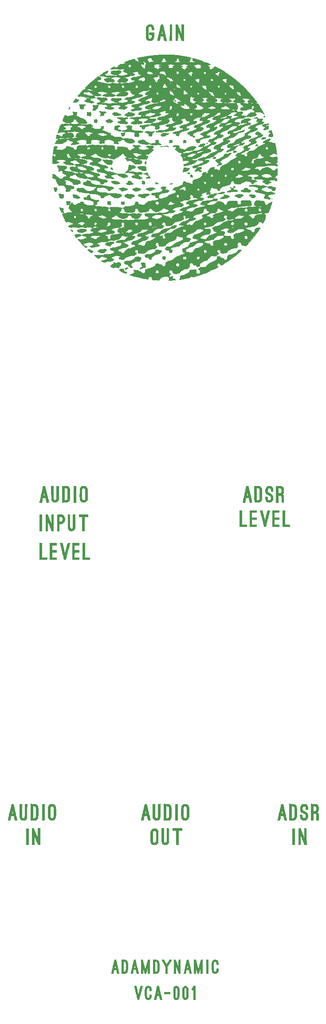
<source format=gbr>
G04 #@! TF.GenerationSoftware,KiCad,Pcbnew,(5.0.2-5)-5*
G04 #@! TF.CreationDate,2021-05-21T23:49:56+01:00*
G04 #@! TF.ProjectId,VCA_Kicad_Project-20210521,5643415f-4b69-4636-9164-5f50726f6a65,rev?*
G04 #@! TF.SameCoordinates,Original*
G04 #@! TF.FileFunction,Legend,Top*
G04 #@! TF.FilePolarity,Positive*
%FSLAX46Y46*%
G04 Gerber Fmt 4.6, Leading zero omitted, Abs format (unit mm)*
G04 Created by KiCad (PCBNEW (5.0.2-5)-5) date Friday, 21 May 2021 at 23:49:56*
%MOMM*%
%LPD*%
G01*
G04 APERTURE LIST*
%ADD10C,0.010000*%
G04 APERTURE END LIST*
D10*
G04 #@! TO.C,G\002A\002A\002A*
G36*
X155315394Y-26202035D02*
X155378646Y-26250953D01*
X155421364Y-26312491D01*
X155429790Y-26349205D01*
X155420157Y-26394767D01*
X155381210Y-26410104D01*
X155359870Y-26410797D01*
X155292340Y-26394838D01*
X155222014Y-26356167D01*
X155216598Y-26351975D01*
X155169678Y-26308637D01*
X155158833Y-26274126D01*
X155172998Y-26237687D01*
X155213167Y-26194664D01*
X155249278Y-26182094D01*
X155315394Y-26202035D01*
X155315394Y-26202035D01*
G37*
X155315394Y-26202035D02*
X155378646Y-26250953D01*
X155421364Y-26312491D01*
X155429790Y-26349205D01*
X155420157Y-26394767D01*
X155381210Y-26410104D01*
X155359870Y-26410797D01*
X155292340Y-26394838D01*
X155222014Y-26356167D01*
X155216598Y-26351975D01*
X155169678Y-26308637D01*
X155158833Y-26274126D01*
X155172998Y-26237687D01*
X155213167Y-26194664D01*
X155249278Y-26182094D01*
X155315394Y-26202035D01*
G36*
X157622022Y-27368256D02*
X157627747Y-27374918D01*
X157625210Y-27408159D01*
X157618548Y-27413885D01*
X157585306Y-27411348D01*
X157579581Y-27404686D01*
X157582118Y-27371444D01*
X157588780Y-27365719D01*
X157622022Y-27368256D01*
X157622022Y-27368256D01*
G37*
X157622022Y-27368256D02*
X157627747Y-27374918D01*
X157625210Y-27408159D01*
X157618548Y-27413885D01*
X157585306Y-27411348D01*
X157579581Y-27404686D01*
X157582118Y-27371444D01*
X157588780Y-27365719D01*
X157622022Y-27368256D01*
G36*
X156891752Y-11727740D02*
X156904856Y-14844590D01*
X156724276Y-14837116D01*
X156543695Y-14829642D01*
X156171077Y-13906088D01*
X155798459Y-12982535D01*
X155791789Y-13912444D01*
X155785120Y-14842354D01*
X155378548Y-14842354D01*
X155391652Y-11727740D01*
X155557499Y-11720353D01*
X155723346Y-11712967D01*
X156089201Y-12622956D01*
X156171211Y-12826214D01*
X156247903Y-13014901D01*
X156317091Y-13183744D01*
X156376588Y-13327467D01*
X156424209Y-13440797D01*
X156457768Y-13518459D01*
X156475078Y-13555178D01*
X156476357Y-13557099D01*
X156481184Y-13538221D01*
X156485628Y-13473915D01*
X156489561Y-13369607D01*
X156492858Y-13230720D01*
X156495390Y-13062676D01*
X156497032Y-12870901D01*
X156497656Y-12660817D01*
X156497658Y-12647071D01*
X156497658Y-11712888D01*
X156891752Y-11727740D01*
X156891752Y-11727740D01*
G37*
X156891752Y-11727740D02*
X156904856Y-14844590D01*
X156724276Y-14837116D01*
X156543695Y-14829642D01*
X156171077Y-13906088D01*
X155798459Y-12982535D01*
X155791789Y-13912444D01*
X155785120Y-14842354D01*
X155378548Y-14842354D01*
X155391652Y-11727740D01*
X155557499Y-11720353D01*
X155723346Y-11712967D01*
X156089201Y-12622956D01*
X156171211Y-12826214D01*
X156247903Y-13014901D01*
X156317091Y-13183744D01*
X156376588Y-13327467D01*
X156424209Y-13440797D01*
X156457768Y-13518459D01*
X156475078Y-13555178D01*
X156476357Y-13557099D01*
X156481184Y-13538221D01*
X156485628Y-13473915D01*
X156489561Y-13369607D01*
X156492858Y-13230720D01*
X156495390Y-13062676D01*
X156497032Y-12870901D01*
X156497656Y-12660817D01*
X156497658Y-12647071D01*
X156497658Y-11712888D01*
X156891752Y-11727740D01*
G36*
X154667027Y-14842354D02*
X154259830Y-14842354D01*
X154266381Y-13285047D01*
X154272933Y-11727740D01*
X154667027Y-11712888D01*
X154667027Y-14842354D01*
X154667027Y-14842354D01*
G37*
X154667027Y-14842354D02*
X154259830Y-14842354D01*
X154266381Y-13285047D01*
X154272933Y-11727740D01*
X154667027Y-11712888D01*
X154667027Y-14842354D01*
G36*
X152850302Y-11718998D02*
X152907046Y-11729212D01*
X152924176Y-11738494D01*
X152931666Y-11765504D01*
X152949472Y-11836839D01*
X152976367Y-11947304D01*
X153011128Y-12091700D01*
X153052529Y-12264830D01*
X153099345Y-12461495D01*
X153150350Y-12676499D01*
X153204320Y-12904644D01*
X153260030Y-13140733D01*
X153316253Y-13379567D01*
X153371766Y-13615950D01*
X153425343Y-13844683D01*
X153475759Y-14060569D01*
X153521789Y-14258410D01*
X153562207Y-14433010D01*
X153595789Y-14579170D01*
X153621310Y-14691692D01*
X153636562Y-14760786D01*
X153654518Y-14844484D01*
X153235014Y-14829642D01*
X153154020Y-14471887D01*
X153123564Y-14337866D01*
X153095797Y-14216599D01*
X153073276Y-14119191D01*
X153058561Y-14056750D01*
X153055929Y-14046011D01*
X153038831Y-13977890D01*
X152507826Y-13977890D01*
X152482528Y-14073235D01*
X152465773Y-14140718D01*
X152442290Y-14240825D01*
X152416052Y-14356471D01*
X152404164Y-14410122D01*
X152377994Y-14527177D01*
X152352751Y-14636546D01*
X152332410Y-14721142D01*
X152325800Y-14747009D01*
X152300503Y-14842354D01*
X152098079Y-14842354D01*
X152003865Y-14841121D01*
X151933012Y-14837845D01*
X151897585Y-14833162D01*
X151895656Y-14831693D01*
X151901286Y-14801749D01*
X151917362Y-14727551D01*
X151942667Y-14614335D01*
X151975981Y-14467342D01*
X152016084Y-14291811D01*
X152061758Y-14092980D01*
X152111784Y-13876089D01*
X152164943Y-13646377D01*
X152186843Y-13552014D01*
X152607360Y-13552014D01*
X152630665Y-13561727D01*
X152691437Y-13568595D01*
X152772833Y-13571083D01*
X152871582Y-13567361D01*
X152924522Y-13555609D01*
X152936930Y-13539301D01*
X152930800Y-13504011D01*
X152914805Y-13429363D01*
X152891187Y-13325385D01*
X152862186Y-13202109D01*
X152853569Y-13166175D01*
X152771377Y-12824831D01*
X152689264Y-13178888D01*
X152659896Y-13306847D01*
X152635204Y-13416968D01*
X152617251Y-13499849D01*
X152608101Y-13546089D01*
X152607360Y-13552014D01*
X152186843Y-13552014D01*
X152220016Y-13409083D01*
X152275784Y-13169445D01*
X152331028Y-12932703D01*
X152384528Y-12704096D01*
X152435067Y-12488863D01*
X152481424Y-12292243D01*
X152522381Y-12119475D01*
X152556719Y-11975798D01*
X152583219Y-11866452D01*
X152600662Y-11796674D01*
X152607520Y-11772234D01*
X152628902Y-11738572D01*
X152665694Y-11721347D01*
X152732612Y-11715402D01*
X152770787Y-11715027D01*
X152850302Y-11718998D01*
X152850302Y-11718998D01*
G37*
X152850302Y-11718998D02*
X152907046Y-11729212D01*
X152924176Y-11738494D01*
X152931666Y-11765504D01*
X152949472Y-11836839D01*
X152976367Y-11947304D01*
X153011128Y-12091700D01*
X153052529Y-12264830D01*
X153099345Y-12461495D01*
X153150350Y-12676499D01*
X153204320Y-12904644D01*
X153260030Y-13140733D01*
X153316253Y-13379567D01*
X153371766Y-13615950D01*
X153425343Y-13844683D01*
X153475759Y-14060569D01*
X153521789Y-14258410D01*
X153562207Y-14433010D01*
X153595789Y-14579170D01*
X153621310Y-14691692D01*
X153636562Y-14760786D01*
X153654518Y-14844484D01*
X153235014Y-14829642D01*
X153154020Y-14471887D01*
X153123564Y-14337866D01*
X153095797Y-14216599D01*
X153073276Y-14119191D01*
X153058561Y-14056750D01*
X153055929Y-14046011D01*
X153038831Y-13977890D01*
X152507826Y-13977890D01*
X152482528Y-14073235D01*
X152465773Y-14140718D01*
X152442290Y-14240825D01*
X152416052Y-14356471D01*
X152404164Y-14410122D01*
X152377994Y-14527177D01*
X152352751Y-14636546D01*
X152332410Y-14721142D01*
X152325800Y-14747009D01*
X152300503Y-14842354D01*
X152098079Y-14842354D01*
X152003865Y-14841121D01*
X151933012Y-14837845D01*
X151897585Y-14833162D01*
X151895656Y-14831693D01*
X151901286Y-14801749D01*
X151917362Y-14727551D01*
X151942667Y-14614335D01*
X151975981Y-14467342D01*
X152016084Y-14291811D01*
X152061758Y-14092980D01*
X152111784Y-13876089D01*
X152164943Y-13646377D01*
X152186843Y-13552014D01*
X152607360Y-13552014D01*
X152630665Y-13561727D01*
X152691437Y-13568595D01*
X152772833Y-13571083D01*
X152871582Y-13567361D01*
X152924522Y-13555609D01*
X152936930Y-13539301D01*
X152930800Y-13504011D01*
X152914805Y-13429363D01*
X152891187Y-13325385D01*
X152862186Y-13202109D01*
X152853569Y-13166175D01*
X152771377Y-12824831D01*
X152689264Y-13178888D01*
X152659896Y-13306847D01*
X152635204Y-13416968D01*
X152617251Y-13499849D01*
X152608101Y-13546089D01*
X152607360Y-13552014D01*
X152186843Y-13552014D01*
X152220016Y-13409083D01*
X152275784Y-13169445D01*
X152331028Y-12932703D01*
X152384528Y-12704096D01*
X152435067Y-12488863D01*
X152481424Y-12292243D01*
X152522381Y-12119475D01*
X152556719Y-11975798D01*
X152583219Y-11866452D01*
X152600662Y-11796674D01*
X152607520Y-11772234D01*
X152628902Y-11738572D01*
X152665694Y-11721347D01*
X152732612Y-11715402D01*
X152770787Y-11715027D01*
X152850302Y-11718998D01*
G36*
X150586301Y-11741357D02*
X150684278Y-11751267D01*
X150749433Y-11764025D01*
X150905787Y-11836330D01*
X151033279Y-11949121D01*
X151130662Y-12100184D01*
X151196687Y-12287305D01*
X151230107Y-12508271D01*
X151234198Y-12623986D01*
X151234595Y-12808320D01*
X150827788Y-12808320D01*
X150827646Y-12623986D01*
X150818571Y-12449591D01*
X150789782Y-12318259D01*
X150738475Y-12225095D01*
X150661849Y-12165205D01*
X150557100Y-12133696D01*
X150545926Y-12132048D01*
X150411233Y-12133180D01*
X150300421Y-12174353D01*
X150219562Y-12252770D01*
X150197594Y-12292540D01*
X150185158Y-12325660D01*
X150175112Y-12368157D01*
X150167125Y-12425785D01*
X150160869Y-12504296D01*
X150156015Y-12609443D01*
X150152235Y-12746976D01*
X150149200Y-12922650D01*
X150146581Y-13142217D01*
X150146054Y-13194353D01*
X150144140Y-13458648D01*
X150144433Y-13677196D01*
X150147423Y-13855070D01*
X150153601Y-13997344D01*
X150163456Y-14109092D01*
X150177479Y-14195389D01*
X150196161Y-14261308D01*
X150219990Y-14311923D01*
X150249457Y-14352309D01*
X150258905Y-14362599D01*
X150351164Y-14425805D01*
X150460868Y-14451752D01*
X150574042Y-14441928D01*
X150676707Y-14397821D01*
X150754886Y-14320917D01*
X150762256Y-14309045D01*
X150789501Y-14248581D01*
X150807647Y-14170561D01*
X150818992Y-14062390D01*
X150823720Y-13972158D01*
X150833702Y-13723636D01*
X150344705Y-13723636D01*
X150344705Y-13316829D01*
X151239358Y-13316829D01*
X151229155Y-13793556D01*
X151224787Y-13967613D01*
X151219509Y-14099937D01*
X151212351Y-14199646D01*
X151202341Y-14275857D01*
X151188508Y-14337689D01*
X151169880Y-14394259D01*
X151163373Y-14411159D01*
X151074942Y-14568640D01*
X150948321Y-14699591D01*
X150802363Y-14789554D01*
X150691522Y-14822358D01*
X150552506Y-14839103D01*
X150405558Y-14839264D01*
X150270925Y-14822313D01*
X150208107Y-14805026D01*
X150056179Y-14724757D01*
X149932150Y-14603879D01*
X149838311Y-14445715D01*
X149776955Y-14253590D01*
X149760416Y-14155868D01*
X149752509Y-14063950D01*
X149746203Y-13930800D01*
X149741498Y-13765778D01*
X149738396Y-13578243D01*
X149736898Y-13377555D01*
X149737005Y-13173076D01*
X149738719Y-12974165D01*
X149742040Y-12790182D01*
X149746969Y-12630487D01*
X149753508Y-12504441D01*
X149760203Y-12431740D01*
X149806474Y-12215608D01*
X149883922Y-12039616D01*
X149992513Y-11903797D01*
X150132212Y-11808184D01*
X150302985Y-11752810D01*
X150480617Y-11737397D01*
X150586301Y-11741357D01*
X150586301Y-11741357D01*
G37*
X150586301Y-11741357D02*
X150684278Y-11751267D01*
X150749433Y-11764025D01*
X150905787Y-11836330D01*
X151033279Y-11949121D01*
X151130662Y-12100184D01*
X151196687Y-12287305D01*
X151230107Y-12508271D01*
X151234198Y-12623986D01*
X151234595Y-12808320D01*
X150827788Y-12808320D01*
X150827646Y-12623986D01*
X150818571Y-12449591D01*
X150789782Y-12318259D01*
X150738475Y-12225095D01*
X150661849Y-12165205D01*
X150557100Y-12133696D01*
X150545926Y-12132048D01*
X150411233Y-12133180D01*
X150300421Y-12174353D01*
X150219562Y-12252770D01*
X150197594Y-12292540D01*
X150185158Y-12325660D01*
X150175112Y-12368157D01*
X150167125Y-12425785D01*
X150160869Y-12504296D01*
X150156015Y-12609443D01*
X150152235Y-12746976D01*
X150149200Y-12922650D01*
X150146581Y-13142217D01*
X150146054Y-13194353D01*
X150144140Y-13458648D01*
X150144433Y-13677196D01*
X150147423Y-13855070D01*
X150153601Y-13997344D01*
X150163456Y-14109092D01*
X150177479Y-14195389D01*
X150196161Y-14261308D01*
X150219990Y-14311923D01*
X150249457Y-14352309D01*
X150258905Y-14362599D01*
X150351164Y-14425805D01*
X150460868Y-14451752D01*
X150574042Y-14441928D01*
X150676707Y-14397821D01*
X150754886Y-14320917D01*
X150762256Y-14309045D01*
X150789501Y-14248581D01*
X150807647Y-14170561D01*
X150818992Y-14062390D01*
X150823720Y-13972158D01*
X150833702Y-13723636D01*
X150344705Y-13723636D01*
X150344705Y-13316829D01*
X151239358Y-13316829D01*
X151229155Y-13793556D01*
X151224787Y-13967613D01*
X151219509Y-14099937D01*
X151212351Y-14199646D01*
X151202341Y-14275857D01*
X151188508Y-14337689D01*
X151169880Y-14394259D01*
X151163373Y-14411159D01*
X151074942Y-14568640D01*
X150948321Y-14699591D01*
X150802363Y-14789554D01*
X150691522Y-14822358D01*
X150552506Y-14839103D01*
X150405558Y-14839264D01*
X150270925Y-14822313D01*
X150208107Y-14805026D01*
X150056179Y-14724757D01*
X149932150Y-14603879D01*
X149838311Y-14445715D01*
X149776955Y-14253590D01*
X149760416Y-14155868D01*
X149752509Y-14063950D01*
X149746203Y-13930800D01*
X149741498Y-13765778D01*
X149738396Y-13578243D01*
X149736898Y-13377555D01*
X149737005Y-13173076D01*
X149738719Y-12974165D01*
X149742040Y-12790182D01*
X149746969Y-12630487D01*
X149753508Y-12504441D01*
X149760203Y-12431740D01*
X149806474Y-12215608D01*
X149883922Y-12039616D01*
X149992513Y-11903797D01*
X150132212Y-11808184D01*
X150302985Y-11752810D01*
X150480617Y-11737397D01*
X150586301Y-11741357D01*
G36*
X144486616Y-20491330D02*
X144529516Y-20511813D01*
X144560421Y-20537025D01*
X144631579Y-20572123D01*
X144749325Y-20592049D01*
X144769228Y-20593583D01*
X144877725Y-20610285D01*
X144964211Y-20641366D01*
X145018106Y-20681933D01*
X145030791Y-20714493D01*
X145013179Y-20748294D01*
X144967066Y-20805028D01*
X144902539Y-20874508D01*
X144829683Y-20946549D01*
X144758586Y-21010962D01*
X144699332Y-21057563D01*
X144678307Y-21070485D01*
X144611976Y-21114125D01*
X144530574Y-21180545D01*
X144459675Y-21247508D01*
X144390304Y-21315117D01*
X144334076Y-21354587D01*
X144274424Y-21371098D01*
X144194781Y-21369831D01*
X144102763Y-21359139D01*
X144019999Y-21341928D01*
X143957663Y-21322180D01*
X143888558Y-21308539D01*
X143798975Y-21318919D01*
X143762175Y-21327614D01*
X143680421Y-21345177D01*
X143630399Y-21345105D01*
X143596530Y-21327726D01*
X143556257Y-21304824D01*
X143481167Y-21270680D01*
X143384360Y-21231078D01*
X143334360Y-21211954D01*
X143216272Y-21164728D01*
X143137423Y-21121719D01*
X143088227Y-21072935D01*
X143059099Y-21008381D01*
X143040453Y-20918067D01*
X143038195Y-20903210D01*
X143032860Y-20828765D01*
X143049902Y-20777598D01*
X143088172Y-20732848D01*
X143182415Y-20666262D01*
X143313145Y-20611171D01*
X143466786Y-20570159D01*
X143629762Y-20545806D01*
X143788496Y-20540695D01*
X143929411Y-20557407D01*
X143963764Y-20566331D01*
X144022122Y-20579218D01*
X144081062Y-20578633D01*
X144157056Y-20562836D01*
X144246393Y-20536450D01*
X144357518Y-20503671D01*
X144433438Y-20488624D01*
X144486616Y-20491330D01*
X144486616Y-20491330D01*
G37*
X144486616Y-20491330D02*
X144529516Y-20511813D01*
X144560421Y-20537025D01*
X144631579Y-20572123D01*
X144749325Y-20592049D01*
X144769228Y-20593583D01*
X144877725Y-20610285D01*
X144964211Y-20641366D01*
X145018106Y-20681933D01*
X145030791Y-20714493D01*
X145013179Y-20748294D01*
X144967066Y-20805028D01*
X144902539Y-20874508D01*
X144829683Y-20946549D01*
X144758586Y-21010962D01*
X144699332Y-21057563D01*
X144678307Y-21070485D01*
X144611976Y-21114125D01*
X144530574Y-21180545D01*
X144459675Y-21247508D01*
X144390304Y-21315117D01*
X144334076Y-21354587D01*
X144274424Y-21371098D01*
X144194781Y-21369831D01*
X144102763Y-21359139D01*
X144019999Y-21341928D01*
X143957663Y-21322180D01*
X143888558Y-21308539D01*
X143798975Y-21318919D01*
X143762175Y-21327614D01*
X143680421Y-21345177D01*
X143630399Y-21345105D01*
X143596530Y-21327726D01*
X143556257Y-21304824D01*
X143481167Y-21270680D01*
X143384360Y-21231078D01*
X143334360Y-21211954D01*
X143216272Y-21164728D01*
X143137423Y-21121719D01*
X143088227Y-21072935D01*
X143059099Y-21008381D01*
X143040453Y-20918067D01*
X143038195Y-20903210D01*
X143032860Y-20828765D01*
X143049902Y-20777598D01*
X143088172Y-20732848D01*
X143182415Y-20666262D01*
X143313145Y-20611171D01*
X143466786Y-20570159D01*
X143629762Y-20545806D01*
X143788496Y-20540695D01*
X143929411Y-20557407D01*
X143963764Y-20566331D01*
X144022122Y-20579218D01*
X144081062Y-20578633D01*
X144157056Y-20562836D01*
X144246393Y-20536450D01*
X144357518Y-20503671D01*
X144433438Y-20488624D01*
X144486616Y-20491330D01*
G36*
X136440145Y-25912935D02*
X136495909Y-25950870D01*
X136508731Y-25965978D01*
X136559694Y-26011392D01*
X136628890Y-26028514D01*
X136661474Y-26029542D01*
X136786031Y-26042236D01*
X136867718Y-26080048D01*
X136903931Y-26135649D01*
X136905214Y-26184138D01*
X136873271Y-26230053D01*
X136840630Y-26258370D01*
X136781552Y-26309476D01*
X136704364Y-26381336D01*
X136629050Y-26455138D01*
X136531621Y-26542655D01*
X136446029Y-26590316D01*
X136358644Y-26602279D01*
X136255838Y-26582704D01*
X136233594Y-26575813D01*
X136106432Y-26545940D01*
X135993602Y-26540488D01*
X135909523Y-26560078D01*
X135906378Y-26561701D01*
X135850137Y-26571452D01*
X135826285Y-26563165D01*
X135813667Y-26543793D01*
X135822671Y-26507806D01*
X135856749Y-26447090D01*
X135909449Y-26367892D01*
X135985445Y-26260427D01*
X136069935Y-26145496D01*
X136144138Y-26048611D01*
X136207080Y-25972182D01*
X136253325Y-25928233D01*
X136295849Y-25907944D01*
X136347626Y-25902499D01*
X136359247Y-25902414D01*
X136440145Y-25912935D01*
X136440145Y-25912935D01*
G37*
X136440145Y-25912935D02*
X136495909Y-25950870D01*
X136508731Y-25965978D01*
X136559694Y-26011392D01*
X136628890Y-26028514D01*
X136661474Y-26029542D01*
X136786031Y-26042236D01*
X136867718Y-26080048D01*
X136903931Y-26135649D01*
X136905214Y-26184138D01*
X136873271Y-26230053D01*
X136840630Y-26258370D01*
X136781552Y-26309476D01*
X136704364Y-26381336D01*
X136629050Y-26455138D01*
X136531621Y-26542655D01*
X136446029Y-26590316D01*
X136358644Y-26602279D01*
X136255838Y-26582704D01*
X136233594Y-26575813D01*
X136106432Y-26545940D01*
X135993602Y-26540488D01*
X135909523Y-26560078D01*
X135906378Y-26561701D01*
X135850137Y-26571452D01*
X135826285Y-26563165D01*
X135813667Y-26543793D01*
X135822671Y-26507806D01*
X135856749Y-26447090D01*
X135909449Y-26367892D01*
X135985445Y-26260427D01*
X136069935Y-26145496D01*
X136144138Y-26048611D01*
X136207080Y-25972182D01*
X136253325Y-25928233D01*
X136295849Y-25907944D01*
X136347626Y-25902499D01*
X136359247Y-25902414D01*
X136440145Y-25912935D01*
G36*
X138045716Y-26958220D02*
X138092442Y-26966183D01*
X138105611Y-26972978D01*
X138131822Y-27014732D01*
X138139522Y-27067326D01*
X138128556Y-27109932D01*
X138106722Y-27122835D01*
X138050394Y-27140405D01*
X137977194Y-27184990D01*
X137902638Y-27244401D01*
X137842239Y-27306449D01*
X137813152Y-27353465D01*
X137800991Y-27421686D01*
X137797851Y-27517827D01*
X137801911Y-27593423D01*
X137805557Y-27714013D01*
X137786030Y-27792166D01*
X137737852Y-27833122D01*
X137655542Y-27842117D01*
X137555716Y-27828749D01*
X137459397Y-27817572D01*
X137363603Y-27816989D01*
X137343823Y-27818766D01*
X137255184Y-27817144D01*
X137195904Y-27783723D01*
X137161940Y-27713404D01*
X137149250Y-27601086D01*
X137148909Y-27572835D01*
X137145851Y-27482299D01*
X137132244Y-27413029D01*
X137101440Y-27344320D01*
X137047207Y-27256110D01*
X136997550Y-27176366D01*
X136961331Y-27111866D01*
X136945668Y-27075381D01*
X136945506Y-27073663D01*
X136968388Y-27030671D01*
X137027037Y-26996705D01*
X137106456Y-26977824D01*
X137181228Y-26978443D01*
X137244688Y-26982052D01*
X137346741Y-26982054D01*
X137475272Y-26978691D01*
X137618169Y-26972201D01*
X137679735Y-26968589D01*
X137844895Y-26959480D01*
X137965044Y-26956004D01*
X138045716Y-26958220D01*
X138045716Y-26958220D01*
G37*
X138045716Y-26958220D02*
X138092442Y-26966183D01*
X138105611Y-26972978D01*
X138131822Y-27014732D01*
X138139522Y-27067326D01*
X138128556Y-27109932D01*
X138106722Y-27122835D01*
X138050394Y-27140405D01*
X137977194Y-27184990D01*
X137902638Y-27244401D01*
X137842239Y-27306449D01*
X137813152Y-27353465D01*
X137800991Y-27421686D01*
X137797851Y-27517827D01*
X137801911Y-27593423D01*
X137805557Y-27714013D01*
X137786030Y-27792166D01*
X137737852Y-27833122D01*
X137655542Y-27842117D01*
X137555716Y-27828749D01*
X137459397Y-27817572D01*
X137363603Y-27816989D01*
X137343823Y-27818766D01*
X137255184Y-27817144D01*
X137195904Y-27783723D01*
X137161940Y-27713404D01*
X137149250Y-27601086D01*
X137148909Y-27572835D01*
X137145851Y-27482299D01*
X137132244Y-27413029D01*
X137101440Y-27344320D01*
X137047207Y-27256110D01*
X136997550Y-27176366D01*
X136961331Y-27111866D01*
X136945668Y-27075381D01*
X136945506Y-27073663D01*
X136968388Y-27030671D01*
X137027037Y-26996705D01*
X137106456Y-26977824D01*
X137181228Y-26978443D01*
X137244688Y-26982052D01*
X137346741Y-26982054D01*
X137475272Y-26978691D01*
X137618169Y-26972201D01*
X137679735Y-26968589D01*
X137844895Y-26959480D01*
X137965044Y-26956004D01*
X138045716Y-26958220D01*
G36*
X135186044Y-27616110D02*
X135186800Y-27707225D01*
X135181501Y-27778231D01*
X135171291Y-27813922D01*
X135171137Y-27814080D01*
X135130009Y-27834964D01*
X135067082Y-27849402D01*
X135003511Y-27854603D01*
X134960452Y-27847776D01*
X134954499Y-27842658D01*
X134960766Y-27812190D01*
X134989677Y-27750440D01*
X135035763Y-27668500D01*
X135059325Y-27630096D01*
X135178439Y-27440653D01*
X135186044Y-27616110D01*
X135186044Y-27616110D01*
G37*
X135186044Y-27616110D02*
X135186800Y-27707225D01*
X135181501Y-27778231D01*
X135171291Y-27813922D01*
X135171137Y-27814080D01*
X135130009Y-27834964D01*
X135067082Y-27849402D01*
X135003511Y-27854603D01*
X134960452Y-27847776D01*
X134954499Y-27842658D01*
X134960766Y-27812190D01*
X134989677Y-27750440D01*
X135035763Y-27668500D01*
X135059325Y-27630096D01*
X135178439Y-27440653D01*
X135186044Y-27616110D01*
G36*
X139732673Y-27069061D02*
X139768542Y-27080461D01*
X139978346Y-27133252D01*
X140158616Y-27145149D01*
X140309070Y-27116145D01*
X140354501Y-27096395D01*
X140446556Y-27060416D01*
X140510123Y-27064332D01*
X140550859Y-27110356D01*
X140571197Y-27181103D01*
X140584232Y-27280635D01*
X140576989Y-27354588D01*
X140545137Y-27425669D01*
X140515827Y-27471372D01*
X140467050Y-27558726D01*
X140428153Y-27654005D01*
X140424262Y-27666785D01*
X140393759Y-27757120D01*
X140358772Y-27809958D01*
X140307027Y-27838054D01*
X140246946Y-27851027D01*
X140173489Y-27868194D01*
X140132032Y-27899260D01*
X140109240Y-27958612D01*
X140099580Y-28010069D01*
X140078758Y-28076702D01*
X140036429Y-28110140D01*
X140017308Y-28116305D01*
X139940650Y-28118524D01*
X139903034Y-28102980D01*
X139814345Y-28061759D01*
X139735017Y-28060624D01*
X139698990Y-28078169D01*
X139637956Y-28105556D01*
X139586358Y-28113618D01*
X139526421Y-28098340D01*
X139504026Y-28054062D01*
X139519069Y-27985970D01*
X139571446Y-27899251D01*
X139591122Y-27874346D01*
X139675824Y-27740447D01*
X139710468Y-27605884D01*
X139694961Y-27473097D01*
X139629211Y-27344530D01*
X139612089Y-27322095D01*
X139573239Y-27241121D01*
X139584023Y-27154751D01*
X139621242Y-27089473D01*
X139646139Y-27062772D01*
X139677677Y-27056311D01*
X139732673Y-27069061D01*
X139732673Y-27069061D01*
G37*
X139732673Y-27069061D02*
X139768542Y-27080461D01*
X139978346Y-27133252D01*
X140158616Y-27145149D01*
X140309070Y-27116145D01*
X140354501Y-27096395D01*
X140446556Y-27060416D01*
X140510123Y-27064332D01*
X140550859Y-27110356D01*
X140571197Y-27181103D01*
X140584232Y-27280635D01*
X140576989Y-27354588D01*
X140545137Y-27425669D01*
X140515827Y-27471372D01*
X140467050Y-27558726D01*
X140428153Y-27654005D01*
X140424262Y-27666785D01*
X140393759Y-27757120D01*
X140358772Y-27809958D01*
X140307027Y-27838054D01*
X140246946Y-27851027D01*
X140173489Y-27868194D01*
X140132032Y-27899260D01*
X140109240Y-27958612D01*
X140099580Y-28010069D01*
X140078758Y-28076702D01*
X140036429Y-28110140D01*
X140017308Y-28116305D01*
X139940650Y-28118524D01*
X139903034Y-28102980D01*
X139814345Y-28061759D01*
X139735017Y-28060624D01*
X139698990Y-28078169D01*
X139637956Y-28105556D01*
X139586358Y-28113618D01*
X139526421Y-28098340D01*
X139504026Y-28054062D01*
X139519069Y-27985970D01*
X139571446Y-27899251D01*
X139591122Y-27874346D01*
X139675824Y-27740447D01*
X139710468Y-27605884D01*
X139694961Y-27473097D01*
X139629211Y-27344530D01*
X139612089Y-27322095D01*
X139573239Y-27241121D01*
X139584023Y-27154751D01*
X139621242Y-27089473D01*
X139646139Y-27062772D01*
X139677677Y-27056311D01*
X139732673Y-27069061D01*
G36*
X143699593Y-28457435D02*
X143745273Y-28468169D01*
X143827207Y-28479841D01*
X143930874Y-28490530D01*
X143978471Y-28494342D01*
X144090733Y-28503764D01*
X144166941Y-28515438D01*
X144221831Y-28534064D01*
X144270142Y-28564342D01*
X144316245Y-28602069D01*
X144422916Y-28674388D01*
X144536056Y-28708707D01*
X144542239Y-28709608D01*
X144634370Y-28731147D01*
X144740708Y-28768260D01*
X144801962Y-28795398D01*
X144885813Y-28841881D01*
X144931400Y-28882436D01*
X144948965Y-28926395D01*
X144949399Y-28929750D01*
X144935706Y-28989956D01*
X144877527Y-29030366D01*
X144773756Y-29051507D01*
X144684680Y-29055167D01*
X144594961Y-29060845D01*
X144518746Y-29075373D01*
X144488829Y-29086949D01*
X144438932Y-29101259D01*
X144346046Y-29114110D01*
X144218030Y-29124647D01*
X144079376Y-29131443D01*
X143725459Y-29144156D01*
X143520017Y-28994151D01*
X143431108Y-28927902D01*
X143357819Y-28870805D01*
X143309951Y-28830632D01*
X143297280Y-28817543D01*
X143294043Y-28770598D01*
X143328764Y-28714755D01*
X143393118Y-28662179D01*
X143410406Y-28652269D01*
X143478391Y-28606319D01*
X143551495Y-28543248D01*
X143570746Y-28523826D01*
X143630471Y-28469310D01*
X143675210Y-28452224D01*
X143699593Y-28457435D01*
X143699593Y-28457435D01*
G37*
X143699593Y-28457435D02*
X143745273Y-28468169D01*
X143827207Y-28479841D01*
X143930874Y-28490530D01*
X143978471Y-28494342D01*
X144090733Y-28503764D01*
X144166941Y-28515438D01*
X144221831Y-28534064D01*
X144270142Y-28564342D01*
X144316245Y-28602069D01*
X144422916Y-28674388D01*
X144536056Y-28708707D01*
X144542239Y-28709608D01*
X144634370Y-28731147D01*
X144740708Y-28768260D01*
X144801962Y-28795398D01*
X144885813Y-28841881D01*
X144931400Y-28882436D01*
X144948965Y-28926395D01*
X144949399Y-28929750D01*
X144935706Y-28989956D01*
X144877527Y-29030366D01*
X144773756Y-29051507D01*
X144684680Y-29055167D01*
X144594961Y-29060845D01*
X144518746Y-29075373D01*
X144488829Y-29086949D01*
X144438932Y-29101259D01*
X144346046Y-29114110D01*
X144218030Y-29124647D01*
X144079376Y-29131443D01*
X143725459Y-29144156D01*
X143520017Y-28994151D01*
X143431108Y-28927902D01*
X143357819Y-28870805D01*
X143309951Y-28830632D01*
X143297280Y-28817543D01*
X143294043Y-28770598D01*
X143328764Y-28714755D01*
X143393118Y-28662179D01*
X143410406Y-28652269D01*
X143478391Y-28606319D01*
X143551495Y-28543248D01*
X143570746Y-28523826D01*
X143630471Y-28469310D01*
X143675210Y-28452224D01*
X143699593Y-28457435D01*
G36*
X140877119Y-28239456D02*
X140920786Y-28261204D01*
X140959661Y-28277577D01*
X141013638Y-28290243D01*
X141090251Y-28299966D01*
X141197038Y-28307511D01*
X141341532Y-28313643D01*
X141477973Y-28317742D01*
X141955084Y-28330543D01*
X142017348Y-28406819D01*
X142069066Y-28485793D01*
X142076880Y-28545906D01*
X142038965Y-28590447D01*
X141953493Y-28622706D01*
X141890283Y-28635611D01*
X141814825Y-28649406D01*
X141756475Y-28661742D01*
X141748413Y-28663782D01*
X141700122Y-28701238D01*
X141671528Y-28774528D01*
X141667289Y-28870910D01*
X141668503Y-28882315D01*
X141670988Y-28947357D01*
X141650349Y-28988561D01*
X141595173Y-29028576D01*
X141594640Y-29028904D01*
X141514073Y-29070857D01*
X141418585Y-29103923D01*
X141294872Y-29132060D01*
X141184619Y-29150901D01*
X141101957Y-29162397D01*
X141056258Y-29162219D01*
X141034466Y-29147839D01*
X141024300Y-29119869D01*
X141023166Y-29056234D01*
X141037589Y-28995312D01*
X141051601Y-28933014D01*
X141061312Y-28841214D01*
X141064425Y-28752983D01*
X141062296Y-28657720D01*
X141051483Y-28593371D01*
X141025341Y-28540042D01*
X140977227Y-28477838D01*
X140969468Y-28468603D01*
X140908804Y-28400150D01*
X140854164Y-28344352D01*
X140828416Y-28321895D01*
X140798059Y-28287508D01*
X140811516Y-28252645D01*
X140838641Y-28232632D01*
X140877119Y-28239456D01*
X140877119Y-28239456D01*
G37*
X140877119Y-28239456D02*
X140920786Y-28261204D01*
X140959661Y-28277577D01*
X141013638Y-28290243D01*
X141090251Y-28299966D01*
X141197038Y-28307511D01*
X141341532Y-28313643D01*
X141477973Y-28317742D01*
X141955084Y-28330543D01*
X142017348Y-28406819D01*
X142069066Y-28485793D01*
X142076880Y-28545906D01*
X142038965Y-28590447D01*
X141953493Y-28622706D01*
X141890283Y-28635611D01*
X141814825Y-28649406D01*
X141756475Y-28661742D01*
X141748413Y-28663782D01*
X141700122Y-28701238D01*
X141671528Y-28774528D01*
X141667289Y-28870910D01*
X141668503Y-28882315D01*
X141670988Y-28947357D01*
X141650349Y-28988561D01*
X141595173Y-29028576D01*
X141594640Y-29028904D01*
X141514073Y-29070857D01*
X141418585Y-29103923D01*
X141294872Y-29132060D01*
X141184619Y-29150901D01*
X141101957Y-29162397D01*
X141056258Y-29162219D01*
X141034466Y-29147839D01*
X141024300Y-29119869D01*
X141023166Y-29056234D01*
X141037589Y-28995312D01*
X141051601Y-28933014D01*
X141061312Y-28841214D01*
X141064425Y-28752983D01*
X141062296Y-28657720D01*
X141051483Y-28593371D01*
X141025341Y-28540042D01*
X140977227Y-28477838D01*
X140969468Y-28468603D01*
X140908804Y-28400150D01*
X140854164Y-28344352D01*
X140828416Y-28321895D01*
X140798059Y-28287508D01*
X140811516Y-28252645D01*
X140838641Y-28232632D01*
X140877119Y-28239456D01*
G36*
X139070967Y-28430461D02*
X139096418Y-28437209D01*
X139136929Y-28454555D01*
X139161002Y-28481752D01*
X139175031Y-28532210D01*
X139185413Y-28619339D01*
X139185957Y-28624960D01*
X139197106Y-28717651D01*
X139210284Y-28794541D01*
X139220797Y-28833575D01*
X139226599Y-28895948D01*
X139210715Y-28979872D01*
X139179670Y-29064590D01*
X139139988Y-29129345D01*
X139122827Y-29145242D01*
X139048977Y-29174371D01*
X138960805Y-29180163D01*
X138885479Y-29161328D01*
X138877838Y-29156869D01*
X138832388Y-29143191D01*
X138755740Y-29134072D01*
X138694090Y-29131833D01*
X138611550Y-29127796D01*
X138552656Y-29111270D01*
X138513110Y-29074865D01*
X138488613Y-29011191D01*
X138474866Y-28912857D01*
X138467571Y-28772474D01*
X138466567Y-28740695D01*
X138463558Y-28618690D01*
X138464174Y-28537961D01*
X138469824Y-28488978D01*
X138481914Y-28462215D01*
X138501852Y-28448145D01*
X138510300Y-28444698D01*
X138571544Y-28439938D01*
X138653151Y-28456466D01*
X138662852Y-28459665D01*
X138731559Y-28478553D01*
X138792336Y-28479113D01*
X138869676Y-28460687D01*
X138893015Y-28453496D01*
X138994541Y-28429083D01*
X139070967Y-28430461D01*
X139070967Y-28430461D01*
G37*
X139070967Y-28430461D02*
X139096418Y-28437209D01*
X139136929Y-28454555D01*
X139161002Y-28481752D01*
X139175031Y-28532210D01*
X139185413Y-28619339D01*
X139185957Y-28624960D01*
X139197106Y-28717651D01*
X139210284Y-28794541D01*
X139220797Y-28833575D01*
X139226599Y-28895948D01*
X139210715Y-28979872D01*
X139179670Y-29064590D01*
X139139988Y-29129345D01*
X139122827Y-29145242D01*
X139048977Y-29174371D01*
X138960805Y-29180163D01*
X138885479Y-29161328D01*
X138877838Y-29156869D01*
X138832388Y-29143191D01*
X138755740Y-29134072D01*
X138694090Y-29131833D01*
X138611550Y-29127796D01*
X138552656Y-29111270D01*
X138513110Y-29074865D01*
X138488613Y-29011191D01*
X138474866Y-28912857D01*
X138467571Y-28772474D01*
X138466567Y-28740695D01*
X138463558Y-28618690D01*
X138464174Y-28537961D01*
X138469824Y-28488978D01*
X138481914Y-28462215D01*
X138501852Y-28448145D01*
X138510300Y-28444698D01*
X138571544Y-28439938D01*
X138653151Y-28456466D01*
X138662852Y-28459665D01*
X138731559Y-28478553D01*
X138792336Y-28479113D01*
X138869676Y-28460687D01*
X138893015Y-28453496D01*
X138994541Y-28429083D01*
X139070967Y-28430461D01*
G36*
X146361129Y-28455205D02*
X146409231Y-28462921D01*
X146494420Y-28471506D01*
X146602972Y-28479710D01*
X146680155Y-28484277D01*
X146806554Y-28492544D01*
X146895070Y-28503458D01*
X146958669Y-28519801D01*
X147010318Y-28544354D01*
X147035657Y-28560539D01*
X147102166Y-28599385D01*
X147157655Y-28621206D01*
X147170166Y-28622935D01*
X147218478Y-28632192D01*
X147295856Y-28655754D01*
X147384882Y-28687304D01*
X147468141Y-28720529D01*
X147528216Y-28749111D01*
X147541552Y-28757600D01*
X147574570Y-28808128D01*
X147563936Y-28871327D01*
X147513842Y-28942636D01*
X147428478Y-29017493D01*
X147312033Y-29091337D01*
X147174446Y-29157227D01*
X147029712Y-29207632D01*
X146887670Y-29233703D01*
X146731573Y-29237137D01*
X146550922Y-29220452D01*
X146454114Y-29212481D01*
X146382656Y-29221061D01*
X146312888Y-29249180D01*
X146309381Y-29250967D01*
X146236914Y-29278863D01*
X146174519Y-29287770D01*
X146161482Y-29285818D01*
X146109058Y-29261440D01*
X146041595Y-29218478D01*
X146021642Y-29203790D01*
X145940416Y-29147862D01*
X145848011Y-29092591D01*
X145825209Y-29080385D01*
X145746406Y-29036329D01*
X145707343Y-29002064D01*
X145700848Y-28967758D01*
X145715924Y-28930568D01*
X145730875Y-28907974D01*
X145755279Y-28884036D01*
X145796256Y-28853916D01*
X145860926Y-28812774D01*
X145956406Y-28755771D01*
X146073234Y-28687680D01*
X146154340Y-28629138D01*
X146225463Y-28558859D01*
X146246714Y-28530667D01*
X146291955Y-28472107D01*
X146331521Y-28451853D01*
X146361129Y-28455205D01*
X146361129Y-28455205D01*
G37*
X146361129Y-28455205D02*
X146409231Y-28462921D01*
X146494420Y-28471506D01*
X146602972Y-28479710D01*
X146680155Y-28484277D01*
X146806554Y-28492544D01*
X146895070Y-28503458D01*
X146958669Y-28519801D01*
X147010318Y-28544354D01*
X147035657Y-28560539D01*
X147102166Y-28599385D01*
X147157655Y-28621206D01*
X147170166Y-28622935D01*
X147218478Y-28632192D01*
X147295856Y-28655754D01*
X147384882Y-28687304D01*
X147468141Y-28720529D01*
X147528216Y-28749111D01*
X147541552Y-28757600D01*
X147574570Y-28808128D01*
X147563936Y-28871327D01*
X147513842Y-28942636D01*
X147428478Y-29017493D01*
X147312033Y-29091337D01*
X147174446Y-29157227D01*
X147029712Y-29207632D01*
X146887670Y-29233703D01*
X146731573Y-29237137D01*
X146550922Y-29220452D01*
X146454114Y-29212481D01*
X146382656Y-29221061D01*
X146312888Y-29249180D01*
X146309381Y-29250967D01*
X146236914Y-29278863D01*
X146174519Y-29287770D01*
X146161482Y-29285818D01*
X146109058Y-29261440D01*
X146041595Y-29218478D01*
X146021642Y-29203790D01*
X145940416Y-29147862D01*
X145848011Y-29092591D01*
X145825209Y-29080385D01*
X145746406Y-29036329D01*
X145707343Y-29002064D01*
X145700848Y-28967758D01*
X145715924Y-28930568D01*
X145730875Y-28907974D01*
X145755279Y-28884036D01*
X145796256Y-28853916D01*
X145860926Y-28812774D01*
X145956406Y-28755771D01*
X146073234Y-28687680D01*
X146154340Y-28629138D01*
X146225463Y-28558859D01*
X146246714Y-28530667D01*
X146291955Y-28472107D01*
X146331521Y-28451853D01*
X146361129Y-28455205D01*
G36*
X172418487Y-29162653D02*
X172434035Y-29212998D01*
X172413276Y-29270390D01*
X172394356Y-29291453D01*
X172330346Y-29332265D01*
X172261372Y-29351718D01*
X172203921Y-29347458D01*
X172176126Y-29322590D01*
X172181784Y-29274856D01*
X172219618Y-29219363D01*
X172275621Y-29169640D01*
X172335788Y-29139213D01*
X172369314Y-29136010D01*
X172418487Y-29162653D01*
X172418487Y-29162653D01*
G37*
X172418487Y-29162653D02*
X172434035Y-29212998D01*
X172413276Y-29270390D01*
X172394356Y-29291453D01*
X172330346Y-29332265D01*
X172261372Y-29351718D01*
X172203921Y-29347458D01*
X172176126Y-29322590D01*
X172181784Y-29274856D01*
X172219618Y-29219363D01*
X172275621Y-29169640D01*
X172335788Y-29139213D01*
X172369314Y-29136010D01*
X172418487Y-29162653D01*
G36*
X170175798Y-29659300D02*
X170176537Y-29665377D01*
X170157189Y-29690064D01*
X170151111Y-29690803D01*
X170126425Y-29671455D01*
X170125686Y-29665377D01*
X170145034Y-29640691D01*
X170151111Y-29639952D01*
X170175798Y-29659300D01*
X170175798Y-29659300D01*
G37*
X170175798Y-29659300D02*
X170176537Y-29665377D01*
X170157189Y-29690064D01*
X170151111Y-29690803D01*
X170126425Y-29671455D01*
X170125686Y-29665377D01*
X170145034Y-29640691D01*
X170151111Y-29639952D01*
X170175798Y-29659300D01*
G36*
X140280988Y-29825893D02*
X140326117Y-29834869D01*
X140347214Y-29849684D01*
X140360738Y-29889408D01*
X140372636Y-29966482D01*
X140381101Y-30067405D01*
X140383407Y-30120107D01*
X140385083Y-30246044D01*
X140376278Y-30333807D01*
X140349792Y-30388852D01*
X140298424Y-30416634D01*
X140214974Y-30422610D01*
X140092240Y-30412235D01*
X140011031Y-30402256D01*
X139899028Y-30379380D01*
X139834178Y-30345645D01*
X139826697Y-30337167D01*
X139808751Y-30287463D01*
X139797415Y-30206703D01*
X139792746Y-30110315D01*
X139794805Y-30013726D01*
X139803648Y-29932362D01*
X139819337Y-29881651D01*
X139824935Y-29875068D01*
X139863290Y-29861958D01*
X139938985Y-29848357D01*
X140038580Y-29836459D01*
X140087491Y-29832253D01*
X140204636Y-29825235D01*
X140280988Y-29825893D01*
X140280988Y-29825893D01*
G37*
X140280988Y-29825893D02*
X140326117Y-29834869D01*
X140347214Y-29849684D01*
X140360738Y-29889408D01*
X140372636Y-29966482D01*
X140381101Y-30067405D01*
X140383407Y-30120107D01*
X140385083Y-30246044D01*
X140376278Y-30333807D01*
X140349792Y-30388852D01*
X140298424Y-30416634D01*
X140214974Y-30422610D01*
X140092240Y-30412235D01*
X140011031Y-30402256D01*
X139899028Y-30379380D01*
X139834178Y-30345645D01*
X139826697Y-30337167D01*
X139808751Y-30287463D01*
X139797415Y-30206703D01*
X139792746Y-30110315D01*
X139794805Y-30013726D01*
X139803648Y-29932362D01*
X139819337Y-29881651D01*
X139824935Y-29875068D01*
X139863290Y-29861958D01*
X139938985Y-29848357D01*
X140038580Y-29836459D01*
X140087491Y-29832253D01*
X140204636Y-29825235D01*
X140280988Y-29825893D01*
G36*
X142911933Y-29823259D02*
X142988329Y-29839860D01*
X143043514Y-29870355D01*
X143087234Y-29917273D01*
X143100815Y-29936802D01*
X143162690Y-30005921D01*
X143247968Y-30072121D01*
X143287221Y-30095309D01*
X143357842Y-30136134D01*
X143407035Y-30171472D01*
X143421047Y-30187627D01*
X143412884Y-30236709D01*
X143363879Y-30283675D01*
X143283694Y-30320486D01*
X143250680Y-30329344D01*
X143172751Y-30352093D01*
X143112221Y-30378848D01*
X143098834Y-30388059D01*
X143011398Y-30431695D01*
X142895278Y-30441439D01*
X142811150Y-30429279D01*
X142694900Y-30417230D01*
X142566469Y-30425579D01*
X142562712Y-30426162D01*
X142425190Y-30447901D01*
X142234955Y-30261929D01*
X142150527Y-30178579D01*
X142097789Y-30122456D01*
X142071787Y-30085535D01*
X142067569Y-30059786D01*
X142080179Y-30037182D01*
X142089596Y-30026370D01*
X142145265Y-29988381D01*
X142219999Y-29962992D01*
X142226018Y-29961926D01*
X142307534Y-29934967D01*
X142377853Y-29890392D01*
X142379513Y-29888857D01*
X142418789Y-29858961D01*
X142467973Y-29840012D01*
X142540483Y-29828752D01*
X142649736Y-29821925D01*
X142656512Y-29821638D01*
X142804577Y-29818028D01*
X142911933Y-29823259D01*
X142911933Y-29823259D01*
G37*
X142911933Y-29823259D02*
X142988329Y-29839860D01*
X143043514Y-29870355D01*
X143087234Y-29917273D01*
X143100815Y-29936802D01*
X143162690Y-30005921D01*
X143247968Y-30072121D01*
X143287221Y-30095309D01*
X143357842Y-30136134D01*
X143407035Y-30171472D01*
X143421047Y-30187627D01*
X143412884Y-30236709D01*
X143363879Y-30283675D01*
X143283694Y-30320486D01*
X143250680Y-30329344D01*
X143172751Y-30352093D01*
X143112221Y-30378848D01*
X143098834Y-30388059D01*
X143011398Y-30431695D01*
X142895278Y-30441439D01*
X142811150Y-30429279D01*
X142694900Y-30417230D01*
X142566469Y-30425579D01*
X142562712Y-30426162D01*
X142425190Y-30447901D01*
X142234955Y-30261929D01*
X142150527Y-30178579D01*
X142097789Y-30122456D01*
X142071787Y-30085535D01*
X142067569Y-30059786D01*
X142080179Y-30037182D01*
X142089596Y-30026370D01*
X142145265Y-29988381D01*
X142219999Y-29962992D01*
X142226018Y-29961926D01*
X142307534Y-29934967D01*
X142377853Y-29890392D01*
X142379513Y-29888857D01*
X142418789Y-29858961D01*
X142467973Y-29840012D01*
X142540483Y-29828752D01*
X142649736Y-29821925D01*
X142656512Y-29821638D01*
X142804577Y-29818028D01*
X142911933Y-29823259D01*
G36*
X144791520Y-29417530D02*
X144867870Y-29429893D01*
X144929089Y-29449229D01*
X145021330Y-29472872D01*
X145150652Y-29490797D01*
X145303556Y-29502545D01*
X145466544Y-29507660D01*
X145626120Y-29505682D01*
X145768785Y-29496155D01*
X145869830Y-29481120D01*
X145961035Y-29463347D01*
X146022747Y-29458941D01*
X146074981Y-29469660D01*
X146137751Y-29497259D01*
X146155866Y-29506221D01*
X146223520Y-29543768D01*
X146267346Y-29575506D01*
X146276637Y-29588708D01*
X146254384Y-29626526D01*
X146198362Y-29665882D01*
X146124672Y-29698385D01*
X146049417Y-29715645D01*
X146031170Y-29716603D01*
X145918864Y-29729172D01*
X145842507Y-29770940D01*
X145792000Y-29849541D01*
X145771068Y-29913141D01*
X145751352Y-30039369D01*
X145769504Y-30133185D01*
X145826536Y-30197212D01*
X145891914Y-30226241D01*
X145985243Y-30262886D01*
X146084022Y-30315774D01*
X146171730Y-30374727D01*
X146231848Y-30429567D01*
X146240248Y-30440853D01*
X146257606Y-30492977D01*
X146235063Y-30540848D01*
X146169279Y-30587781D01*
X146056914Y-30637092D01*
X146033944Y-30645586D01*
X145936649Y-30680349D01*
X145876087Y-30699561D01*
X145841337Y-30705420D01*
X145821481Y-30700125D01*
X145810264Y-30690630D01*
X145776212Y-30679803D01*
X145698653Y-30667528D01*
X145584887Y-30654519D01*
X145442211Y-30641488D01*
X145277925Y-30629147D01*
X145099327Y-30618209D01*
X145033090Y-30614759D01*
X144897108Y-30606403D01*
X144798856Y-30595458D01*
X144725213Y-30579423D01*
X144663057Y-30555795D01*
X144626283Y-30537184D01*
X144534347Y-30492368D01*
X144439924Y-30453736D01*
X144407868Y-30442893D01*
X144342555Y-30418009D01*
X144315201Y-30389431D01*
X144313008Y-30350046D01*
X144342990Y-30277186D01*
X144412781Y-30235390D01*
X144498539Y-30224737D01*
X144649651Y-30209799D01*
X144770023Y-30167134D01*
X144854652Y-30099960D01*
X144898536Y-30011497D01*
X144903664Y-29963942D01*
X144898631Y-29912839D01*
X144877392Y-29870342D01*
X144830731Y-29823858D01*
X144761728Y-29769955D01*
X144600937Y-29673803D01*
X144473841Y-29629761D01*
X144341126Y-29592921D01*
X144257119Y-29555308D01*
X144219679Y-29515854D01*
X144217177Y-29501938D01*
X144226414Y-29474228D01*
X144258772Y-29453721D01*
X144321224Y-29438725D01*
X144420742Y-29427551D01*
X144560421Y-29418705D01*
X144693894Y-29414202D01*
X144791520Y-29417530D01*
X144791520Y-29417530D01*
G37*
X144791520Y-29417530D02*
X144867870Y-29429893D01*
X144929089Y-29449229D01*
X145021330Y-29472872D01*
X145150652Y-29490797D01*
X145303556Y-29502545D01*
X145466544Y-29507660D01*
X145626120Y-29505682D01*
X145768785Y-29496155D01*
X145869830Y-29481120D01*
X145961035Y-29463347D01*
X146022747Y-29458941D01*
X146074981Y-29469660D01*
X146137751Y-29497259D01*
X146155866Y-29506221D01*
X146223520Y-29543768D01*
X146267346Y-29575506D01*
X146276637Y-29588708D01*
X146254384Y-29626526D01*
X146198362Y-29665882D01*
X146124672Y-29698385D01*
X146049417Y-29715645D01*
X146031170Y-29716603D01*
X145918864Y-29729172D01*
X145842507Y-29770940D01*
X145792000Y-29849541D01*
X145771068Y-29913141D01*
X145751352Y-30039369D01*
X145769504Y-30133185D01*
X145826536Y-30197212D01*
X145891914Y-30226241D01*
X145985243Y-30262886D01*
X146084022Y-30315774D01*
X146171730Y-30374727D01*
X146231848Y-30429567D01*
X146240248Y-30440853D01*
X146257606Y-30492977D01*
X146235063Y-30540848D01*
X146169279Y-30587781D01*
X146056914Y-30637092D01*
X146033944Y-30645586D01*
X145936649Y-30680349D01*
X145876087Y-30699561D01*
X145841337Y-30705420D01*
X145821481Y-30700125D01*
X145810264Y-30690630D01*
X145776212Y-30679803D01*
X145698653Y-30667528D01*
X145584887Y-30654519D01*
X145442211Y-30641488D01*
X145277925Y-30629147D01*
X145099327Y-30618209D01*
X145033090Y-30614759D01*
X144897108Y-30606403D01*
X144798856Y-30595458D01*
X144725213Y-30579423D01*
X144663057Y-30555795D01*
X144626283Y-30537184D01*
X144534347Y-30492368D01*
X144439924Y-30453736D01*
X144407868Y-30442893D01*
X144342555Y-30418009D01*
X144315201Y-30389431D01*
X144313008Y-30350046D01*
X144342990Y-30277186D01*
X144412781Y-30235390D01*
X144498539Y-30224737D01*
X144649651Y-30209799D01*
X144770023Y-30167134D01*
X144854652Y-30099960D01*
X144898536Y-30011497D01*
X144903664Y-29963942D01*
X144898631Y-29912839D01*
X144877392Y-29870342D01*
X144830731Y-29823858D01*
X144761728Y-29769955D01*
X144600937Y-29673803D01*
X144473841Y-29629761D01*
X144341126Y-29592921D01*
X144257119Y-29555308D01*
X144219679Y-29515854D01*
X144217177Y-29501938D01*
X144226414Y-29474228D01*
X144258772Y-29453721D01*
X144321224Y-29438725D01*
X144420742Y-29427551D01*
X144560421Y-29418705D01*
X144693894Y-29414202D01*
X144791520Y-29417530D01*
G36*
X173141746Y-30647868D02*
X173163641Y-30708172D01*
X173170882Y-30745140D01*
X173169653Y-30748804D01*
X173141186Y-30758452D01*
X173077689Y-30773167D01*
X173011591Y-30786226D01*
X172893767Y-30821185D01*
X172771995Y-30878826D01*
X172663402Y-30949373D01*
X172585116Y-31023053D01*
X172576518Y-31034520D01*
X172553830Y-31075968D01*
X172567343Y-31100363D01*
X172585920Y-31111398D01*
X172633476Y-31118678D01*
X172712201Y-31114383D01*
X172804456Y-31101208D01*
X172892603Y-31081843D01*
X172959002Y-31058982D01*
X172970745Y-31052663D01*
X173018085Y-31043345D01*
X173060806Y-31048410D01*
X173105339Y-31083952D01*
X173133511Y-31156871D01*
X173143999Y-31255969D01*
X173135477Y-31370045D01*
X173111166Y-31474034D01*
X173072992Y-31578760D01*
X173029904Y-31647439D01*
X172969870Y-31689166D01*
X172880857Y-31713038D01*
X172778347Y-31725616D01*
X172664561Y-31740526D01*
X172554343Y-31761668D01*
X172470770Y-31784581D01*
X172467985Y-31785590D01*
X172354396Y-31815592D01*
X172246261Y-31823788D01*
X172166076Y-31809700D01*
X172132931Y-31775860D01*
X172140277Y-31723163D01*
X172185035Y-31658966D01*
X172255044Y-31597225D01*
X172330815Y-31534091D01*
X172374064Y-31475370D01*
X172397895Y-31403023D01*
X172398644Y-31399522D01*
X172408013Y-31290675D01*
X172391589Y-31225559D01*
X172367906Y-31185051D01*
X172335194Y-31169635D01*
X172275555Y-31172988D01*
X172252242Y-31176331D01*
X172150222Y-31179089D01*
X172046734Y-31151172D01*
X172024134Y-31141876D01*
X171942093Y-31095742D01*
X171906832Y-31044405D01*
X171918016Y-30982741D01*
X171975309Y-30905626D01*
X172006593Y-30873646D01*
X172053682Y-30831767D01*
X172103395Y-30799523D01*
X172164016Y-30774814D01*
X172243827Y-30755540D01*
X172351112Y-30739603D01*
X172494153Y-30724903D01*
X172642803Y-30712391D01*
X172774503Y-30697453D01*
X172874064Y-30674111D01*
X172960065Y-30637624D01*
X172981348Y-30626049D01*
X173103777Y-30556994D01*
X173141746Y-30647868D01*
X173141746Y-30647868D01*
G37*
X173141746Y-30647868D02*
X173163641Y-30708172D01*
X173170882Y-30745140D01*
X173169653Y-30748804D01*
X173141186Y-30758452D01*
X173077689Y-30773167D01*
X173011591Y-30786226D01*
X172893767Y-30821185D01*
X172771995Y-30878826D01*
X172663402Y-30949373D01*
X172585116Y-31023053D01*
X172576518Y-31034520D01*
X172553830Y-31075968D01*
X172567343Y-31100363D01*
X172585920Y-31111398D01*
X172633476Y-31118678D01*
X172712201Y-31114383D01*
X172804456Y-31101208D01*
X172892603Y-31081843D01*
X172959002Y-31058982D01*
X172970745Y-31052663D01*
X173018085Y-31043345D01*
X173060806Y-31048410D01*
X173105339Y-31083952D01*
X173133511Y-31156871D01*
X173143999Y-31255969D01*
X173135477Y-31370045D01*
X173111166Y-31474034D01*
X173072992Y-31578760D01*
X173029904Y-31647439D01*
X172969870Y-31689166D01*
X172880857Y-31713038D01*
X172778347Y-31725616D01*
X172664561Y-31740526D01*
X172554343Y-31761668D01*
X172470770Y-31784581D01*
X172467985Y-31785590D01*
X172354396Y-31815592D01*
X172246261Y-31823788D01*
X172166076Y-31809700D01*
X172132931Y-31775860D01*
X172140277Y-31723163D01*
X172185035Y-31658966D01*
X172255044Y-31597225D01*
X172330815Y-31534091D01*
X172374064Y-31475370D01*
X172397895Y-31403023D01*
X172398644Y-31399522D01*
X172408013Y-31290675D01*
X172391589Y-31225559D01*
X172367906Y-31185051D01*
X172335194Y-31169635D01*
X172275555Y-31172988D01*
X172252242Y-31176331D01*
X172150222Y-31179089D01*
X172046734Y-31151172D01*
X172024134Y-31141876D01*
X171942093Y-31095742D01*
X171906832Y-31044405D01*
X171918016Y-30982741D01*
X171975309Y-30905626D01*
X172006593Y-30873646D01*
X172053682Y-30831767D01*
X172103395Y-30799523D01*
X172164016Y-30774814D01*
X172243827Y-30755540D01*
X172351112Y-30739603D01*
X172494153Y-30724903D01*
X172642803Y-30712391D01*
X172774503Y-30697453D01*
X172874064Y-30674111D01*
X172960065Y-30637624D01*
X172981348Y-30626049D01*
X173103777Y-30556994D01*
X173141746Y-30647868D01*
G36*
X145658152Y-32357630D02*
X145678364Y-32407149D01*
X145684873Y-32473648D01*
X145672160Y-32615074D01*
X145643272Y-32702178D01*
X145606794Y-32783899D01*
X145574977Y-32858666D01*
X145568865Y-32873798D01*
X145523994Y-32933369D01*
X145445201Y-32969002D01*
X145368203Y-32983986D01*
X145276407Y-32992981D01*
X145185953Y-32995545D01*
X145112988Y-32991238D01*
X145073654Y-32979619D01*
X145073167Y-32979158D01*
X145062425Y-32945067D01*
X145056422Y-32880850D01*
X145055984Y-32858387D01*
X145043418Y-32770092D01*
X145011412Y-32668658D01*
X144993216Y-32627439D01*
X144953776Y-32545366D01*
X144935644Y-32494900D01*
X144937740Y-32461990D01*
X144958990Y-32432584D01*
X144976886Y-32414378D01*
X145011624Y-32387113D01*
X145053232Y-32378245D01*
X145119329Y-32385633D01*
X145156175Y-32392581D01*
X145250143Y-32405254D01*
X145334804Y-32399355D01*
X145434546Y-32374109D01*
X145544701Y-32344474D01*
X145616417Y-32337860D01*
X145658152Y-32357630D01*
X145658152Y-32357630D01*
G37*
X145658152Y-32357630D02*
X145678364Y-32407149D01*
X145684873Y-32473648D01*
X145672160Y-32615074D01*
X145643272Y-32702178D01*
X145606794Y-32783899D01*
X145574977Y-32858666D01*
X145568865Y-32873798D01*
X145523994Y-32933369D01*
X145445201Y-32969002D01*
X145368203Y-32983986D01*
X145276407Y-32992981D01*
X145185953Y-32995545D01*
X145112988Y-32991238D01*
X145073654Y-32979619D01*
X145073167Y-32979158D01*
X145062425Y-32945067D01*
X145056422Y-32880850D01*
X145055984Y-32858387D01*
X145043418Y-32770092D01*
X145011412Y-32668658D01*
X144993216Y-32627439D01*
X144953776Y-32545366D01*
X144935644Y-32494900D01*
X144937740Y-32461990D01*
X144958990Y-32432584D01*
X144976886Y-32414378D01*
X145011624Y-32387113D01*
X145053232Y-32378245D01*
X145119329Y-32385633D01*
X145156175Y-32392581D01*
X145250143Y-32405254D01*
X145334804Y-32399355D01*
X145434546Y-32374109D01*
X145544701Y-32344474D01*
X145616417Y-32337860D01*
X145658152Y-32357630D01*
G36*
X150104444Y-32083992D02*
X150221361Y-32094502D01*
X150293854Y-32108916D01*
X150387042Y-32125533D01*
X150517686Y-32135741D01*
X150672778Y-32139357D01*
X150839304Y-32136201D01*
X151004256Y-32126092D01*
X151070071Y-32119714D01*
X151168220Y-32111047D01*
X151229015Y-32112350D01*
X151265200Y-32124902D01*
X151282675Y-32141018D01*
X151304126Y-32191404D01*
X151301716Y-32220529D01*
X151288398Y-32243598D01*
X151261463Y-32264406D01*
X151210391Y-32288670D01*
X151124659Y-32322108D01*
X151093244Y-32333806D01*
X151008549Y-32390842D01*
X150951981Y-32483398D01*
X150929619Y-32601175D01*
X150929490Y-32611352D01*
X150920470Y-32689531D01*
X150897131Y-32783526D01*
X150865050Y-32877266D01*
X150829806Y-32954677D01*
X150796978Y-32999687D01*
X150793966Y-33001835D01*
X150756437Y-33010307D01*
X150683392Y-33016332D01*
X150588533Y-33019841D01*
X150485560Y-33020762D01*
X150388176Y-33019025D01*
X150310082Y-33014559D01*
X150264979Y-33007295D01*
X150259954Y-33004583D01*
X150250836Y-32971821D01*
X150244682Y-32904450D01*
X150243003Y-32838055D01*
X150235364Y-32714987D01*
X150208140Y-32618507D01*
X150154868Y-32541486D01*
X150069088Y-32476795D01*
X149944339Y-32417303D01*
X149820080Y-32371383D01*
X149710320Y-32330567D01*
X149614773Y-32289409D01*
X149546507Y-32253830D01*
X149523486Y-32237040D01*
X149492503Y-32202022D01*
X149495302Y-32178009D01*
X149536050Y-32147114D01*
X149545959Y-32140607D01*
X149609773Y-32116609D01*
X149710849Y-32098385D01*
X149835867Y-32086497D01*
X149971506Y-32081511D01*
X150104444Y-32083992D01*
X150104444Y-32083992D01*
G37*
X150104444Y-32083992D02*
X150221361Y-32094502D01*
X150293854Y-32108916D01*
X150387042Y-32125533D01*
X150517686Y-32135741D01*
X150672778Y-32139357D01*
X150839304Y-32136201D01*
X151004256Y-32126092D01*
X151070071Y-32119714D01*
X151168220Y-32111047D01*
X151229015Y-32112350D01*
X151265200Y-32124902D01*
X151282675Y-32141018D01*
X151304126Y-32191404D01*
X151301716Y-32220529D01*
X151288398Y-32243598D01*
X151261463Y-32264406D01*
X151210391Y-32288670D01*
X151124659Y-32322108D01*
X151093244Y-32333806D01*
X151008549Y-32390842D01*
X150951981Y-32483398D01*
X150929619Y-32601175D01*
X150929490Y-32611352D01*
X150920470Y-32689531D01*
X150897131Y-32783526D01*
X150865050Y-32877266D01*
X150829806Y-32954677D01*
X150796978Y-32999687D01*
X150793966Y-33001835D01*
X150756437Y-33010307D01*
X150683392Y-33016332D01*
X150588533Y-33019841D01*
X150485560Y-33020762D01*
X150388176Y-33019025D01*
X150310082Y-33014559D01*
X150264979Y-33007295D01*
X150259954Y-33004583D01*
X150250836Y-32971821D01*
X150244682Y-32904450D01*
X150243003Y-32838055D01*
X150235364Y-32714987D01*
X150208140Y-32618507D01*
X150154868Y-32541486D01*
X150069088Y-32476795D01*
X149944339Y-32417303D01*
X149820080Y-32371383D01*
X149710320Y-32330567D01*
X149614773Y-32289409D01*
X149546507Y-32253830D01*
X149523486Y-32237040D01*
X149492503Y-32202022D01*
X149495302Y-32178009D01*
X149536050Y-32147114D01*
X149545959Y-32140607D01*
X149609773Y-32116609D01*
X149710849Y-32098385D01*
X149835867Y-32086497D01*
X149971506Y-32081511D01*
X150104444Y-32083992D01*
G36*
X153079048Y-32431844D02*
X153179024Y-32444434D01*
X153254686Y-32437000D01*
X153260505Y-32435004D01*
X153345527Y-32428009D01*
X153427993Y-32447150D01*
X153504789Y-32465243D01*
X153612109Y-32481961D01*
X153729652Y-32494277D01*
X153757330Y-32496255D01*
X153865480Y-32506210D01*
X153959766Y-32520322D01*
X154024340Y-32536041D01*
X154036488Y-32541178D01*
X154093912Y-32571910D01*
X154030870Y-32596351D01*
X153901160Y-32650786D01*
X153770807Y-32712686D01*
X153649566Y-32776648D01*
X153547188Y-32837269D01*
X153473426Y-32889146D01*
X153439540Y-32923939D01*
X153415695Y-32958592D01*
X153384647Y-32980036D01*
X153333671Y-32992497D01*
X153250040Y-33000196D01*
X153201045Y-33003085D01*
X153090377Y-33011959D01*
X152986405Y-33024985D01*
X152910381Y-33039463D01*
X152906317Y-33040555D01*
X152842105Y-33054438D01*
X152814399Y-33048012D01*
X152810971Y-33035509D01*
X152790218Y-32989608D01*
X152741733Y-32945583D01*
X152686177Y-32920925D01*
X152674330Y-32919832D01*
X152627969Y-32902825D01*
X152572300Y-32861237D01*
X152565656Y-32854806D01*
X152524319Y-32809708D01*
X152516644Y-32780232D01*
X152539222Y-32747194D01*
X152545327Y-32740392D01*
X152604317Y-32702772D01*
X152660514Y-32691003D01*
X152729781Y-32668913D01*
X152792147Y-32614106D01*
X152830988Y-32543780D01*
X152836397Y-32509051D01*
X152858482Y-32456700D01*
X152919573Y-32426809D01*
X153011920Y-32421845D01*
X153079048Y-32431844D01*
X153079048Y-32431844D01*
G37*
X153079048Y-32431844D02*
X153179024Y-32444434D01*
X153254686Y-32437000D01*
X153260505Y-32435004D01*
X153345527Y-32428009D01*
X153427993Y-32447150D01*
X153504789Y-32465243D01*
X153612109Y-32481961D01*
X153729652Y-32494277D01*
X153757330Y-32496255D01*
X153865480Y-32506210D01*
X153959766Y-32520322D01*
X154024340Y-32536041D01*
X154036488Y-32541178D01*
X154093912Y-32571910D01*
X154030870Y-32596351D01*
X153901160Y-32650786D01*
X153770807Y-32712686D01*
X153649566Y-32776648D01*
X153547188Y-32837269D01*
X153473426Y-32889146D01*
X153439540Y-32923939D01*
X153415695Y-32958592D01*
X153384647Y-32980036D01*
X153333671Y-32992497D01*
X153250040Y-33000196D01*
X153201045Y-33003085D01*
X153090377Y-33011959D01*
X152986405Y-33024985D01*
X152910381Y-33039463D01*
X152906317Y-33040555D01*
X152842105Y-33054438D01*
X152814399Y-33048012D01*
X152810971Y-33035509D01*
X152790218Y-32989608D01*
X152741733Y-32945583D01*
X152686177Y-32920925D01*
X152674330Y-32919832D01*
X152627969Y-32902825D01*
X152572300Y-32861237D01*
X152565656Y-32854806D01*
X152524319Y-32809708D01*
X152516644Y-32780232D01*
X152539222Y-32747194D01*
X152545327Y-32740392D01*
X152604317Y-32702772D01*
X152660514Y-32691003D01*
X152729781Y-32668913D01*
X152792147Y-32614106D01*
X152830988Y-32543780D01*
X152836397Y-32509051D01*
X152858482Y-32456700D01*
X152919573Y-32426809D01*
X153011920Y-32421845D01*
X153079048Y-32431844D01*
G36*
X144521815Y-31013750D02*
X144615527Y-31027485D01*
X144645829Y-31036867D01*
X144706960Y-31080439D01*
X144726207Y-31134320D01*
X144707569Y-31186902D01*
X144655049Y-31226578D01*
X144575206Y-31241754D01*
X144524242Y-31258040D01*
X144460632Y-31298692D01*
X144441460Y-31314686D01*
X144393475Y-31363387D01*
X144368812Y-31411763D01*
X144359653Y-31480084D01*
X144358426Y-31530047D01*
X144364891Y-31631559D01*
X144391886Y-31703288D01*
X144447282Y-31752792D01*
X144538951Y-31787627D01*
X144651493Y-31811386D01*
X144803756Y-31848905D01*
X144921721Y-31900741D01*
X144939493Y-31912049D01*
X145008905Y-31953289D01*
X145070866Y-31969436D01*
X145151677Y-31966538D01*
X145168322Y-31964687D01*
X145260589Y-31950969D01*
X145344155Y-31933733D01*
X145371472Y-31926210D01*
X145448375Y-31910262D01*
X145536536Y-31902877D01*
X145543910Y-31902815D01*
X145635268Y-31893056D01*
X145722517Y-31869382D01*
X145727040Y-31867548D01*
X145810334Y-31839471D01*
X145904174Y-31816755D01*
X145916904Y-31814464D01*
X146017363Y-31774015D01*
X146108888Y-31694603D01*
X146179282Y-31588011D01*
X146197904Y-31542976D01*
X146208839Y-31490549D01*
X146192252Y-31447111D01*
X146151682Y-31401590D01*
X146085204Y-31340949D01*
X146018552Y-31288554D01*
X146013488Y-31285061D01*
X145958360Y-31232099D01*
X145951931Y-31179031D01*
X145994798Y-31123345D01*
X146062870Y-31076456D01*
X146112296Y-31048931D01*
X146157291Y-31030105D01*
X146208699Y-31018454D01*
X146277363Y-31012458D01*
X146374127Y-31010592D01*
X146509833Y-31011335D01*
X146525537Y-31011490D01*
X146691059Y-31015131D01*
X146813856Y-31023620D01*
X146901977Y-31038996D01*
X146963471Y-31063297D01*
X147006384Y-31098562D01*
X147035377Y-31140652D01*
X147054113Y-31183305D01*
X147054279Y-31225604D01*
X147033824Y-31285371D01*
X147013407Y-31331343D01*
X146978764Y-31426570D01*
X146956711Y-31524384D01*
X146952942Y-31564504D01*
X146958033Y-31639170D01*
X146984249Y-31698649D01*
X147039400Y-31763721D01*
X147086705Y-31810830D01*
X147133229Y-31849877D01*
X147184312Y-31881863D01*
X147245296Y-31907789D01*
X147321522Y-31928657D01*
X147418330Y-31945468D01*
X147541061Y-31959222D01*
X147695057Y-31970921D01*
X147885659Y-31981567D01*
X148118206Y-31992159D01*
X148297958Y-31999636D01*
X148507620Y-32009894D01*
X148671672Y-32021630D01*
X148788530Y-32034695D01*
X148856612Y-32048941D01*
X148867396Y-32053480D01*
X148930328Y-32080332D01*
X149014440Y-32107679D01*
X149043416Y-32115461D01*
X149124888Y-32143335D01*
X149164256Y-32173089D01*
X149158984Y-32200501D01*
X149107022Y-32221248D01*
X149031806Y-32242744D01*
X148951800Y-32273037D01*
X148867550Y-32294611D01*
X148736112Y-32306808D01*
X148607060Y-32309622D01*
X148464280Y-32312030D01*
X148365471Y-32321580D01*
X148303884Y-32341762D01*
X148272770Y-32376063D01*
X148265380Y-32427973D01*
X148271749Y-32482960D01*
X148287996Y-32552065D01*
X148307046Y-32597092D01*
X148313064Y-32603493D01*
X148340164Y-32634542D01*
X148373611Y-32689819D01*
X148375068Y-32692615D01*
X148399207Y-32750957D01*
X148394955Y-32798481D01*
X148374887Y-32842293D01*
X148346763Y-32919719D01*
X148336096Y-32990905D01*
X148317926Y-33063092D01*
X148272808Y-33121016D01*
X148214828Y-33147559D01*
X148206967Y-33147809D01*
X148164927Y-33139468D01*
X148092207Y-33118656D01*
X148019874Y-33095046D01*
X147925097Y-33066338D01*
X147860960Y-33058215D01*
X147812422Y-33068925D01*
X147808918Y-33070472D01*
X147708035Y-33096296D01*
X147623335Y-33076329D01*
X147583631Y-33044082D01*
X147557103Y-33004121D01*
X147543183Y-32949478D01*
X147539219Y-32865816D01*
X147540134Y-32808897D01*
X147546312Y-32666873D01*
X147557654Y-32566044D01*
X147576909Y-32496810D01*
X147606830Y-32449572D01*
X147650166Y-32414731D01*
X147653715Y-32412544D01*
X147731337Y-32365339D01*
X147582415Y-32335107D01*
X147489741Y-32314250D01*
X147408761Y-32292550D01*
X147371105Y-32280007D01*
X147295565Y-32259342D01*
X147174254Y-32238407D01*
X147012243Y-32217848D01*
X146814603Y-32198311D01*
X146594455Y-32181005D01*
X146465850Y-32171961D01*
X146352271Y-32163925D01*
X146265153Y-32157710D01*
X146215932Y-32154128D01*
X146213073Y-32153911D01*
X146164384Y-32156176D01*
X146082000Y-32165739D01*
X145982229Y-32180650D01*
X145963938Y-32183708D01*
X145861545Y-32199796D01*
X145794169Y-32205188D01*
X145746981Y-32199254D01*
X145705155Y-32181366D01*
X145688818Y-32172034D01*
X145620181Y-32145086D01*
X145515369Y-32125887D01*
X145367358Y-32113177D01*
X145358408Y-32112673D01*
X145237887Y-32104528D01*
X145158645Y-32094633D01*
X145111109Y-32080942D01*
X145085707Y-32061407D01*
X145080489Y-32053213D01*
X145048915Y-32026133D01*
X144989572Y-32018745D01*
X144896387Y-32031320D01*
X144763289Y-32064129D01*
X144749396Y-32068012D01*
X144672802Y-32083607D01*
X144612931Y-32085350D01*
X144596843Y-32080962D01*
X144547813Y-32062536D01*
X144477612Y-32044334D01*
X144471432Y-32043043D01*
X144399935Y-32018514D01*
X144311607Y-31974954D01*
X144255316Y-31941002D01*
X144125096Y-31873352D01*
X143986116Y-31842072D01*
X143984156Y-31841862D01*
X143896903Y-31830624D01*
X143826148Y-31818000D01*
X143797873Y-31810390D01*
X143758664Y-31780519D01*
X143731820Y-31721839D01*
X143715810Y-31627910D01*
X143709103Y-31492291D01*
X143708669Y-31435221D01*
X143711987Y-31305894D01*
X143726393Y-31215781D01*
X143758559Y-31153438D01*
X143815160Y-31107421D01*
X143902871Y-31066285D01*
X143930083Y-31055561D01*
X144015069Y-31033768D01*
X144131670Y-31018300D01*
X144264951Y-31009547D01*
X144399978Y-31007901D01*
X144521815Y-31013750D01*
X144521815Y-31013750D01*
G37*
X144521815Y-31013750D02*
X144615527Y-31027485D01*
X144645829Y-31036867D01*
X144706960Y-31080439D01*
X144726207Y-31134320D01*
X144707569Y-31186902D01*
X144655049Y-31226578D01*
X144575206Y-31241754D01*
X144524242Y-31258040D01*
X144460632Y-31298692D01*
X144441460Y-31314686D01*
X144393475Y-31363387D01*
X144368812Y-31411763D01*
X144359653Y-31480084D01*
X144358426Y-31530047D01*
X144364891Y-31631559D01*
X144391886Y-31703288D01*
X144447282Y-31752792D01*
X144538951Y-31787627D01*
X144651493Y-31811386D01*
X144803756Y-31848905D01*
X144921721Y-31900741D01*
X144939493Y-31912049D01*
X145008905Y-31953289D01*
X145070866Y-31969436D01*
X145151677Y-31966538D01*
X145168322Y-31964687D01*
X145260589Y-31950969D01*
X145344155Y-31933733D01*
X145371472Y-31926210D01*
X145448375Y-31910262D01*
X145536536Y-31902877D01*
X145543910Y-31902815D01*
X145635268Y-31893056D01*
X145722517Y-31869382D01*
X145727040Y-31867548D01*
X145810334Y-31839471D01*
X145904174Y-31816755D01*
X145916904Y-31814464D01*
X146017363Y-31774015D01*
X146108888Y-31694603D01*
X146179282Y-31588011D01*
X146197904Y-31542976D01*
X146208839Y-31490549D01*
X146192252Y-31447111D01*
X146151682Y-31401590D01*
X146085204Y-31340949D01*
X146018552Y-31288554D01*
X146013488Y-31285061D01*
X145958360Y-31232099D01*
X145951931Y-31179031D01*
X145994798Y-31123345D01*
X146062870Y-31076456D01*
X146112296Y-31048931D01*
X146157291Y-31030105D01*
X146208699Y-31018454D01*
X146277363Y-31012458D01*
X146374127Y-31010592D01*
X146509833Y-31011335D01*
X146525537Y-31011490D01*
X146691059Y-31015131D01*
X146813856Y-31023620D01*
X146901977Y-31038996D01*
X146963471Y-31063297D01*
X147006384Y-31098562D01*
X147035377Y-31140652D01*
X147054113Y-31183305D01*
X147054279Y-31225604D01*
X147033824Y-31285371D01*
X147013407Y-31331343D01*
X146978764Y-31426570D01*
X146956711Y-31524384D01*
X146952942Y-31564504D01*
X146958033Y-31639170D01*
X146984249Y-31698649D01*
X147039400Y-31763721D01*
X147086705Y-31810830D01*
X147133229Y-31849877D01*
X147184312Y-31881863D01*
X147245296Y-31907789D01*
X147321522Y-31928657D01*
X147418330Y-31945468D01*
X147541061Y-31959222D01*
X147695057Y-31970921D01*
X147885659Y-31981567D01*
X148118206Y-31992159D01*
X148297958Y-31999636D01*
X148507620Y-32009894D01*
X148671672Y-32021630D01*
X148788530Y-32034695D01*
X148856612Y-32048941D01*
X148867396Y-32053480D01*
X148930328Y-32080332D01*
X149014440Y-32107679D01*
X149043416Y-32115461D01*
X149124888Y-32143335D01*
X149164256Y-32173089D01*
X149158984Y-32200501D01*
X149107022Y-32221248D01*
X149031806Y-32242744D01*
X148951800Y-32273037D01*
X148867550Y-32294611D01*
X148736112Y-32306808D01*
X148607060Y-32309622D01*
X148464280Y-32312030D01*
X148365471Y-32321580D01*
X148303884Y-32341762D01*
X148272770Y-32376063D01*
X148265380Y-32427973D01*
X148271749Y-32482960D01*
X148287996Y-32552065D01*
X148307046Y-32597092D01*
X148313064Y-32603493D01*
X148340164Y-32634542D01*
X148373611Y-32689819D01*
X148375068Y-32692615D01*
X148399207Y-32750957D01*
X148394955Y-32798481D01*
X148374887Y-32842293D01*
X148346763Y-32919719D01*
X148336096Y-32990905D01*
X148317926Y-33063092D01*
X148272808Y-33121016D01*
X148214828Y-33147559D01*
X148206967Y-33147809D01*
X148164927Y-33139468D01*
X148092207Y-33118656D01*
X148019874Y-33095046D01*
X147925097Y-33066338D01*
X147860960Y-33058215D01*
X147812422Y-33068925D01*
X147808918Y-33070472D01*
X147708035Y-33096296D01*
X147623335Y-33076329D01*
X147583631Y-33044082D01*
X147557103Y-33004121D01*
X147543183Y-32949478D01*
X147539219Y-32865816D01*
X147540134Y-32808897D01*
X147546312Y-32666873D01*
X147557654Y-32566044D01*
X147576909Y-32496810D01*
X147606830Y-32449572D01*
X147650166Y-32414731D01*
X147653715Y-32412544D01*
X147731337Y-32365339D01*
X147582415Y-32335107D01*
X147489741Y-32314250D01*
X147408761Y-32292550D01*
X147371105Y-32280007D01*
X147295565Y-32259342D01*
X147174254Y-32238407D01*
X147012243Y-32217848D01*
X146814603Y-32198311D01*
X146594455Y-32181005D01*
X146465850Y-32171961D01*
X146352271Y-32163925D01*
X146265153Y-32157710D01*
X146215932Y-32154128D01*
X146213073Y-32153911D01*
X146164384Y-32156176D01*
X146082000Y-32165739D01*
X145982229Y-32180650D01*
X145963938Y-32183708D01*
X145861545Y-32199796D01*
X145794169Y-32205188D01*
X145746981Y-32199254D01*
X145705155Y-32181366D01*
X145688818Y-32172034D01*
X145620181Y-32145086D01*
X145515369Y-32125887D01*
X145367358Y-32113177D01*
X145358408Y-32112673D01*
X145237887Y-32104528D01*
X145158645Y-32094633D01*
X145111109Y-32080942D01*
X145085707Y-32061407D01*
X145080489Y-32053213D01*
X145048915Y-32026133D01*
X144989572Y-32018745D01*
X144896387Y-32031320D01*
X144763289Y-32064129D01*
X144749396Y-32068012D01*
X144672802Y-32083607D01*
X144612931Y-32085350D01*
X144596843Y-32080962D01*
X144547813Y-32062536D01*
X144477612Y-32044334D01*
X144471432Y-32043043D01*
X144399935Y-32018514D01*
X144311607Y-31974954D01*
X144255316Y-31941002D01*
X144125096Y-31873352D01*
X143986116Y-31842072D01*
X143984156Y-31841862D01*
X143896903Y-31830624D01*
X143826148Y-31818000D01*
X143797873Y-31810390D01*
X143758664Y-31780519D01*
X143731820Y-31721839D01*
X143715810Y-31627910D01*
X143709103Y-31492291D01*
X143708669Y-31435221D01*
X143711987Y-31305894D01*
X143726393Y-31215781D01*
X143758559Y-31153438D01*
X143815160Y-31107421D01*
X143902871Y-31066285D01*
X143930083Y-31055561D01*
X144015069Y-31033768D01*
X144131670Y-31018300D01*
X144264951Y-31009547D01*
X144399978Y-31007901D01*
X144521815Y-31013750D01*
G36*
X173628657Y-31914028D02*
X173642696Y-31944175D01*
X173668597Y-32014519D01*
X173703659Y-32116536D01*
X173745181Y-32241701D01*
X173790462Y-32381490D01*
X173836802Y-32527379D01*
X173881498Y-32670843D01*
X173921850Y-32803359D01*
X173955157Y-32916402D01*
X173978718Y-33001448D01*
X173989833Y-33049973D01*
X173990351Y-33055517D01*
X173967609Y-33076734D01*
X173907825Y-33103157D01*
X173823659Y-33129254D01*
X173818729Y-33130530D01*
X173723713Y-33154773D01*
X173665487Y-33167869D01*
X173631454Y-33170788D01*
X173609017Y-33164502D01*
X173585580Y-33149982D01*
X173583544Y-33148661D01*
X173537106Y-33134347D01*
X173461128Y-33125261D01*
X173413577Y-33123625D01*
X173278472Y-33113044D01*
X173185446Y-33081006D01*
X173129663Y-33025666D01*
X173123098Y-33012856D01*
X173112278Y-32953296D01*
X173132310Y-32882219D01*
X173186049Y-32794477D01*
X173276349Y-32684920D01*
X173347111Y-32608821D01*
X173436801Y-32510025D01*
X173487448Y-32438562D01*
X173499403Y-32389611D01*
X173473019Y-32358355D01*
X173408648Y-32339973D01*
X173367163Y-32334594D01*
X173268681Y-32320332D01*
X173210966Y-32298150D01*
X173183943Y-32260897D01*
X173177534Y-32201425D01*
X173177546Y-32200063D01*
X173196530Y-32104574D01*
X173255679Y-32034221D01*
X173299476Y-32006722D01*
X173349751Y-31985619D01*
X173422554Y-31961255D01*
X173502220Y-31938042D01*
X173573085Y-31920389D01*
X173619485Y-31912709D01*
X173628657Y-31914028D01*
X173628657Y-31914028D01*
G37*
X173628657Y-31914028D02*
X173642696Y-31944175D01*
X173668597Y-32014519D01*
X173703659Y-32116536D01*
X173745181Y-32241701D01*
X173790462Y-32381490D01*
X173836802Y-32527379D01*
X173881498Y-32670843D01*
X173921850Y-32803359D01*
X173955157Y-32916402D01*
X173978718Y-33001448D01*
X173989833Y-33049973D01*
X173990351Y-33055517D01*
X173967609Y-33076734D01*
X173907825Y-33103157D01*
X173823659Y-33129254D01*
X173818729Y-33130530D01*
X173723713Y-33154773D01*
X173665487Y-33167869D01*
X173631454Y-33170788D01*
X173609017Y-33164502D01*
X173585580Y-33149982D01*
X173583544Y-33148661D01*
X173537106Y-33134347D01*
X173461128Y-33125261D01*
X173413577Y-33123625D01*
X173278472Y-33113044D01*
X173185446Y-33081006D01*
X173129663Y-33025666D01*
X173123098Y-33012856D01*
X173112278Y-32953296D01*
X173132310Y-32882219D01*
X173186049Y-32794477D01*
X173276349Y-32684920D01*
X173347111Y-32608821D01*
X173436801Y-32510025D01*
X173487448Y-32438562D01*
X173499403Y-32389611D01*
X173473019Y-32358355D01*
X173408648Y-32339973D01*
X173367163Y-32334594D01*
X173268681Y-32320332D01*
X173210966Y-32298150D01*
X173183943Y-32260897D01*
X173177534Y-32201425D01*
X173177546Y-32200063D01*
X173196530Y-32104574D01*
X173255679Y-32034221D01*
X173299476Y-32006722D01*
X173349751Y-31985619D01*
X173422554Y-31961255D01*
X173502220Y-31938042D01*
X173573085Y-31920389D01*
X173619485Y-31912709D01*
X173628657Y-31914028D01*
G36*
X172422885Y-33228313D02*
X172504964Y-33241378D01*
X172546872Y-33268542D01*
X172553814Y-33314210D01*
X172530992Y-33382792D01*
X172517087Y-33412713D01*
X172479405Y-33482166D01*
X172439225Y-33526711D01*
X172382848Y-33554710D01*
X172296573Y-33574525D01*
X172235996Y-33584271D01*
X172047848Y-33609337D01*
X171901893Y-33621285D01*
X171800457Y-33620008D01*
X171747613Y-33606552D01*
X171718657Y-33570841D01*
X171728137Y-33519563D01*
X171777720Y-33447696D01*
X171813798Y-33407043D01*
X171908476Y-33320350D01*
X172008429Y-33264659D01*
X172127740Y-33234648D01*
X172280491Y-33224990D01*
X172295434Y-33224937D01*
X172422885Y-33228313D01*
X172422885Y-33228313D01*
G37*
X172422885Y-33228313D02*
X172504964Y-33241378D01*
X172546872Y-33268542D01*
X172553814Y-33314210D01*
X172530992Y-33382792D01*
X172517087Y-33412713D01*
X172479405Y-33482166D01*
X172439225Y-33526711D01*
X172382848Y-33554710D01*
X172296573Y-33574525D01*
X172235996Y-33584271D01*
X172047848Y-33609337D01*
X171901893Y-33621285D01*
X171800457Y-33620008D01*
X171747613Y-33606552D01*
X171718657Y-33570841D01*
X171728137Y-33519563D01*
X171777720Y-33447696D01*
X171813798Y-33407043D01*
X171908476Y-33320350D01*
X172008429Y-33264659D01*
X172127740Y-33234648D01*
X172280491Y-33224990D01*
X172295434Y-33224937D01*
X172422885Y-33228313D01*
G36*
X157285280Y-33791666D02*
X157311299Y-33809767D01*
X157311322Y-33809804D01*
X157316386Y-33842271D01*
X157319702Y-33910488D01*
X157321198Y-33999382D01*
X157320801Y-34093882D01*
X157318437Y-34178913D01*
X157314035Y-34239404D01*
X157313423Y-34243915D01*
X157289535Y-34255264D01*
X157230206Y-34270923D01*
X157150325Y-34287948D01*
X157064781Y-34303393D01*
X156988463Y-34314315D01*
X156939671Y-34317841D01*
X156878381Y-34305332D01*
X156854930Y-34294156D01*
X156832661Y-34255793D01*
X156816327Y-34182781D01*
X156807133Y-34091100D01*
X156806283Y-33996731D01*
X156814984Y-33915655D01*
X156823949Y-33883358D01*
X156844015Y-33846080D01*
X156877304Y-33823200D01*
X156937372Y-33808596D01*
X157010480Y-33799131D01*
X157142211Y-33786608D01*
X157231364Y-33784033D01*
X157285280Y-33791666D01*
X157285280Y-33791666D01*
G37*
X157285280Y-33791666D02*
X157311299Y-33809767D01*
X157311322Y-33809804D01*
X157316386Y-33842271D01*
X157319702Y-33910488D01*
X157321198Y-33999382D01*
X157320801Y-34093882D01*
X157318437Y-34178913D01*
X157314035Y-34239404D01*
X157313423Y-34243915D01*
X157289535Y-34255264D01*
X157230206Y-34270923D01*
X157150325Y-34287948D01*
X157064781Y-34303393D01*
X156988463Y-34314315D01*
X156939671Y-34317841D01*
X156878381Y-34305332D01*
X156854930Y-34294156D01*
X156832661Y-34255793D01*
X156816327Y-34182781D01*
X156807133Y-34091100D01*
X156806283Y-33996731D01*
X156814984Y-33915655D01*
X156823949Y-33883358D01*
X156844015Y-33846080D01*
X156877304Y-33823200D01*
X156937372Y-33808596D01*
X157010480Y-33799131D01*
X157142211Y-33786608D01*
X157231364Y-33784033D01*
X157285280Y-33791666D01*
G36*
X154553274Y-33761180D02*
X154635805Y-33773124D01*
X154684857Y-33802225D01*
X154709093Y-33856008D01*
X154717177Y-33941995D01*
X154717878Y-34010079D01*
X154713768Y-34131420D01*
X154696004Y-34214274D01*
X154656434Y-34266458D01*
X154586906Y-34295784D01*
X154479268Y-34310066D01*
X154400445Y-34314358D01*
X154293567Y-34315780D01*
X154215398Y-34310645D01*
X154176114Y-34299710D01*
X154174185Y-34297584D01*
X154170582Y-34259982D01*
X154178524Y-34191421D01*
X154188687Y-34140562D01*
X154205431Y-34036428D01*
X154198780Y-33959027D01*
X154191592Y-33936491D01*
X154177356Y-33870642D01*
X154197182Y-33816844D01*
X154200921Y-33811349D01*
X154227128Y-33783859D01*
X154266310Y-33767919D01*
X154331279Y-33760575D01*
X154428599Y-33758871D01*
X154553274Y-33761180D01*
X154553274Y-33761180D01*
G37*
X154553274Y-33761180D02*
X154635805Y-33773124D01*
X154684857Y-33802225D01*
X154709093Y-33856008D01*
X154717177Y-33941995D01*
X154717878Y-34010079D01*
X154713768Y-34131420D01*
X154696004Y-34214274D01*
X154656434Y-34266458D01*
X154586906Y-34295784D01*
X154479268Y-34310066D01*
X154400445Y-34314358D01*
X154293567Y-34315780D01*
X154215398Y-34310645D01*
X154176114Y-34299710D01*
X154174185Y-34297584D01*
X154170582Y-34259982D01*
X154178524Y-34191421D01*
X154188687Y-34140562D01*
X154205431Y-34036428D01*
X154198780Y-33959027D01*
X154191592Y-33936491D01*
X154177356Y-33870642D01*
X154197182Y-33816844D01*
X154200921Y-33811349D01*
X154227128Y-33783859D01*
X154266310Y-33767919D01*
X154331279Y-33760575D01*
X154428599Y-33758871D01*
X154553274Y-33761180D01*
G36*
X161446006Y-34327986D02*
X161474925Y-34358238D01*
X161470712Y-34390649D01*
X161434153Y-34411204D01*
X161374154Y-34419701D01*
X161317094Y-34414296D01*
X161294588Y-34402982D01*
X161279275Y-34370061D01*
X161308604Y-34339447D01*
X161338667Y-34324011D01*
X161395340Y-34313929D01*
X161446006Y-34327986D01*
X161446006Y-34327986D01*
G37*
X161446006Y-34327986D02*
X161474925Y-34358238D01*
X161470712Y-34390649D01*
X161434153Y-34411204D01*
X161374154Y-34419701D01*
X161317094Y-34414296D01*
X161294588Y-34402982D01*
X161279275Y-34370061D01*
X161308604Y-34339447D01*
X161338667Y-34324011D01*
X161395340Y-34313929D01*
X161446006Y-34327986D01*
G36*
X135814074Y-28385973D02*
X135960135Y-28395935D01*
X136105225Y-28407931D01*
X136239757Y-28420942D01*
X136354144Y-28433949D01*
X136438798Y-28445936D01*
X136484133Y-28455885D01*
X136487534Y-28457475D01*
X136504473Y-28493742D01*
X136511293Y-28565503D01*
X136509062Y-28658649D01*
X136498849Y-28759068D01*
X136481721Y-28852649D01*
X136458747Y-28925284D01*
X136450948Y-28940753D01*
X136422827Y-29028296D01*
X136443994Y-29106062D01*
X136513405Y-29171526D01*
X136555656Y-29194265D01*
X136631183Y-29234014D01*
X136694353Y-29274989D01*
X136703964Y-29282647D01*
X136849570Y-29386252D01*
X137027811Y-29475538D01*
X137246302Y-29554098D01*
X137333119Y-29579564D01*
X137465198Y-29616455D01*
X137591852Y-29651835D01*
X137698359Y-29681592D01*
X137767897Y-29701025D01*
X137876674Y-29751268D01*
X137993531Y-29838784D01*
X138107764Y-29953590D01*
X138208669Y-30085704D01*
X138246380Y-30147262D01*
X138297916Y-30229415D01*
X138350148Y-30298462D01*
X138382313Y-30331194D01*
X138437604Y-30396078D01*
X138460525Y-30469401D01*
X138447315Y-30534883D01*
X138433517Y-30552879D01*
X138412063Y-30567066D01*
X138375262Y-30577980D01*
X138316466Y-30586199D01*
X138229023Y-30592304D01*
X138106284Y-30596876D01*
X137941601Y-30600495D01*
X137875038Y-30601609D01*
X137686554Y-30603115D01*
X137522935Y-30601484D01*
X137391185Y-30596928D01*
X137298308Y-30589658D01*
X137260093Y-30583045D01*
X137180862Y-30568977D01*
X137145048Y-30580714D01*
X137153751Y-30615866D01*
X137208072Y-30672040D01*
X137216070Y-30678733D01*
X137272924Y-30724762D01*
X137323302Y-30760638D01*
X137374247Y-30787450D01*
X137432797Y-30806285D01*
X137505994Y-30818230D01*
X137600878Y-30824372D01*
X137724489Y-30825800D01*
X137883869Y-30823599D01*
X138086057Y-30818858D01*
X138118165Y-30818054D01*
X138318878Y-30812696D01*
X138475070Y-30807530D01*
X138593064Y-30801990D01*
X138679183Y-30795510D01*
X138739750Y-30787523D01*
X138781090Y-30777464D01*
X138809525Y-30764767D01*
X138824060Y-30754848D01*
X138899074Y-30717158D01*
X138989198Y-30713274D01*
X139102415Y-30743822D01*
X139195239Y-30783897D01*
X139309401Y-30848758D01*
X139406917Y-30923601D01*
X139480080Y-31000511D01*
X139521181Y-31071570D01*
X139524870Y-31122441D01*
X139491845Y-31185812D01*
X139431214Y-31226565D01*
X139332134Y-31251679D01*
X139321636Y-31253309D01*
X139253909Y-31268483D01*
X139213431Y-31287238D01*
X139208369Y-31295406D01*
X139230153Y-31321219D01*
X139284813Y-31353717D01*
X139356311Y-31385684D01*
X139428609Y-31409906D01*
X139483521Y-31419173D01*
X139552778Y-31435947D01*
X139640045Y-31478139D01*
X139727490Y-31535093D01*
X139797280Y-31596157D01*
X139814550Y-31616958D01*
X139850747Y-31655757D01*
X139898749Y-31678242D01*
X139974802Y-31690608D01*
X140016971Y-31694126D01*
X140196757Y-31687559D01*
X140291866Y-31664213D01*
X140404711Y-31638836D01*
X140560708Y-31625518D01*
X140685917Y-31623135D01*
X140805158Y-31621014D01*
X140910791Y-31615286D01*
X140989102Y-31606907D01*
X141020732Y-31599821D01*
X141085363Y-31550585D01*
X141133051Y-31467220D01*
X141157131Y-31365401D01*
X141155276Y-31283536D01*
X141139465Y-31178190D01*
X141267290Y-31187006D01*
X141360641Y-31186690D01*
X141446926Y-31175606D01*
X141474325Y-31168209D01*
X141552438Y-31152158D01*
X141618985Y-31157378D01*
X141660787Y-31180785D01*
X141666853Y-31213257D01*
X141648133Y-31283511D01*
X141624606Y-31379264D01*
X141602065Y-31476285D01*
X141586343Y-31550123D01*
X141567772Y-31596055D01*
X141524610Y-31625607D01*
X141461882Y-31645061D01*
X141379622Y-31679247D01*
X141334007Y-31726461D01*
X141329581Y-31778527D01*
X141363570Y-31822023D01*
X141426286Y-31861716D01*
X141517154Y-31910132D01*
X141617260Y-31958111D01*
X141707689Y-31996494D01*
X141760212Y-32014101D01*
X141834500Y-32043209D01*
X141899658Y-32081795D01*
X141961473Y-32115391D01*
X142050416Y-32150125D01*
X142119580Y-32170952D01*
X142212185Y-32199436D01*
X142292625Y-32231849D01*
X142332061Y-32253708D01*
X142445757Y-32330780D01*
X142536606Y-32378756D01*
X142618681Y-32403503D01*
X142706058Y-32410890D01*
X142709066Y-32410905D01*
X142799709Y-32416019D01*
X142879506Y-32428514D01*
X142906798Y-32436380D01*
X142943944Y-32454646D01*
X142962905Y-32482614D01*
X142968765Y-32534709D01*
X142967267Y-32608002D01*
X142969193Y-32721448D01*
X142990772Y-32799495D01*
X143040669Y-32854095D01*
X143127549Y-32897201D01*
X143193543Y-32920117D01*
X143306594Y-32959716D01*
X143437213Y-33010047D01*
X143556116Y-33059781D01*
X143779412Y-33141676D01*
X144013495Y-33192969D01*
X144266900Y-33214515D01*
X144548161Y-33207171D01*
X144784662Y-33182940D01*
X144850830Y-33176124D01*
X144897042Y-33181551D01*
X144939018Y-33206421D01*
X144992478Y-33257934D01*
X145026204Y-33293567D01*
X145095620Y-33363100D01*
X145159519Y-33419919D01*
X145200741Y-33449626D01*
X145262895Y-33466963D01*
X145361019Y-33477227D01*
X145480767Y-33480705D01*
X145607792Y-33477684D01*
X145727748Y-33468449D01*
X145826291Y-33453287D01*
X145882361Y-33436019D01*
X145939125Y-33412133D01*
X145986497Y-33405748D01*
X146045658Y-33416752D01*
X146105696Y-33434826D01*
X146228443Y-33465907D01*
X146380520Y-33493355D01*
X146540411Y-33514165D01*
X146686599Y-33525333D01*
X146759720Y-33526131D01*
X146892997Y-33534233D01*
X147034243Y-33561524D01*
X147157808Y-33602612D01*
X147185248Y-33615597D01*
X147259835Y-33666683D01*
X147346670Y-33744242D01*
X147431951Y-33833887D01*
X147501873Y-33921230D01*
X147539975Y-33985314D01*
X147562238Y-34046909D01*
X147558871Y-34089343D01*
X147528349Y-34137866D01*
X147472490Y-34187614D01*
X147384866Y-34221579D01*
X147340371Y-34231764D01*
X147233122Y-34262545D01*
X147123003Y-34307977D01*
X147082193Y-34329559D01*
X147001764Y-34371472D01*
X146934568Y-34388433D01*
X146853364Y-34386276D01*
X146829582Y-34383658D01*
X146720160Y-34371310D01*
X146600395Y-34358603D01*
X146556317Y-34354168D01*
X146446170Y-34333670D01*
X146331114Y-34297955D01*
X146289350Y-34280379D01*
X146190182Y-34235074D01*
X146086732Y-34190089D01*
X146047815Y-34173936D01*
X145982479Y-34137975D01*
X145893015Y-34076036D01*
X145792005Y-33997325D01*
X145706815Y-33924423D01*
X145480222Y-33721305D01*
X145298129Y-33712110D01*
X145199364Y-33709007D01*
X145130603Y-33715336D01*
X145071174Y-33736275D01*
X145000408Y-33777001D01*
X144975197Y-33793008D01*
X144874602Y-33850145D01*
X144760091Y-33904133D01*
X144646581Y-33948993D01*
X144548988Y-33978749D01*
X144489426Y-33987700D01*
X144444439Y-34004764D01*
X144386715Y-34046318D01*
X144332527Y-34097908D01*
X144298145Y-34145076D01*
X144293454Y-34161810D01*
X144310569Y-34192164D01*
X144354642Y-34243354D01*
X144395655Y-34284537D01*
X144453117Y-34341253D01*
X144478533Y-34377395D01*
X144477257Y-34406840D01*
X144456154Y-34441317D01*
X144424106Y-34477419D01*
X144384169Y-34491067D01*
X144317614Y-34487344D01*
X144296746Y-34484590D01*
X144220553Y-34475960D01*
X144110894Y-34465905D01*
X143985068Y-34455939D01*
X143906880Y-34450491D01*
X143792410Y-34440585D01*
X143695908Y-34427767D01*
X143629280Y-34413886D01*
X143605968Y-34403784D01*
X143592142Y-34368460D01*
X143610134Y-34311796D01*
X143617516Y-34296989D01*
X143656723Y-34178854D01*
X143647112Y-34072422D01*
X143589604Y-33978813D01*
X143485119Y-33899149D01*
X143334578Y-33834551D01*
X143210187Y-33800659D01*
X143094088Y-33769498D01*
X142974608Y-33729596D01*
X142892369Y-33696086D01*
X142741100Y-33643910D01*
X142603096Y-33636828D01*
X142479458Y-33669882D01*
X142391519Y-33695171D01*
X142294145Y-33707720D01*
X142279845Y-33708020D01*
X142180041Y-33719491D01*
X142066611Y-33749867D01*
X141954677Y-33793097D01*
X141859358Y-33843127D01*
X141795777Y-33893904D01*
X141787093Y-33905265D01*
X141760704Y-33956660D01*
X141756927Y-34009490D01*
X141772422Y-34082134D01*
X141794531Y-34176105D01*
X141797549Y-34238078D01*
X141779040Y-34284101D01*
X141736569Y-34330220D01*
X141734486Y-34332157D01*
X141698872Y-34361291D01*
X141660086Y-34379630D01*
X141605771Y-34389636D01*
X141523571Y-34393770D01*
X141421528Y-34394507D01*
X141286711Y-34397491D01*
X141194940Y-34407074D01*
X141138727Y-34424206D01*
X141126491Y-34431836D01*
X141068261Y-34461977D01*
X141030131Y-34469974D01*
X140982026Y-34451066D01*
X140921370Y-34402102D01*
X140861746Y-34336650D01*
X140816733Y-34268275D01*
X140807471Y-34247567D01*
X140802769Y-34170160D01*
X140837615Y-34092487D01*
X140903340Y-34030426D01*
X140934970Y-34014089D01*
X140985435Y-33989641D01*
X140995418Y-33965074D01*
X140972281Y-33922889D01*
X140946157Y-33892899D01*
X140904964Y-33865574D01*
X140840762Y-33837644D01*
X140745606Y-33805841D01*
X140611554Y-33766894D01*
X140555916Y-33751502D01*
X140447638Y-33721222D01*
X140326673Y-33686578D01*
X140266265Y-33668935D01*
X140178528Y-33645205D01*
X140115868Y-33637584D01*
X140055200Y-33645862D01*
X139984350Y-33666378D01*
X139884514Y-33688675D01*
X139760292Y-33703609D01*
X139656619Y-33708020D01*
X139488926Y-33721322D01*
X139354064Y-33759149D01*
X139255371Y-33818385D01*
X139196183Y-33895914D01*
X139179836Y-33988618D01*
X139209669Y-34093381D01*
X139221081Y-34114827D01*
X139255407Y-34215814D01*
X139239415Y-34313828D01*
X139206637Y-34371513D01*
X139154055Y-34445357D01*
X138818900Y-34442349D01*
X138639383Y-34439639D01*
X138505491Y-34433183D01*
X138412004Y-34419999D01*
X138353701Y-34397102D01*
X138325362Y-34361510D01*
X138321766Y-34310240D01*
X138337693Y-34240308D01*
X138357629Y-34178753D01*
X138389893Y-34048599D01*
X138384970Y-33947240D01*
X138340505Y-33866421D01*
X138254138Y-33797885D01*
X138247774Y-33794102D01*
X138182989Y-33760216D01*
X138116602Y-33737035D01*
X138034236Y-33721249D01*
X137921515Y-33709547D01*
X137860821Y-33704996D01*
X137740002Y-33695426D01*
X137629838Y-33684750D01*
X137545532Y-33674537D01*
X137512238Y-33668984D01*
X137415420Y-33667705D01*
X137310662Y-33692571D01*
X137217765Y-33717599D01*
X137126520Y-33732041D01*
X137098466Y-33733445D01*
X137007779Y-33743998D01*
X136896556Y-33771632D01*
X136782629Y-33810312D01*
X136683828Y-33854002D01*
X136618997Y-33895742D01*
X136543363Y-33982533D01*
X136517954Y-34061865D01*
X136542938Y-34135219D01*
X136618479Y-34204078D01*
X136656245Y-34227028D01*
X136731474Y-34264653D01*
X136794278Y-34288458D01*
X136817640Y-34292805D01*
X136868541Y-34310554D01*
X136901721Y-34337416D01*
X136921722Y-34365800D01*
X136917727Y-34392564D01*
X136883841Y-34429683D01*
X136836007Y-34470900D01*
X136778402Y-34516673D01*
X136730707Y-34542739D01*
X136675521Y-34554016D01*
X136595442Y-34555426D01*
X136542089Y-34554013D01*
X136431592Y-34554772D01*
X136325358Y-34562362D01*
X136249431Y-34574523D01*
X136177648Y-34588234D01*
X136072630Y-34603088D01*
X135951877Y-34616749D01*
X135890351Y-34622462D01*
X135776596Y-34633224D01*
X135677791Y-34644512D01*
X135607706Y-34654656D01*
X135585246Y-34659474D01*
X135525151Y-34659742D01*
X135470831Y-34641967D01*
X135422366Y-34606802D01*
X135413791Y-34567775D01*
X135447112Y-34519570D01*
X135524336Y-34456876D01*
X135546714Y-34441098D01*
X135656904Y-34358008D01*
X135727236Y-34286474D01*
X135764473Y-34217748D01*
X135775371Y-34145311D01*
X135768423Y-34085418D01*
X135737025Y-34048886D01*
X135687764Y-34024540D01*
X135608034Y-33999285D01*
X135533613Y-33987769D01*
X135529108Y-33987700D01*
X135480768Y-33976424D01*
X135398378Y-33945570D01*
X135292701Y-33899594D01*
X135174498Y-33842953D01*
X135151006Y-33831096D01*
X134843388Y-33674493D01*
X134743946Y-33723038D01*
X134664114Y-33777437D01*
X134603625Y-33859642D01*
X134585840Y-33894428D01*
X134552952Y-33953842D01*
X134512425Y-34001999D01*
X134455668Y-34044370D01*
X134374090Y-34086428D01*
X134259102Y-34133644D01*
X134142062Y-34177075D01*
X134066333Y-34211939D01*
X134010227Y-34251123D01*
X133995113Y-34269330D01*
X133943806Y-34325397D01*
X133853658Y-34369815D01*
X133719850Y-34404656D01*
X133652913Y-34416392D01*
X133548122Y-34432992D01*
X133450244Y-34448638D01*
X133385946Y-34459052D01*
X133261191Y-34478497D01*
X133173579Y-34488405D01*
X133110317Y-34488833D01*
X133058612Y-34479838D01*
X133005670Y-34461477D01*
X133003868Y-34460758D01*
X132907249Y-34435660D01*
X132778535Y-34421693D01*
X132705302Y-34419652D01*
X132559319Y-34416099D01*
X132442198Y-34406498D01*
X132360512Y-34391766D01*
X132320833Y-34372817D01*
X132318078Y-34365754D01*
X132338720Y-34346134D01*
X132356217Y-34343656D01*
X132390039Y-34329138D01*
X132394355Y-34316739D01*
X132408825Y-34281905D01*
X132445414Y-34224892D01*
X132466813Y-34195969D01*
X132521022Y-34111916D01*
X132570590Y-34012990D01*
X132584155Y-33979185D01*
X132619718Y-33898898D01*
X132663303Y-33849557D01*
X132732101Y-33812091D01*
X132736511Y-33810188D01*
X132821049Y-33760214D01*
X132902376Y-33691002D01*
X132923654Y-33667466D01*
X132969907Y-33608172D01*
X132986401Y-33571847D01*
X132977154Y-33543451D01*
X132961768Y-33524895D01*
X132942372Y-33511688D01*
X133115221Y-33511688D01*
X133153951Y-33558005D01*
X133155694Y-33559428D01*
X133243164Y-33597968D01*
X133367459Y-33602076D01*
X133528009Y-33571774D01*
X133633309Y-33539861D01*
X133713543Y-33513825D01*
X133780436Y-33496209D01*
X133846201Y-33485947D01*
X133923054Y-33481975D01*
X134023211Y-33483228D01*
X134158888Y-33488642D01*
X134199560Y-33490511D01*
X134337912Y-33496880D01*
X134463888Y-33502588D01*
X134565931Y-33507118D01*
X134632481Y-33509951D01*
X134644505Y-33510419D01*
X134742967Y-33509745D01*
X134862862Y-33502638D01*
X134990755Y-33490644D01*
X135113211Y-33475310D01*
X135216798Y-33458184D01*
X135288080Y-33440811D01*
X135303837Y-33434500D01*
X135344907Y-33420344D01*
X135409370Y-33409342D01*
X135503458Y-33401010D01*
X135633400Y-33394861D01*
X135805426Y-33390412D01*
X135888622Y-33388982D01*
X136141693Y-33381987D01*
X136344324Y-33369546D01*
X136496636Y-33351645D01*
X136598749Y-33328267D01*
X136650783Y-33299396D01*
X136657036Y-33288501D01*
X136640890Y-33266639D01*
X136581376Y-33232815D01*
X136476814Y-33186222D01*
X136325525Y-33126056D01*
X136291016Y-33112893D01*
X136208598Y-33081630D01*
X136284239Y-33025706D01*
X136380341Y-32923418D01*
X136441245Y-32785623D01*
X136461292Y-32679153D01*
X136470409Y-32615631D01*
X136487204Y-32570076D01*
X136520470Y-32535415D01*
X136579000Y-32504575D01*
X136671587Y-32470483D01*
X136754815Y-32443027D01*
X136841339Y-32411664D01*
X136883672Y-32386918D01*
X138013374Y-32386918D01*
X138031349Y-32420998D01*
X138075137Y-32466141D01*
X138080256Y-32470454D01*
X138202497Y-32575145D01*
X138301368Y-32667199D01*
X138371279Y-32741067D01*
X138406641Y-32791203D01*
X138408618Y-32796327D01*
X138441373Y-32841749D01*
X138505237Y-32895685D01*
X138584328Y-32947209D01*
X138662768Y-32985392D01*
X138699860Y-32996745D01*
X138815508Y-33001771D01*
X138910235Y-32966967D01*
X138954594Y-32926159D01*
X138990204Y-32872989D01*
X139005797Y-32834132D01*
X139005811Y-32833770D01*
X139029788Y-32773296D01*
X139088851Y-32710957D01*
X139168719Y-32657084D01*
X139255113Y-32622008D01*
X139309371Y-32614168D01*
X139378511Y-32604950D01*
X140512488Y-32604950D01*
X140536438Y-32660501D01*
X140608625Y-32715998D01*
X140712527Y-32762546D01*
X140828474Y-32808926D01*
X140954015Y-32865192D01*
X141026287Y-32900837D01*
X141167775Y-32965014D01*
X141290079Y-32996597D01*
X141409951Y-32998972D01*
X141471232Y-32990786D01*
X141553921Y-32977853D01*
X141664382Y-32962389D01*
X141779859Y-32947569D01*
X141789049Y-32946456D01*
X141973645Y-32921246D01*
X142112824Y-32895080D01*
X142212019Y-32866590D01*
X142276662Y-32834403D01*
X142295602Y-32818674D01*
X142328920Y-32779985D01*
X142325933Y-32750656D01*
X142299362Y-32718422D01*
X142257632Y-32688702D01*
X142183944Y-32649411D01*
X142094300Y-32607674D01*
X142004702Y-32570618D01*
X141931154Y-32545367D01*
X141895173Y-32538450D01*
X141861868Y-32528687D01*
X141800502Y-32503979D01*
X141767145Y-32489203D01*
X141657107Y-32444063D01*
X141551004Y-32413279D01*
X141438971Y-32396240D01*
X141311144Y-32392335D01*
X141157660Y-32400953D01*
X140968655Y-32421482D01*
X140873734Y-32433857D01*
X140717399Y-32463798D01*
X140604236Y-32504016D01*
X140535510Y-32551928D01*
X140512488Y-32604950D01*
X139378511Y-32604950D01*
X139380019Y-32604749D01*
X139461030Y-32581351D01*
X139537296Y-32550138D01*
X139593710Y-32517272D01*
X139615175Y-32489429D01*
X139591834Y-32454305D01*
X139527372Y-32410980D01*
X139430137Y-32363044D01*
X139308474Y-32314085D01*
X139170728Y-32267693D01*
X139025245Y-32227454D01*
X138982525Y-32217387D01*
X138902030Y-32201498D01*
X138828673Y-32194084D01*
X138747231Y-32195159D01*
X138642483Y-32204734D01*
X138537580Y-32217748D01*
X138385773Y-32242216D01*
X138249838Y-32272787D01*
X138137725Y-32306897D01*
X138057380Y-32341982D01*
X138016750Y-32375475D01*
X138013374Y-32386918D01*
X136883672Y-32386918D01*
X136889602Y-32383452D01*
X136910958Y-32350401D01*
X136915009Y-32330265D01*
X136910899Y-32274336D01*
X136877304Y-32234678D01*
X136806329Y-32205203D01*
X136729390Y-32187217D01*
X136629216Y-32167307D01*
X136512813Y-32144106D01*
X136449710Y-32131500D01*
X136343041Y-32117860D01*
X136198649Y-32110700D01*
X136029311Y-32110529D01*
X135966627Y-32112211D01*
X135815022Y-32119016D01*
X135701689Y-32128781D01*
X135614058Y-32143346D01*
X135539563Y-32164551D01*
X135496257Y-32181098D01*
X135411248Y-32212978D01*
X135344486Y-32225795D01*
X135271055Y-32222039D01*
X135200933Y-32210629D01*
X135019744Y-32186636D01*
X134874729Y-32187863D01*
X134757808Y-32214479D01*
X134743151Y-32220271D01*
X134682783Y-32256282D01*
X134669095Y-32292077D01*
X134697935Y-32325961D01*
X134765153Y-32356238D01*
X134866599Y-32381211D01*
X134998123Y-32399184D01*
X135155574Y-32408462D01*
X135205661Y-32409285D01*
X135334430Y-32411390D01*
X135426464Y-32417118D01*
X135495865Y-32428888D01*
X135556735Y-32449119D01*
X135623177Y-32480229D01*
X135625181Y-32481243D01*
X135711172Y-32530711D01*
X135768003Y-32583818D01*
X135814733Y-32660088D01*
X135829917Y-32691003D01*
X135873751Y-32793275D01*
X135912619Y-32901260D01*
X135928573Y-32955363D01*
X135945918Y-33030339D01*
X135946453Y-33073986D01*
X135927241Y-33103897D01*
X135900018Y-33126432D01*
X135831381Y-33164046D01*
X135750953Y-33189384D01*
X135750511Y-33189466D01*
X135664715Y-33217295D01*
X135601016Y-33260253D01*
X135572880Y-33308879D01*
X135572533Y-33314538D01*
X135560450Y-33325235D01*
X135520882Y-33332501D01*
X135448854Y-33336511D01*
X135339387Y-33337438D01*
X135187505Y-33335456D01*
X135057149Y-33332527D01*
X134881610Y-33328418D01*
X134748934Y-33326422D01*
X134651156Y-33327069D01*
X134580313Y-33330891D01*
X134528442Y-33338419D01*
X134487578Y-33350183D01*
X134449759Y-33366715D01*
X134435239Y-33373995D01*
X134308291Y-33419983D01*
X134189448Y-33419912D01*
X134073326Y-33377945D01*
X134004654Y-33347405D01*
X133951562Y-33341697D01*
X133886548Y-33358640D01*
X133876073Y-33362292D01*
X133807015Y-33382446D01*
X133762692Y-33380451D01*
X133729468Y-33361836D01*
X133659102Y-33335413D01*
X133556612Y-33327904D01*
X133436813Y-33338660D01*
X133314517Y-33367028D01*
X133271272Y-33381983D01*
X133171701Y-33427026D01*
X133120411Y-33469144D01*
X133115221Y-33511688D01*
X132942372Y-33511688D01*
X132888684Y-33475133D01*
X132790126Y-33445712D01*
X132689185Y-33441892D01*
X132642375Y-33452129D01*
X132585303Y-33470833D01*
X132553129Y-33479164D01*
X132552499Y-33479191D01*
X132546374Y-33455810D01*
X132555768Y-33388404D01*
X132579796Y-33281083D01*
X132617573Y-33137953D01*
X132651818Y-33018335D01*
X132733939Y-32738914D01*
X132837470Y-32754847D01*
X133051821Y-32807423D01*
X133241435Y-32897972D01*
X133332585Y-32960132D01*
X133411697Y-33015311D01*
X133480016Y-33055371D01*
X133523706Y-33072273D01*
X133525814Y-33072384D01*
X133615651Y-33049409D01*
X133710309Y-32985880D01*
X133799815Y-32889898D01*
X133856017Y-32804266D01*
X133915809Y-32702678D01*
X133965607Y-32636994D01*
X134017211Y-32597171D01*
X134082421Y-32573169D01*
X134142616Y-32560379D01*
X134251120Y-32529132D01*
X134334380Y-32483271D01*
X134382433Y-32429339D01*
X134390251Y-32397756D01*
X134366133Y-32357305D01*
X134299006Y-32319505D01*
X134196707Y-32286368D01*
X134067072Y-32259907D01*
X133917939Y-32242133D01*
X133757145Y-32235060D01*
X133756610Y-32235057D01*
X133623875Y-32235841D01*
X133526021Y-32241640D01*
X133447152Y-32254743D01*
X133371372Y-32277443D01*
X133315809Y-32298602D01*
X133224248Y-32330892D01*
X133121717Y-32360411D01*
X133020925Y-32384357D01*
X132934581Y-32399929D01*
X132875395Y-32404325D01*
X132857321Y-32399682D01*
X132859373Y-32371842D01*
X132875240Y-32309723D01*
X132900623Y-32226560D01*
X132931224Y-32135590D01*
X132962745Y-32050048D01*
X132990888Y-31983171D01*
X132995967Y-31972735D01*
X133038451Y-31920147D01*
X133081494Y-31902815D01*
X133122454Y-31892043D01*
X133126215Y-31886077D01*
X133216120Y-31886077D01*
X133225698Y-31900986D01*
X133285650Y-31914884D01*
X133396174Y-31927439D01*
X133432460Y-31930386D01*
X133528028Y-31937996D01*
X133603392Y-31944610D01*
X133644591Y-31948987D01*
X133647359Y-31949455D01*
X133680345Y-31944125D01*
X133745836Y-31926017D01*
X133813739Y-31904310D01*
X133915680Y-31875459D01*
X133995011Y-31868608D01*
X134060835Y-31878278D01*
X134120393Y-31886250D01*
X134219584Y-31893128D01*
X134347193Y-31898398D01*
X134492006Y-31901547D01*
X134583969Y-31902208D01*
X134747550Y-31901692D01*
X134871290Y-31898900D01*
X134966185Y-31892768D01*
X135043231Y-31882237D01*
X135113423Y-31866245D01*
X135186932Y-31843998D01*
X135283308Y-31808579D01*
X135366021Y-31771097D01*
X135417918Y-31739372D01*
X135419497Y-31737987D01*
X135471646Y-31690792D01*
X135402259Y-31645275D01*
X135333675Y-31580345D01*
X135305626Y-31507441D01*
X135318272Y-31445169D01*
X135351899Y-31412962D01*
X135416220Y-31370292D01*
X135494922Y-31326090D01*
X135571693Y-31289292D01*
X135630219Y-31268829D01*
X135643294Y-31267179D01*
X135676644Y-31250198D01*
X135707245Y-31221994D01*
X135733760Y-31178979D01*
X135733329Y-31176649D01*
X136564124Y-31176649D01*
X136586419Y-31213160D01*
X136642302Y-31250158D01*
X136715273Y-31279363D01*
X136788830Y-31292494D01*
X136795205Y-31292605D01*
X136906704Y-31312991D01*
X137023296Y-31366998D01*
X137125196Y-31443899D01*
X137170811Y-31496226D01*
X137236691Y-31567556D01*
X137325007Y-31635938D01*
X137418769Y-31690326D01*
X137500987Y-31719675D01*
X137517818Y-31721810D01*
X137572592Y-31704641D01*
X137597009Y-31680342D01*
X137630296Y-31646029D01*
X137694310Y-31593628D01*
X137777108Y-31532717D01*
X137806100Y-31512665D01*
X137908224Y-31447026D01*
X137990503Y-31406067D01*
X138072130Y-31381885D01*
X138156191Y-31368512D01*
X138248850Y-31352169D01*
X138324359Y-31330138D01*
X138363779Y-31309052D01*
X138376608Y-31289723D01*
X138369285Y-31269801D01*
X138335179Y-31244302D01*
X138267656Y-31208244D01*
X138162392Y-31157727D01*
X138010752Y-31090464D01*
X137878378Y-31043120D01*
X137749709Y-31012457D01*
X137609186Y-30995235D01*
X137441247Y-30988217D01*
X137344705Y-30987520D01*
X137137042Y-30993464D01*
X136953814Y-31010458D01*
X136800030Y-31037287D01*
X136680702Y-31072738D01*
X136600837Y-31115597D01*
X136565447Y-31164650D01*
X136564124Y-31176649D01*
X135733329Y-31176649D01*
X135724911Y-31131192D01*
X135717040Y-31114435D01*
X135697766Y-31089201D01*
X136055616Y-31089201D01*
X136064919Y-31110129D01*
X136072566Y-31106151D01*
X136075609Y-31075977D01*
X136072566Y-31072251D01*
X136057451Y-31075741D01*
X136055616Y-31089201D01*
X135697766Y-31089201D01*
X135689189Y-31077972D01*
X135639874Y-31048703D01*
X135557720Y-31020985D01*
X135495754Y-31004691D01*
X135337626Y-30965936D01*
X135218370Y-30939183D01*
X135127689Y-30923459D01*
X135055287Y-30917793D01*
X134990867Y-30921213D01*
X134924133Y-30932747D01*
X134868895Y-30945524D01*
X134766168Y-30967308D01*
X134669742Y-30982509D01*
X134606367Y-30987596D01*
X134506842Y-30994675D01*
X134386917Y-31013763D01*
X134259524Y-31041534D01*
X134137596Y-31074659D01*
X134034064Y-31109814D01*
X133961863Y-31143669D01*
X133942133Y-31158480D01*
X133924724Y-31202591D01*
X133953813Y-31249152D01*
X134025296Y-31295581D01*
X134135070Y-31339296D01*
X134279031Y-31377716D01*
X134296534Y-31381457D01*
X134377335Y-31416735D01*
X134416755Y-31474905D01*
X134411119Y-31547313D01*
X134386007Y-31592088D01*
X134349741Y-31630847D01*
X134298451Y-31663506D01*
X134222369Y-31694374D01*
X134111727Y-31727756D01*
X134027938Y-31749949D01*
X133951579Y-31778641D01*
X133920364Y-31812626D01*
X133919880Y-31817567D01*
X133907584Y-31844319D01*
X133875386Y-31836885D01*
X133833709Y-31824951D01*
X133770524Y-31820334D01*
X133677247Y-31823071D01*
X133545293Y-31833201D01*
X133487648Y-31838570D01*
X133347293Y-31854539D01*
X133256717Y-31870484D01*
X133216120Y-31886077D01*
X133126215Y-31886077D01*
X133131692Y-31877389D01*
X133114343Y-31852683D01*
X133108987Y-31851964D01*
X133084120Y-31840883D01*
X133075724Y-31804681D01*
X133084707Y-31738924D01*
X133111979Y-31639173D01*
X133158448Y-31500992D01*
X133209629Y-31360943D01*
X133263423Y-31218537D01*
X133314347Y-31086503D01*
X133358437Y-30974913D01*
X133391730Y-30893838D01*
X133406615Y-30860372D01*
X133449771Y-30771383D01*
X133691182Y-30755812D01*
X133819508Y-30743599D01*
X133949453Y-30724743D01*
X134058408Y-30702702D01*
X134085145Y-30695543D01*
X134201185Y-30662463D01*
X134281676Y-30643502D01*
X134339616Y-30637645D01*
X134388005Y-30643880D01*
X134439839Y-30661193D01*
X134453985Y-30666783D01*
X134526886Y-30685376D01*
X134632184Y-30698901D01*
X134758042Y-30707305D01*
X134892622Y-30710535D01*
X135024087Y-30708538D01*
X135140600Y-30701261D01*
X135230322Y-30688651D01*
X135281417Y-30670655D01*
X135281637Y-30670490D01*
X135367827Y-30635476D01*
X135469802Y-30648644D01*
X135529301Y-30674733D01*
X135565374Y-30690260D01*
X135611454Y-30701424D01*
X135675440Y-30708768D01*
X135765229Y-30712834D01*
X135888722Y-30714165D01*
X136053816Y-30713304D01*
X136086174Y-30712983D01*
X136260693Y-30710496D01*
X136393254Y-30706611D01*
X136492749Y-30700506D01*
X136568068Y-30691360D01*
X136628100Y-30678351D01*
X136681736Y-30660657D01*
X136690969Y-30657080D01*
X136775987Y-30627929D01*
X136851043Y-30609486D01*
X136881383Y-30606118D01*
X136938922Y-30594138D01*
X136957658Y-30563703D01*
X136942059Y-30523072D01*
X136896590Y-30480502D01*
X136825719Y-30444253D01*
X136787413Y-30432377D01*
X136682304Y-30388880D01*
X136589647Y-30320662D01*
X136523439Y-30239898D01*
X136500380Y-30182676D01*
X136475067Y-30072595D01*
X136449964Y-29998601D01*
X136418213Y-29946422D01*
X136372959Y-29901787D01*
X136360529Y-29891578D01*
X136274329Y-29839755D01*
X136177786Y-29805739D01*
X136162940Y-29802931D01*
X136098530Y-29795711D01*
X136052956Y-29804381D01*
X136007987Y-29836622D01*
X135954145Y-29890896D01*
X135892104Y-29968740D01*
X135843811Y-30051754D01*
X135828038Y-30092966D01*
X135776022Y-30204081D01*
X135687127Y-30282168D01*
X135580252Y-30324778D01*
X135496454Y-30361342D01*
X135424562Y-30417355D01*
X135378548Y-30480046D01*
X135369129Y-30517838D01*
X135349683Y-30555070D01*
X135290542Y-30564604D01*
X135190504Y-30546482D01*
X135123061Y-30526511D01*
X135025041Y-30497782D01*
X134955535Y-30486922D01*
X134896152Y-30492158D01*
X134861105Y-30501267D01*
X134737889Y-30526603D01*
X134628579Y-30519099D01*
X134514445Y-30476095D01*
X134455141Y-30443647D01*
X134369577Y-30396195D01*
X134293093Y-30358391D01*
X134247460Y-30340209D01*
X134189166Y-30321133D01*
X134106736Y-30291314D01*
X134055720Y-30271854D01*
X133995930Y-30247117D01*
X133953327Y-30221382D01*
X133921000Y-30184709D01*
X133892040Y-30127160D01*
X133859540Y-30038795D01*
X133828005Y-29944262D01*
X133835219Y-29911544D01*
X133861739Y-29842446D01*
X133903371Y-29745687D01*
X133955923Y-29629984D01*
X134015204Y-29504053D01*
X134077020Y-29376612D01*
X134137179Y-29256378D01*
X134191488Y-29152069D01*
X134235756Y-29072402D01*
X134265789Y-29026094D01*
X134273147Y-29018691D01*
X134310545Y-29018834D01*
X134372339Y-29038853D01*
X134395735Y-29049479D01*
X134467611Y-29080013D01*
X134568163Y-29116977D01*
X134677132Y-29152975D01*
X134690449Y-29157073D01*
X134888945Y-29217582D01*
X135059117Y-29170846D01*
X135163895Y-29143703D01*
X135265319Y-29120096D01*
X135330991Y-29107037D01*
X135411809Y-29088292D01*
X135479613Y-29064162D01*
X135488229Y-29059853D01*
X135547972Y-29041155D01*
X135630670Y-29030606D01*
X135659850Y-29029742D01*
X135771109Y-29013777D01*
X135842292Y-28967602D01*
X135872191Y-28893794D01*
X135859598Y-28794933D01*
X135816207Y-28696057D01*
X135776683Y-28606160D01*
X135750490Y-28512729D01*
X135746287Y-28483095D01*
X135743256Y-28418262D01*
X135755266Y-28390141D01*
X135791988Y-28384881D01*
X135814074Y-28385973D01*
X135814074Y-28385973D01*
G37*
X135814074Y-28385973D02*
X135960135Y-28395935D01*
X136105225Y-28407931D01*
X136239757Y-28420942D01*
X136354144Y-28433949D01*
X136438798Y-28445936D01*
X136484133Y-28455885D01*
X136487534Y-28457475D01*
X136504473Y-28493742D01*
X136511293Y-28565503D01*
X136509062Y-28658649D01*
X136498849Y-28759068D01*
X136481721Y-28852649D01*
X136458747Y-28925284D01*
X136450948Y-28940753D01*
X136422827Y-29028296D01*
X136443994Y-29106062D01*
X136513405Y-29171526D01*
X136555656Y-29194265D01*
X136631183Y-29234014D01*
X136694353Y-29274989D01*
X136703964Y-29282647D01*
X136849570Y-29386252D01*
X137027811Y-29475538D01*
X137246302Y-29554098D01*
X137333119Y-29579564D01*
X137465198Y-29616455D01*
X137591852Y-29651835D01*
X137698359Y-29681592D01*
X137767897Y-29701025D01*
X137876674Y-29751268D01*
X137993531Y-29838784D01*
X138107764Y-29953590D01*
X138208669Y-30085704D01*
X138246380Y-30147262D01*
X138297916Y-30229415D01*
X138350148Y-30298462D01*
X138382313Y-30331194D01*
X138437604Y-30396078D01*
X138460525Y-30469401D01*
X138447315Y-30534883D01*
X138433517Y-30552879D01*
X138412063Y-30567066D01*
X138375262Y-30577980D01*
X138316466Y-30586199D01*
X138229023Y-30592304D01*
X138106284Y-30596876D01*
X137941601Y-30600495D01*
X137875038Y-30601609D01*
X137686554Y-30603115D01*
X137522935Y-30601484D01*
X137391185Y-30596928D01*
X137298308Y-30589658D01*
X137260093Y-30583045D01*
X137180862Y-30568977D01*
X137145048Y-30580714D01*
X137153751Y-30615866D01*
X137208072Y-30672040D01*
X137216070Y-30678733D01*
X137272924Y-30724762D01*
X137323302Y-30760638D01*
X137374247Y-30787450D01*
X137432797Y-30806285D01*
X137505994Y-30818230D01*
X137600878Y-30824372D01*
X137724489Y-30825800D01*
X137883869Y-30823599D01*
X138086057Y-30818858D01*
X138118165Y-30818054D01*
X138318878Y-30812696D01*
X138475070Y-30807530D01*
X138593064Y-30801990D01*
X138679183Y-30795510D01*
X138739750Y-30787523D01*
X138781090Y-30777464D01*
X138809525Y-30764767D01*
X138824060Y-30754848D01*
X138899074Y-30717158D01*
X138989198Y-30713274D01*
X139102415Y-30743822D01*
X139195239Y-30783897D01*
X139309401Y-30848758D01*
X139406917Y-30923601D01*
X139480080Y-31000511D01*
X139521181Y-31071570D01*
X139524870Y-31122441D01*
X139491845Y-31185812D01*
X139431214Y-31226565D01*
X139332134Y-31251679D01*
X139321636Y-31253309D01*
X139253909Y-31268483D01*
X139213431Y-31287238D01*
X139208369Y-31295406D01*
X139230153Y-31321219D01*
X139284813Y-31353717D01*
X139356311Y-31385684D01*
X139428609Y-31409906D01*
X139483521Y-31419173D01*
X139552778Y-31435947D01*
X139640045Y-31478139D01*
X139727490Y-31535093D01*
X139797280Y-31596157D01*
X139814550Y-31616958D01*
X139850747Y-31655757D01*
X139898749Y-31678242D01*
X139974802Y-31690608D01*
X140016971Y-31694126D01*
X140196757Y-31687559D01*
X140291866Y-31664213D01*
X140404711Y-31638836D01*
X140560708Y-31625518D01*
X140685917Y-31623135D01*
X140805158Y-31621014D01*
X140910791Y-31615286D01*
X140989102Y-31606907D01*
X141020732Y-31599821D01*
X141085363Y-31550585D01*
X141133051Y-31467220D01*
X141157131Y-31365401D01*
X141155276Y-31283536D01*
X141139465Y-31178190D01*
X141267290Y-31187006D01*
X141360641Y-31186690D01*
X141446926Y-31175606D01*
X141474325Y-31168209D01*
X141552438Y-31152158D01*
X141618985Y-31157378D01*
X141660787Y-31180785D01*
X141666853Y-31213257D01*
X141648133Y-31283511D01*
X141624606Y-31379264D01*
X141602065Y-31476285D01*
X141586343Y-31550123D01*
X141567772Y-31596055D01*
X141524610Y-31625607D01*
X141461882Y-31645061D01*
X141379622Y-31679247D01*
X141334007Y-31726461D01*
X141329581Y-31778527D01*
X141363570Y-31822023D01*
X141426286Y-31861716D01*
X141517154Y-31910132D01*
X141617260Y-31958111D01*
X141707689Y-31996494D01*
X141760212Y-32014101D01*
X141834500Y-32043209D01*
X141899658Y-32081795D01*
X141961473Y-32115391D01*
X142050416Y-32150125D01*
X142119580Y-32170952D01*
X142212185Y-32199436D01*
X142292625Y-32231849D01*
X142332061Y-32253708D01*
X142445757Y-32330780D01*
X142536606Y-32378756D01*
X142618681Y-32403503D01*
X142706058Y-32410890D01*
X142709066Y-32410905D01*
X142799709Y-32416019D01*
X142879506Y-32428514D01*
X142906798Y-32436380D01*
X142943944Y-32454646D01*
X142962905Y-32482614D01*
X142968765Y-32534709D01*
X142967267Y-32608002D01*
X142969193Y-32721448D01*
X142990772Y-32799495D01*
X143040669Y-32854095D01*
X143127549Y-32897201D01*
X143193543Y-32920117D01*
X143306594Y-32959716D01*
X143437213Y-33010047D01*
X143556116Y-33059781D01*
X143779412Y-33141676D01*
X144013495Y-33192969D01*
X144266900Y-33214515D01*
X144548161Y-33207171D01*
X144784662Y-33182940D01*
X144850830Y-33176124D01*
X144897042Y-33181551D01*
X144939018Y-33206421D01*
X144992478Y-33257934D01*
X145026204Y-33293567D01*
X145095620Y-33363100D01*
X145159519Y-33419919D01*
X145200741Y-33449626D01*
X145262895Y-33466963D01*
X145361019Y-33477227D01*
X145480767Y-33480705D01*
X145607792Y-33477684D01*
X145727748Y-33468449D01*
X145826291Y-33453287D01*
X145882361Y-33436019D01*
X145939125Y-33412133D01*
X145986497Y-33405748D01*
X146045658Y-33416752D01*
X146105696Y-33434826D01*
X146228443Y-33465907D01*
X146380520Y-33493355D01*
X146540411Y-33514165D01*
X146686599Y-33525333D01*
X146759720Y-33526131D01*
X146892997Y-33534233D01*
X147034243Y-33561524D01*
X147157808Y-33602612D01*
X147185248Y-33615597D01*
X147259835Y-33666683D01*
X147346670Y-33744242D01*
X147431951Y-33833887D01*
X147501873Y-33921230D01*
X147539975Y-33985314D01*
X147562238Y-34046909D01*
X147558871Y-34089343D01*
X147528349Y-34137866D01*
X147472490Y-34187614D01*
X147384866Y-34221579D01*
X147340371Y-34231764D01*
X147233122Y-34262545D01*
X147123003Y-34307977D01*
X147082193Y-34329559D01*
X147001764Y-34371472D01*
X146934568Y-34388433D01*
X146853364Y-34386276D01*
X146829582Y-34383658D01*
X146720160Y-34371310D01*
X146600395Y-34358603D01*
X146556317Y-34354168D01*
X146446170Y-34333670D01*
X146331114Y-34297955D01*
X146289350Y-34280379D01*
X146190182Y-34235074D01*
X146086732Y-34190089D01*
X146047815Y-34173936D01*
X145982479Y-34137975D01*
X145893015Y-34076036D01*
X145792005Y-33997325D01*
X145706815Y-33924423D01*
X145480222Y-33721305D01*
X145298129Y-33712110D01*
X145199364Y-33709007D01*
X145130603Y-33715336D01*
X145071174Y-33736275D01*
X145000408Y-33777001D01*
X144975197Y-33793008D01*
X144874602Y-33850145D01*
X144760091Y-33904133D01*
X144646581Y-33948993D01*
X144548988Y-33978749D01*
X144489426Y-33987700D01*
X144444439Y-34004764D01*
X144386715Y-34046318D01*
X144332527Y-34097908D01*
X144298145Y-34145076D01*
X144293454Y-34161810D01*
X144310569Y-34192164D01*
X144354642Y-34243354D01*
X144395655Y-34284537D01*
X144453117Y-34341253D01*
X144478533Y-34377395D01*
X144477257Y-34406840D01*
X144456154Y-34441317D01*
X144424106Y-34477419D01*
X144384169Y-34491067D01*
X144317614Y-34487344D01*
X144296746Y-34484590D01*
X144220553Y-34475960D01*
X144110894Y-34465905D01*
X143985068Y-34455939D01*
X143906880Y-34450491D01*
X143792410Y-34440585D01*
X143695908Y-34427767D01*
X143629280Y-34413886D01*
X143605968Y-34403784D01*
X143592142Y-34368460D01*
X143610134Y-34311796D01*
X143617516Y-34296989D01*
X143656723Y-34178854D01*
X143647112Y-34072422D01*
X143589604Y-33978813D01*
X143485119Y-33899149D01*
X143334578Y-33834551D01*
X143210187Y-33800659D01*
X143094088Y-33769498D01*
X142974608Y-33729596D01*
X142892369Y-33696086D01*
X142741100Y-33643910D01*
X142603096Y-33636828D01*
X142479458Y-33669882D01*
X142391519Y-33695171D01*
X142294145Y-33707720D01*
X142279845Y-33708020D01*
X142180041Y-33719491D01*
X142066611Y-33749867D01*
X141954677Y-33793097D01*
X141859358Y-33843127D01*
X141795777Y-33893904D01*
X141787093Y-33905265D01*
X141760704Y-33956660D01*
X141756927Y-34009490D01*
X141772422Y-34082134D01*
X141794531Y-34176105D01*
X141797549Y-34238078D01*
X141779040Y-34284101D01*
X141736569Y-34330220D01*
X141734486Y-34332157D01*
X141698872Y-34361291D01*
X141660086Y-34379630D01*
X141605771Y-34389636D01*
X141523571Y-34393770D01*
X141421528Y-34394507D01*
X141286711Y-34397491D01*
X141194940Y-34407074D01*
X141138727Y-34424206D01*
X141126491Y-34431836D01*
X141068261Y-34461977D01*
X141030131Y-34469974D01*
X140982026Y-34451066D01*
X140921370Y-34402102D01*
X140861746Y-34336650D01*
X140816733Y-34268275D01*
X140807471Y-34247567D01*
X140802769Y-34170160D01*
X140837615Y-34092487D01*
X140903340Y-34030426D01*
X140934970Y-34014089D01*
X140985435Y-33989641D01*
X140995418Y-33965074D01*
X140972281Y-33922889D01*
X140946157Y-33892899D01*
X140904964Y-33865574D01*
X140840762Y-33837644D01*
X140745606Y-33805841D01*
X140611554Y-33766894D01*
X140555916Y-33751502D01*
X140447638Y-33721222D01*
X140326673Y-33686578D01*
X140266265Y-33668935D01*
X140178528Y-33645205D01*
X140115868Y-33637584D01*
X140055200Y-33645862D01*
X139984350Y-33666378D01*
X139884514Y-33688675D01*
X139760292Y-33703609D01*
X139656619Y-33708020D01*
X139488926Y-33721322D01*
X139354064Y-33759149D01*
X139255371Y-33818385D01*
X139196183Y-33895914D01*
X139179836Y-33988618D01*
X139209669Y-34093381D01*
X139221081Y-34114827D01*
X139255407Y-34215814D01*
X139239415Y-34313828D01*
X139206637Y-34371513D01*
X139154055Y-34445357D01*
X138818900Y-34442349D01*
X138639383Y-34439639D01*
X138505491Y-34433183D01*
X138412004Y-34419999D01*
X138353701Y-34397102D01*
X138325362Y-34361510D01*
X138321766Y-34310240D01*
X138337693Y-34240308D01*
X138357629Y-34178753D01*
X138389893Y-34048599D01*
X138384970Y-33947240D01*
X138340505Y-33866421D01*
X138254138Y-33797885D01*
X138247774Y-33794102D01*
X138182989Y-33760216D01*
X138116602Y-33737035D01*
X138034236Y-33721249D01*
X137921515Y-33709547D01*
X137860821Y-33704996D01*
X137740002Y-33695426D01*
X137629838Y-33684750D01*
X137545532Y-33674537D01*
X137512238Y-33668984D01*
X137415420Y-33667705D01*
X137310662Y-33692571D01*
X137217765Y-33717599D01*
X137126520Y-33732041D01*
X137098466Y-33733445D01*
X137007779Y-33743998D01*
X136896556Y-33771632D01*
X136782629Y-33810312D01*
X136683828Y-33854002D01*
X136618997Y-33895742D01*
X136543363Y-33982533D01*
X136517954Y-34061865D01*
X136542938Y-34135219D01*
X136618479Y-34204078D01*
X136656245Y-34227028D01*
X136731474Y-34264653D01*
X136794278Y-34288458D01*
X136817640Y-34292805D01*
X136868541Y-34310554D01*
X136901721Y-34337416D01*
X136921722Y-34365800D01*
X136917727Y-34392564D01*
X136883841Y-34429683D01*
X136836007Y-34470900D01*
X136778402Y-34516673D01*
X136730707Y-34542739D01*
X136675521Y-34554016D01*
X136595442Y-34555426D01*
X136542089Y-34554013D01*
X136431592Y-34554772D01*
X136325358Y-34562362D01*
X136249431Y-34574523D01*
X136177648Y-34588234D01*
X136072630Y-34603088D01*
X135951877Y-34616749D01*
X135890351Y-34622462D01*
X135776596Y-34633224D01*
X135677791Y-34644512D01*
X135607706Y-34654656D01*
X135585246Y-34659474D01*
X135525151Y-34659742D01*
X135470831Y-34641967D01*
X135422366Y-34606802D01*
X135413791Y-34567775D01*
X135447112Y-34519570D01*
X135524336Y-34456876D01*
X135546714Y-34441098D01*
X135656904Y-34358008D01*
X135727236Y-34286474D01*
X135764473Y-34217748D01*
X135775371Y-34145311D01*
X135768423Y-34085418D01*
X135737025Y-34048886D01*
X135687764Y-34024540D01*
X135608034Y-33999285D01*
X135533613Y-33987769D01*
X135529108Y-33987700D01*
X135480768Y-33976424D01*
X135398378Y-33945570D01*
X135292701Y-33899594D01*
X135174498Y-33842953D01*
X135151006Y-33831096D01*
X134843388Y-33674493D01*
X134743946Y-33723038D01*
X134664114Y-33777437D01*
X134603625Y-33859642D01*
X134585840Y-33894428D01*
X134552952Y-33953842D01*
X134512425Y-34001999D01*
X134455668Y-34044370D01*
X134374090Y-34086428D01*
X134259102Y-34133644D01*
X134142062Y-34177075D01*
X134066333Y-34211939D01*
X134010227Y-34251123D01*
X133995113Y-34269330D01*
X133943806Y-34325397D01*
X133853658Y-34369815D01*
X133719850Y-34404656D01*
X133652913Y-34416392D01*
X133548122Y-34432992D01*
X133450244Y-34448638D01*
X133385946Y-34459052D01*
X133261191Y-34478497D01*
X133173579Y-34488405D01*
X133110317Y-34488833D01*
X133058612Y-34479838D01*
X133005670Y-34461477D01*
X133003868Y-34460758D01*
X132907249Y-34435660D01*
X132778535Y-34421693D01*
X132705302Y-34419652D01*
X132559319Y-34416099D01*
X132442198Y-34406498D01*
X132360512Y-34391766D01*
X132320833Y-34372817D01*
X132318078Y-34365754D01*
X132338720Y-34346134D01*
X132356217Y-34343656D01*
X132390039Y-34329138D01*
X132394355Y-34316739D01*
X132408825Y-34281905D01*
X132445414Y-34224892D01*
X132466813Y-34195969D01*
X132521022Y-34111916D01*
X132570590Y-34012990D01*
X132584155Y-33979185D01*
X132619718Y-33898898D01*
X132663303Y-33849557D01*
X132732101Y-33812091D01*
X132736511Y-33810188D01*
X132821049Y-33760214D01*
X132902376Y-33691002D01*
X132923654Y-33667466D01*
X132969907Y-33608172D01*
X132986401Y-33571847D01*
X132977154Y-33543451D01*
X132961768Y-33524895D01*
X132942372Y-33511688D01*
X133115221Y-33511688D01*
X133153951Y-33558005D01*
X133155694Y-33559428D01*
X133243164Y-33597968D01*
X133367459Y-33602076D01*
X133528009Y-33571774D01*
X133633309Y-33539861D01*
X133713543Y-33513825D01*
X133780436Y-33496209D01*
X133846201Y-33485947D01*
X133923054Y-33481975D01*
X134023211Y-33483228D01*
X134158888Y-33488642D01*
X134199560Y-33490511D01*
X134337912Y-33496880D01*
X134463888Y-33502588D01*
X134565931Y-33507118D01*
X134632481Y-33509951D01*
X134644505Y-33510419D01*
X134742967Y-33509745D01*
X134862862Y-33502638D01*
X134990755Y-33490644D01*
X135113211Y-33475310D01*
X135216798Y-33458184D01*
X135288080Y-33440811D01*
X135303837Y-33434500D01*
X135344907Y-33420344D01*
X135409370Y-33409342D01*
X135503458Y-33401010D01*
X135633400Y-33394861D01*
X135805426Y-33390412D01*
X135888622Y-33388982D01*
X136141693Y-33381987D01*
X136344324Y-33369546D01*
X136496636Y-33351645D01*
X136598749Y-33328267D01*
X136650783Y-33299396D01*
X136657036Y-33288501D01*
X136640890Y-33266639D01*
X136581376Y-33232815D01*
X136476814Y-33186222D01*
X136325525Y-33126056D01*
X136291016Y-33112893D01*
X136208598Y-33081630D01*
X136284239Y-33025706D01*
X136380341Y-32923418D01*
X136441245Y-32785623D01*
X136461292Y-32679153D01*
X136470409Y-32615631D01*
X136487204Y-32570076D01*
X136520470Y-32535415D01*
X136579000Y-32504575D01*
X136671587Y-32470483D01*
X136754815Y-32443027D01*
X136841339Y-32411664D01*
X136883672Y-32386918D01*
X138013374Y-32386918D01*
X138031349Y-32420998D01*
X138075137Y-32466141D01*
X138080256Y-32470454D01*
X138202497Y-32575145D01*
X138301368Y-32667199D01*
X138371279Y-32741067D01*
X138406641Y-32791203D01*
X138408618Y-32796327D01*
X138441373Y-32841749D01*
X138505237Y-32895685D01*
X138584328Y-32947209D01*
X138662768Y-32985392D01*
X138699860Y-32996745D01*
X138815508Y-33001771D01*
X138910235Y-32966967D01*
X138954594Y-32926159D01*
X138990204Y-32872989D01*
X139005797Y-32834132D01*
X139005811Y-32833770D01*
X139029788Y-32773296D01*
X139088851Y-32710957D01*
X139168719Y-32657084D01*
X139255113Y-32622008D01*
X139309371Y-32614168D01*
X139378511Y-32604950D01*
X140512488Y-32604950D01*
X140536438Y-32660501D01*
X140608625Y-32715998D01*
X140712527Y-32762546D01*
X140828474Y-32808926D01*
X140954015Y-32865192D01*
X141026287Y-32900837D01*
X141167775Y-32965014D01*
X141290079Y-32996597D01*
X141409951Y-32998972D01*
X141471232Y-32990786D01*
X141553921Y-32977853D01*
X141664382Y-32962389D01*
X141779859Y-32947569D01*
X141789049Y-32946456D01*
X141973645Y-32921246D01*
X142112824Y-32895080D01*
X142212019Y-32866590D01*
X142276662Y-32834403D01*
X142295602Y-32818674D01*
X142328920Y-32779985D01*
X142325933Y-32750656D01*
X142299362Y-32718422D01*
X142257632Y-32688702D01*
X142183944Y-32649411D01*
X142094300Y-32607674D01*
X142004702Y-32570618D01*
X141931154Y-32545367D01*
X141895173Y-32538450D01*
X141861868Y-32528687D01*
X141800502Y-32503979D01*
X141767145Y-32489203D01*
X141657107Y-32444063D01*
X141551004Y-32413279D01*
X141438971Y-32396240D01*
X141311144Y-32392335D01*
X141157660Y-32400953D01*
X140968655Y-32421482D01*
X140873734Y-32433857D01*
X140717399Y-32463798D01*
X140604236Y-32504016D01*
X140535510Y-32551928D01*
X140512488Y-32604950D01*
X139378511Y-32604950D01*
X139380019Y-32604749D01*
X139461030Y-32581351D01*
X139537296Y-32550138D01*
X139593710Y-32517272D01*
X139615175Y-32489429D01*
X139591834Y-32454305D01*
X139527372Y-32410980D01*
X139430137Y-32363044D01*
X139308474Y-32314085D01*
X139170728Y-32267693D01*
X139025245Y-32227454D01*
X138982525Y-32217387D01*
X138902030Y-32201498D01*
X138828673Y-32194084D01*
X138747231Y-32195159D01*
X138642483Y-32204734D01*
X138537580Y-32217748D01*
X138385773Y-32242216D01*
X138249838Y-32272787D01*
X138137725Y-32306897D01*
X138057380Y-32341982D01*
X138016750Y-32375475D01*
X138013374Y-32386918D01*
X136883672Y-32386918D01*
X136889602Y-32383452D01*
X136910958Y-32350401D01*
X136915009Y-32330265D01*
X136910899Y-32274336D01*
X136877304Y-32234678D01*
X136806329Y-32205203D01*
X136729390Y-32187217D01*
X136629216Y-32167307D01*
X136512813Y-32144106D01*
X136449710Y-32131500D01*
X136343041Y-32117860D01*
X136198649Y-32110700D01*
X136029311Y-32110529D01*
X135966627Y-32112211D01*
X135815022Y-32119016D01*
X135701689Y-32128781D01*
X135614058Y-32143346D01*
X135539563Y-32164551D01*
X135496257Y-32181098D01*
X135411248Y-32212978D01*
X135344486Y-32225795D01*
X135271055Y-32222039D01*
X135200933Y-32210629D01*
X135019744Y-32186636D01*
X134874729Y-32187863D01*
X134757808Y-32214479D01*
X134743151Y-32220271D01*
X134682783Y-32256282D01*
X134669095Y-32292077D01*
X134697935Y-32325961D01*
X134765153Y-32356238D01*
X134866599Y-32381211D01*
X134998123Y-32399184D01*
X135155574Y-32408462D01*
X135205661Y-32409285D01*
X135334430Y-32411390D01*
X135426464Y-32417118D01*
X135495865Y-32428888D01*
X135556735Y-32449119D01*
X135623177Y-32480229D01*
X135625181Y-32481243D01*
X135711172Y-32530711D01*
X135768003Y-32583818D01*
X135814733Y-32660088D01*
X135829917Y-32691003D01*
X135873751Y-32793275D01*
X135912619Y-32901260D01*
X135928573Y-32955363D01*
X135945918Y-33030339D01*
X135946453Y-33073986D01*
X135927241Y-33103897D01*
X135900018Y-33126432D01*
X135831381Y-33164046D01*
X135750953Y-33189384D01*
X135750511Y-33189466D01*
X135664715Y-33217295D01*
X135601016Y-33260253D01*
X135572880Y-33308879D01*
X135572533Y-33314538D01*
X135560450Y-33325235D01*
X135520882Y-33332501D01*
X135448854Y-33336511D01*
X135339387Y-33337438D01*
X135187505Y-33335456D01*
X135057149Y-33332527D01*
X134881610Y-33328418D01*
X134748934Y-33326422D01*
X134651156Y-33327069D01*
X134580313Y-33330891D01*
X134528442Y-33338419D01*
X134487578Y-33350183D01*
X134449759Y-33366715D01*
X134435239Y-33373995D01*
X134308291Y-33419983D01*
X134189448Y-33419912D01*
X134073326Y-33377945D01*
X134004654Y-33347405D01*
X133951562Y-33341697D01*
X133886548Y-33358640D01*
X133876073Y-33362292D01*
X133807015Y-33382446D01*
X133762692Y-33380451D01*
X133729468Y-33361836D01*
X133659102Y-33335413D01*
X133556612Y-33327904D01*
X133436813Y-33338660D01*
X133314517Y-33367028D01*
X133271272Y-33381983D01*
X133171701Y-33427026D01*
X133120411Y-33469144D01*
X133115221Y-33511688D01*
X132942372Y-33511688D01*
X132888684Y-33475133D01*
X132790126Y-33445712D01*
X132689185Y-33441892D01*
X132642375Y-33452129D01*
X132585303Y-33470833D01*
X132553129Y-33479164D01*
X132552499Y-33479191D01*
X132546374Y-33455810D01*
X132555768Y-33388404D01*
X132579796Y-33281083D01*
X132617573Y-33137953D01*
X132651818Y-33018335D01*
X132733939Y-32738914D01*
X132837470Y-32754847D01*
X133051821Y-32807423D01*
X133241435Y-32897972D01*
X133332585Y-32960132D01*
X133411697Y-33015311D01*
X133480016Y-33055371D01*
X133523706Y-33072273D01*
X133525814Y-33072384D01*
X133615651Y-33049409D01*
X133710309Y-32985880D01*
X133799815Y-32889898D01*
X133856017Y-32804266D01*
X133915809Y-32702678D01*
X133965607Y-32636994D01*
X134017211Y-32597171D01*
X134082421Y-32573169D01*
X134142616Y-32560379D01*
X134251120Y-32529132D01*
X134334380Y-32483271D01*
X134382433Y-32429339D01*
X134390251Y-32397756D01*
X134366133Y-32357305D01*
X134299006Y-32319505D01*
X134196707Y-32286368D01*
X134067072Y-32259907D01*
X133917939Y-32242133D01*
X133757145Y-32235060D01*
X133756610Y-32235057D01*
X133623875Y-32235841D01*
X133526021Y-32241640D01*
X133447152Y-32254743D01*
X133371372Y-32277443D01*
X133315809Y-32298602D01*
X133224248Y-32330892D01*
X133121717Y-32360411D01*
X133020925Y-32384357D01*
X132934581Y-32399929D01*
X132875395Y-32404325D01*
X132857321Y-32399682D01*
X132859373Y-32371842D01*
X132875240Y-32309723D01*
X132900623Y-32226560D01*
X132931224Y-32135590D01*
X132962745Y-32050048D01*
X132990888Y-31983171D01*
X132995967Y-31972735D01*
X133038451Y-31920147D01*
X133081494Y-31902815D01*
X133122454Y-31892043D01*
X133126215Y-31886077D01*
X133216120Y-31886077D01*
X133225698Y-31900986D01*
X133285650Y-31914884D01*
X133396174Y-31927439D01*
X133432460Y-31930386D01*
X133528028Y-31937996D01*
X133603392Y-31944610D01*
X133644591Y-31948987D01*
X133647359Y-31949455D01*
X133680345Y-31944125D01*
X133745836Y-31926017D01*
X133813739Y-31904310D01*
X133915680Y-31875459D01*
X133995011Y-31868608D01*
X134060835Y-31878278D01*
X134120393Y-31886250D01*
X134219584Y-31893128D01*
X134347193Y-31898398D01*
X134492006Y-31901547D01*
X134583969Y-31902208D01*
X134747550Y-31901692D01*
X134871290Y-31898900D01*
X134966185Y-31892768D01*
X135043231Y-31882237D01*
X135113423Y-31866245D01*
X135186932Y-31843998D01*
X135283308Y-31808579D01*
X135366021Y-31771097D01*
X135417918Y-31739372D01*
X135419497Y-31737987D01*
X135471646Y-31690792D01*
X135402259Y-31645275D01*
X135333675Y-31580345D01*
X135305626Y-31507441D01*
X135318272Y-31445169D01*
X135351899Y-31412962D01*
X135416220Y-31370292D01*
X135494922Y-31326090D01*
X135571693Y-31289292D01*
X135630219Y-31268829D01*
X135643294Y-31267179D01*
X135676644Y-31250198D01*
X135707245Y-31221994D01*
X135733760Y-31178979D01*
X135733329Y-31176649D01*
X136564124Y-31176649D01*
X136586419Y-31213160D01*
X136642302Y-31250158D01*
X136715273Y-31279363D01*
X136788830Y-31292494D01*
X136795205Y-31292605D01*
X136906704Y-31312991D01*
X137023296Y-31366998D01*
X137125196Y-31443899D01*
X137170811Y-31496226D01*
X137236691Y-31567556D01*
X137325007Y-31635938D01*
X137418769Y-31690326D01*
X137500987Y-31719675D01*
X137517818Y-31721810D01*
X137572592Y-31704641D01*
X137597009Y-31680342D01*
X137630296Y-31646029D01*
X137694310Y-31593628D01*
X137777108Y-31532717D01*
X137806100Y-31512665D01*
X137908224Y-31447026D01*
X137990503Y-31406067D01*
X138072130Y-31381885D01*
X138156191Y-31368512D01*
X138248850Y-31352169D01*
X138324359Y-31330138D01*
X138363779Y-31309052D01*
X138376608Y-31289723D01*
X138369285Y-31269801D01*
X138335179Y-31244302D01*
X138267656Y-31208244D01*
X138162392Y-31157727D01*
X138010752Y-31090464D01*
X137878378Y-31043120D01*
X137749709Y-31012457D01*
X137609186Y-30995235D01*
X137441247Y-30988217D01*
X137344705Y-30987520D01*
X137137042Y-30993464D01*
X136953814Y-31010458D01*
X136800030Y-31037287D01*
X136680702Y-31072738D01*
X136600837Y-31115597D01*
X136565447Y-31164650D01*
X136564124Y-31176649D01*
X135733329Y-31176649D01*
X135724911Y-31131192D01*
X135717040Y-31114435D01*
X135697766Y-31089201D01*
X136055616Y-31089201D01*
X136064919Y-31110129D01*
X136072566Y-31106151D01*
X136075609Y-31075977D01*
X136072566Y-31072251D01*
X136057451Y-31075741D01*
X136055616Y-31089201D01*
X135697766Y-31089201D01*
X135689189Y-31077972D01*
X135639874Y-31048703D01*
X135557720Y-31020985D01*
X135495754Y-31004691D01*
X135337626Y-30965936D01*
X135218370Y-30939183D01*
X135127689Y-30923459D01*
X135055287Y-30917793D01*
X134990867Y-30921213D01*
X134924133Y-30932747D01*
X134868895Y-30945524D01*
X134766168Y-30967308D01*
X134669742Y-30982509D01*
X134606367Y-30987596D01*
X134506842Y-30994675D01*
X134386917Y-31013763D01*
X134259524Y-31041534D01*
X134137596Y-31074659D01*
X134034064Y-31109814D01*
X133961863Y-31143669D01*
X133942133Y-31158480D01*
X133924724Y-31202591D01*
X133953813Y-31249152D01*
X134025296Y-31295581D01*
X134135070Y-31339296D01*
X134279031Y-31377716D01*
X134296534Y-31381457D01*
X134377335Y-31416735D01*
X134416755Y-31474905D01*
X134411119Y-31547313D01*
X134386007Y-31592088D01*
X134349741Y-31630847D01*
X134298451Y-31663506D01*
X134222369Y-31694374D01*
X134111727Y-31727756D01*
X134027938Y-31749949D01*
X133951579Y-31778641D01*
X133920364Y-31812626D01*
X133919880Y-31817567D01*
X133907584Y-31844319D01*
X133875386Y-31836885D01*
X133833709Y-31824951D01*
X133770524Y-31820334D01*
X133677247Y-31823071D01*
X133545293Y-31833201D01*
X133487648Y-31838570D01*
X133347293Y-31854539D01*
X133256717Y-31870484D01*
X133216120Y-31886077D01*
X133126215Y-31886077D01*
X133131692Y-31877389D01*
X133114343Y-31852683D01*
X133108987Y-31851964D01*
X133084120Y-31840883D01*
X133075724Y-31804681D01*
X133084707Y-31738924D01*
X133111979Y-31639173D01*
X133158448Y-31500992D01*
X133209629Y-31360943D01*
X133263423Y-31218537D01*
X133314347Y-31086503D01*
X133358437Y-30974913D01*
X133391730Y-30893838D01*
X133406615Y-30860372D01*
X133449771Y-30771383D01*
X133691182Y-30755812D01*
X133819508Y-30743599D01*
X133949453Y-30724743D01*
X134058408Y-30702702D01*
X134085145Y-30695543D01*
X134201185Y-30662463D01*
X134281676Y-30643502D01*
X134339616Y-30637645D01*
X134388005Y-30643880D01*
X134439839Y-30661193D01*
X134453985Y-30666783D01*
X134526886Y-30685376D01*
X134632184Y-30698901D01*
X134758042Y-30707305D01*
X134892622Y-30710535D01*
X135024087Y-30708538D01*
X135140600Y-30701261D01*
X135230322Y-30688651D01*
X135281417Y-30670655D01*
X135281637Y-30670490D01*
X135367827Y-30635476D01*
X135469802Y-30648644D01*
X135529301Y-30674733D01*
X135565374Y-30690260D01*
X135611454Y-30701424D01*
X135675440Y-30708768D01*
X135765229Y-30712834D01*
X135888722Y-30714165D01*
X136053816Y-30713304D01*
X136086174Y-30712983D01*
X136260693Y-30710496D01*
X136393254Y-30706611D01*
X136492749Y-30700506D01*
X136568068Y-30691360D01*
X136628100Y-30678351D01*
X136681736Y-30660657D01*
X136690969Y-30657080D01*
X136775987Y-30627929D01*
X136851043Y-30609486D01*
X136881383Y-30606118D01*
X136938922Y-30594138D01*
X136957658Y-30563703D01*
X136942059Y-30523072D01*
X136896590Y-30480502D01*
X136825719Y-30444253D01*
X136787413Y-30432377D01*
X136682304Y-30388880D01*
X136589647Y-30320662D01*
X136523439Y-30239898D01*
X136500380Y-30182676D01*
X136475067Y-30072595D01*
X136449964Y-29998601D01*
X136418213Y-29946422D01*
X136372959Y-29901787D01*
X136360529Y-29891578D01*
X136274329Y-29839755D01*
X136177786Y-29805739D01*
X136162940Y-29802931D01*
X136098530Y-29795711D01*
X136052956Y-29804381D01*
X136007987Y-29836622D01*
X135954145Y-29890896D01*
X135892104Y-29968740D01*
X135843811Y-30051754D01*
X135828038Y-30092966D01*
X135776022Y-30204081D01*
X135687127Y-30282168D01*
X135580252Y-30324778D01*
X135496454Y-30361342D01*
X135424562Y-30417355D01*
X135378548Y-30480046D01*
X135369129Y-30517838D01*
X135349683Y-30555070D01*
X135290542Y-30564604D01*
X135190504Y-30546482D01*
X135123061Y-30526511D01*
X135025041Y-30497782D01*
X134955535Y-30486922D01*
X134896152Y-30492158D01*
X134861105Y-30501267D01*
X134737889Y-30526603D01*
X134628579Y-30519099D01*
X134514445Y-30476095D01*
X134455141Y-30443647D01*
X134369577Y-30396195D01*
X134293093Y-30358391D01*
X134247460Y-30340209D01*
X134189166Y-30321133D01*
X134106736Y-30291314D01*
X134055720Y-30271854D01*
X133995930Y-30247117D01*
X133953327Y-30221382D01*
X133921000Y-30184709D01*
X133892040Y-30127160D01*
X133859540Y-30038795D01*
X133828005Y-29944262D01*
X133835219Y-29911544D01*
X133861739Y-29842446D01*
X133903371Y-29745687D01*
X133955923Y-29629984D01*
X134015204Y-29504053D01*
X134077020Y-29376612D01*
X134137179Y-29256378D01*
X134191488Y-29152069D01*
X134235756Y-29072402D01*
X134265789Y-29026094D01*
X134273147Y-29018691D01*
X134310545Y-29018834D01*
X134372339Y-29038853D01*
X134395735Y-29049479D01*
X134467611Y-29080013D01*
X134568163Y-29116977D01*
X134677132Y-29152975D01*
X134690449Y-29157073D01*
X134888945Y-29217582D01*
X135059117Y-29170846D01*
X135163895Y-29143703D01*
X135265319Y-29120096D01*
X135330991Y-29107037D01*
X135411809Y-29088292D01*
X135479613Y-29064162D01*
X135488229Y-29059853D01*
X135547972Y-29041155D01*
X135630670Y-29030606D01*
X135659850Y-29029742D01*
X135771109Y-29013777D01*
X135842292Y-28967602D01*
X135872191Y-28893794D01*
X135859598Y-28794933D01*
X135816207Y-28696057D01*
X135776683Y-28606160D01*
X135750490Y-28512729D01*
X135746287Y-28483095D01*
X135743256Y-28418262D01*
X135755266Y-28390141D01*
X135791988Y-28384881D01*
X135814074Y-28385973D01*
G36*
X149149564Y-33708853D02*
X149212731Y-33723456D01*
X149336242Y-33753813D01*
X149421026Y-33779686D01*
X149478177Y-33806788D01*
X149518785Y-33840831D01*
X149553943Y-33887528D01*
X149565148Y-33904959D01*
X149600629Y-33951742D01*
X149649669Y-33995849D01*
X149721177Y-34043412D01*
X149824057Y-34100565D01*
X149922572Y-34151104D01*
X150041507Y-34213794D01*
X150149809Y-34276052D01*
X150235925Y-34330899D01*
X150288303Y-34371357D01*
X150290048Y-34373100D01*
X150361444Y-34446127D01*
X150677249Y-34418597D01*
X150806460Y-34405991D01*
X150923956Y-34392095D01*
X151016679Y-34378608D01*
X151062807Y-34369081D01*
X151857518Y-34369081D01*
X151865303Y-34389093D01*
X151894155Y-34394507D01*
X151936279Y-34384133D01*
X151946507Y-34369081D01*
X151926022Y-34346277D01*
X151909869Y-34343656D01*
X151866581Y-34359151D01*
X151857518Y-34369081D01*
X151062807Y-34369081D01*
X151071135Y-34367361D01*
X151142629Y-34353570D01*
X151237138Y-34345022D01*
X151287950Y-34343656D01*
X151403402Y-34333847D01*
X151484327Y-34298995D01*
X151544155Y-34230959D01*
X151576405Y-34168855D01*
X151603253Y-34104005D01*
X151608587Y-34058589D01*
X151591421Y-34008327D01*
X151567989Y-33962059D01*
X151534819Y-33890188D01*
X151525868Y-33839067D01*
X151546416Y-33804966D01*
X151601746Y-33784156D01*
X151697141Y-33772904D01*
X151837882Y-33767482D01*
X151843680Y-33767352D01*
X151979866Y-33765643D01*
X152071479Y-33770805D01*
X152124755Y-33787648D01*
X152145932Y-33820985D01*
X152141244Y-33875627D01*
X152116929Y-33956386D01*
X152111084Y-33973671D01*
X152065322Y-34108299D01*
X152140687Y-34232334D01*
X152192628Y-34306153D01*
X152254405Y-34364820D01*
X152341197Y-34421292D01*
X152399097Y-34452955D01*
X152505645Y-34515753D01*
X152566912Y-34570560D01*
X152586498Y-34623400D01*
X152568003Y-34680296D01*
X152550361Y-34706049D01*
X152522374Y-34730022D01*
X152479135Y-34735975D01*
X152404718Y-34725708D01*
X152394161Y-34723707D01*
X152314965Y-34704586D01*
X152254716Y-34683114D01*
X152237944Y-34673394D01*
X152179536Y-34647678D01*
X152092685Y-34632878D01*
X151998889Y-34630339D01*
X151919648Y-34641408D01*
X151893349Y-34651807D01*
X151842398Y-34667991D01*
X151754437Y-34683670D01*
X151643277Y-34696699D01*
X151565125Y-34702732D01*
X151443192Y-34711003D01*
X151330852Y-34720063D01*
X151243792Y-34728576D01*
X151209169Y-34733029D01*
X151129238Y-34736302D01*
X151032076Y-34728182D01*
X150993819Y-34721778D01*
X150915278Y-34702862D01*
X150856605Y-34682901D01*
X150840005Y-34673775D01*
X150799162Y-34655815D01*
X150730004Y-34638315D01*
X150703396Y-34633536D01*
X150615458Y-34607800D01*
X150536240Y-34566261D01*
X150523009Y-34556145D01*
X150436098Y-34508256D01*
X150332994Y-34500646D01*
X150207675Y-34533377D01*
X150145133Y-34560020D01*
X149997587Y-34607596D01*
X149837306Y-34624303D01*
X149682625Y-34609745D01*
X149569230Y-34572484D01*
X149486701Y-34542946D01*
X149382999Y-34527088D01*
X149258283Y-34522496D01*
X149142574Y-34517455D01*
X149035864Y-34504887D01*
X148958138Y-34487218D01*
X148953177Y-34485435D01*
X148866512Y-34459307D01*
X148764879Y-34437452D01*
X148732303Y-34432390D01*
X148644417Y-34414031D01*
X148568312Y-34387336D01*
X148545781Y-34375241D01*
X148477182Y-34343093D01*
X148395448Y-34320525D01*
X148391698Y-34319892D01*
X148307974Y-34288951D01*
X148259033Y-34226612D01*
X148242755Y-34128947D01*
X148247605Y-34053222D01*
X148261853Y-33956821D01*
X148283396Y-33894932D01*
X148322743Y-33858615D01*
X148390398Y-33838934D01*
X148496868Y-33826951D01*
X148515441Y-33825381D01*
X148681601Y-33801387D01*
X148835155Y-33760781D01*
X148878322Y-33744776D01*
X148960783Y-33712481D01*
X149020124Y-33696581D01*
X149076375Y-33695797D01*
X149149564Y-33708853D01*
X149149564Y-33708853D01*
G37*
X149149564Y-33708853D02*
X149212731Y-33723456D01*
X149336242Y-33753813D01*
X149421026Y-33779686D01*
X149478177Y-33806788D01*
X149518785Y-33840831D01*
X149553943Y-33887528D01*
X149565148Y-33904959D01*
X149600629Y-33951742D01*
X149649669Y-33995849D01*
X149721177Y-34043412D01*
X149824057Y-34100565D01*
X149922572Y-34151104D01*
X150041507Y-34213794D01*
X150149809Y-34276052D01*
X150235925Y-34330899D01*
X150288303Y-34371357D01*
X150290048Y-34373100D01*
X150361444Y-34446127D01*
X150677249Y-34418597D01*
X150806460Y-34405991D01*
X150923956Y-34392095D01*
X151016679Y-34378608D01*
X151062807Y-34369081D01*
X151857518Y-34369081D01*
X151865303Y-34389093D01*
X151894155Y-34394507D01*
X151936279Y-34384133D01*
X151946507Y-34369081D01*
X151926022Y-34346277D01*
X151909869Y-34343656D01*
X151866581Y-34359151D01*
X151857518Y-34369081D01*
X151062807Y-34369081D01*
X151071135Y-34367361D01*
X151142629Y-34353570D01*
X151237138Y-34345022D01*
X151287950Y-34343656D01*
X151403402Y-34333847D01*
X151484327Y-34298995D01*
X151544155Y-34230959D01*
X151576405Y-34168855D01*
X151603253Y-34104005D01*
X151608587Y-34058589D01*
X151591421Y-34008327D01*
X151567989Y-33962059D01*
X151534819Y-33890188D01*
X151525868Y-33839067D01*
X151546416Y-33804966D01*
X151601746Y-33784156D01*
X151697141Y-33772904D01*
X151837882Y-33767482D01*
X151843680Y-33767352D01*
X151979866Y-33765643D01*
X152071479Y-33770805D01*
X152124755Y-33787648D01*
X152145932Y-33820985D01*
X152141244Y-33875627D01*
X152116929Y-33956386D01*
X152111084Y-33973671D01*
X152065322Y-34108299D01*
X152140687Y-34232334D01*
X152192628Y-34306153D01*
X152254405Y-34364820D01*
X152341197Y-34421292D01*
X152399097Y-34452955D01*
X152505645Y-34515753D01*
X152566912Y-34570560D01*
X152586498Y-34623400D01*
X152568003Y-34680296D01*
X152550361Y-34706049D01*
X152522374Y-34730022D01*
X152479135Y-34735975D01*
X152404718Y-34725708D01*
X152394161Y-34723707D01*
X152314965Y-34704586D01*
X152254716Y-34683114D01*
X152237944Y-34673394D01*
X152179536Y-34647678D01*
X152092685Y-34632878D01*
X151998889Y-34630339D01*
X151919648Y-34641408D01*
X151893349Y-34651807D01*
X151842398Y-34667991D01*
X151754437Y-34683670D01*
X151643277Y-34696699D01*
X151565125Y-34702732D01*
X151443192Y-34711003D01*
X151330852Y-34720063D01*
X151243792Y-34728576D01*
X151209169Y-34733029D01*
X151129238Y-34736302D01*
X151032076Y-34728182D01*
X150993819Y-34721778D01*
X150915278Y-34702862D01*
X150856605Y-34682901D01*
X150840005Y-34673775D01*
X150799162Y-34655815D01*
X150730004Y-34638315D01*
X150703396Y-34633536D01*
X150615458Y-34607800D01*
X150536240Y-34566261D01*
X150523009Y-34556145D01*
X150436098Y-34508256D01*
X150332994Y-34500646D01*
X150207675Y-34533377D01*
X150145133Y-34560020D01*
X149997587Y-34607596D01*
X149837306Y-34624303D01*
X149682625Y-34609745D01*
X149569230Y-34572484D01*
X149486701Y-34542946D01*
X149382999Y-34527088D01*
X149258283Y-34522496D01*
X149142574Y-34517455D01*
X149035864Y-34504887D01*
X148958138Y-34487218D01*
X148953177Y-34485435D01*
X148866512Y-34459307D01*
X148764879Y-34437452D01*
X148732303Y-34432390D01*
X148644417Y-34414031D01*
X148568312Y-34387336D01*
X148545781Y-34375241D01*
X148477182Y-34343093D01*
X148395448Y-34320525D01*
X148391698Y-34319892D01*
X148307974Y-34288951D01*
X148259033Y-34226612D01*
X148242755Y-34128947D01*
X148247605Y-34053222D01*
X148261853Y-33956821D01*
X148283396Y-33894932D01*
X148322743Y-33858615D01*
X148390398Y-33838934D01*
X148496868Y-33826951D01*
X148515441Y-33825381D01*
X148681601Y-33801387D01*
X148835155Y-33760781D01*
X148878322Y-33744776D01*
X148960783Y-33712481D01*
X149020124Y-33696581D01*
X149076375Y-33695797D01*
X149149564Y-33708853D01*
G36*
X170924648Y-34612509D02*
X171016804Y-34646507D01*
X171062196Y-34696691D01*
X171059564Y-34759074D01*
X171007649Y-34829671D01*
X170996507Y-34839868D01*
X170913391Y-34888636D01*
X170821386Y-34905729D01*
X170736274Y-34891167D01*
X170673837Y-34844968D01*
X170669995Y-34839451D01*
X170643230Y-34790025D01*
X170647300Y-34751046D01*
X170670738Y-34711189D01*
X170745972Y-34639587D01*
X170845198Y-34607770D01*
X170924648Y-34612509D01*
X170924648Y-34612509D01*
G37*
X170924648Y-34612509D02*
X171016804Y-34646507D01*
X171062196Y-34696691D01*
X171059564Y-34759074D01*
X171007649Y-34829671D01*
X170996507Y-34839868D01*
X170913391Y-34888636D01*
X170821386Y-34905729D01*
X170736274Y-34891167D01*
X170673837Y-34844968D01*
X170669995Y-34839451D01*
X170643230Y-34790025D01*
X170647300Y-34751046D01*
X170670738Y-34711189D01*
X170745972Y-34639587D01*
X170845198Y-34607770D01*
X170924648Y-34612509D01*
G36*
X160815442Y-34427780D02*
X160903962Y-34468695D01*
X160947419Y-34522216D01*
X160959982Y-34571197D01*
X160944135Y-34628314D01*
X160896023Y-34701681D01*
X160819987Y-34790466D01*
X160764973Y-34854692D01*
X160725407Y-34908123D01*
X160713614Y-34929721D01*
X160679549Y-34954301D01*
X160595186Y-34974169D01*
X160512951Y-34984617D01*
X160379968Y-34996550D01*
X160238440Y-35006571D01*
X160098483Y-35014274D01*
X159970216Y-35019254D01*
X159863755Y-35021104D01*
X159789217Y-35019418D01*
X159758469Y-35014881D01*
X159728983Y-34980132D01*
X159726687Y-34966411D01*
X159748108Y-34911926D01*
X159806128Y-34842748D01*
X159891388Y-34765938D01*
X159994524Y-34688559D01*
X160106175Y-34617673D01*
X160216980Y-34560341D01*
X160311472Y-34525265D01*
X160411864Y-34496540D01*
X160518985Y-34464463D01*
X160543713Y-34456803D01*
X160694706Y-34423710D01*
X160815442Y-34427780D01*
X160815442Y-34427780D01*
G37*
X160815442Y-34427780D02*
X160903962Y-34468695D01*
X160947419Y-34522216D01*
X160959982Y-34571197D01*
X160944135Y-34628314D01*
X160896023Y-34701681D01*
X160819987Y-34790466D01*
X160764973Y-34854692D01*
X160725407Y-34908123D01*
X160713614Y-34929721D01*
X160679549Y-34954301D01*
X160595186Y-34974169D01*
X160512951Y-34984617D01*
X160379968Y-34996550D01*
X160238440Y-35006571D01*
X160098483Y-35014274D01*
X159970216Y-35019254D01*
X159863755Y-35021104D01*
X159789217Y-35019418D01*
X159758469Y-35014881D01*
X159728983Y-34980132D01*
X159726687Y-34966411D01*
X159748108Y-34911926D01*
X159806128Y-34842748D01*
X159891388Y-34765938D01*
X159994524Y-34688559D01*
X160106175Y-34617673D01*
X160216980Y-34560341D01*
X160311472Y-34525265D01*
X160411864Y-34496540D01*
X160518985Y-34464463D01*
X160543713Y-34456803D01*
X160694706Y-34423710D01*
X160815442Y-34427780D01*
G36*
X153725886Y-34872562D02*
X153851728Y-34902399D01*
X153933594Y-34937541D01*
X153995106Y-34973621D01*
X154026402Y-35003938D01*
X154023653Y-35019174D01*
X153998037Y-35017546D01*
X153932111Y-35010713D01*
X153836024Y-34999785D01*
X153726287Y-34986651D01*
X153373323Y-34963563D01*
X153007207Y-34976669D01*
X152649662Y-35025159D01*
X152639075Y-35027195D01*
X152530289Y-35047943D01*
X152463778Y-35058732D01*
X152431939Y-35059492D01*
X152427169Y-35050159D01*
X152441862Y-35030664D01*
X152446503Y-35025501D01*
X152494609Y-34991892D01*
X152571756Y-34956796D01*
X152627384Y-34937994D01*
X152720620Y-34915348D01*
X152792925Y-34912059D01*
X152869995Y-34927191D01*
X152876290Y-34928932D01*
X152951138Y-34944720D01*
X153022869Y-34944669D01*
X153113669Y-34928043D01*
X153146985Y-34919953D01*
X153356385Y-34879146D01*
X153552926Y-34863260D01*
X153725886Y-34872562D01*
X153725886Y-34872562D01*
G37*
X153725886Y-34872562D02*
X153851728Y-34902399D01*
X153933594Y-34937541D01*
X153995106Y-34973621D01*
X154026402Y-35003938D01*
X154023653Y-35019174D01*
X153998037Y-35017546D01*
X153932111Y-35010713D01*
X153836024Y-34999785D01*
X153726287Y-34986651D01*
X153373323Y-34963563D01*
X153007207Y-34976669D01*
X152649662Y-35025159D01*
X152639075Y-35027195D01*
X152530289Y-35047943D01*
X152463778Y-35058732D01*
X152431939Y-35059492D01*
X152427169Y-35050159D01*
X152441862Y-35030664D01*
X152446503Y-35025501D01*
X152494609Y-34991892D01*
X152571756Y-34956796D01*
X152627384Y-34937994D01*
X152720620Y-34915348D01*
X152792925Y-34912059D01*
X152869995Y-34927191D01*
X152876290Y-34928932D01*
X152951138Y-34944720D01*
X153022869Y-34944669D01*
X153113669Y-34928043D01*
X153146985Y-34919953D01*
X153356385Y-34879146D01*
X153552926Y-34863260D01*
X153725886Y-34872562D01*
G36*
X170866771Y-29419664D02*
X170964258Y-29470057D01*
X171042584Y-29566305D01*
X171081284Y-29651757D01*
X171098963Y-29692656D01*
X171124187Y-29717140D01*
X171169942Y-29731042D01*
X171249215Y-29740200D01*
X171284687Y-29743155D01*
X171427404Y-29745783D01*
X171550413Y-29731198D01*
X171574935Y-29725156D01*
X171727405Y-29692794D01*
X171846598Y-29690041D01*
X171929862Y-29716305D01*
X171974547Y-29770996D01*
X171981742Y-29815807D01*
X171965885Y-29879955D01*
X171912307Y-29940436D01*
X171892753Y-29956046D01*
X171831735Y-30012921D01*
X171806696Y-30069936D01*
X171804153Y-30105260D01*
X171809924Y-30170970D01*
X171823222Y-30214574D01*
X171882736Y-30263589D01*
X171975327Y-30294030D01*
X172052406Y-30301013D01*
X172149782Y-30317871D01*
X172197136Y-30351066D01*
X172217445Y-30377135D01*
X172221066Y-30402033D01*
X172203099Y-30435365D01*
X172158646Y-30486737D01*
X172093018Y-30555226D01*
X172018689Y-30630390D01*
X171963502Y-30677345D01*
X171911338Y-30704520D01*
X171846079Y-30720344D01*
X171752913Y-30733086D01*
X171442958Y-30786165D01*
X171167674Y-30863259D01*
X170930417Y-30963032D01*
X170734545Y-31084149D01*
X170621537Y-31183294D01*
X170570245Y-31241283D01*
X170551450Y-31282283D01*
X170558756Y-31322065D01*
X170562117Y-31329805D01*
X170606552Y-31384188D01*
X170680411Y-31438121D01*
X170763636Y-31479446D01*
X170836166Y-31496008D01*
X170836375Y-31496008D01*
X170914617Y-31510725D01*
X170970784Y-31548473D01*
X170990150Y-31595108D01*
X170975018Y-31641843D01*
X170936727Y-31706650D01*
X170913874Y-31737550D01*
X170869050Y-31798375D01*
X170841623Y-31844115D01*
X170837598Y-31856540D01*
X170816257Y-31878061D01*
X170761489Y-31911492D01*
X170687175Y-31950096D01*
X170607195Y-31987136D01*
X170535431Y-32015874D01*
X170485763Y-32029573D01*
X170480371Y-32029922D01*
X170429605Y-32044646D01*
X170416356Y-32054547D01*
X170383255Y-32070235D01*
X170311401Y-32094694D01*
X170211422Y-32124562D01*
X170095493Y-32156074D01*
X169915217Y-32210110D01*
X169737082Y-32276682D01*
X169567700Y-32352026D01*
X169413677Y-32432379D01*
X169281623Y-32513977D01*
X169178147Y-32593057D01*
X169109857Y-32665855D01*
X169083362Y-32728607D01*
X169083244Y-32732515D01*
X169097881Y-32813250D01*
X169134204Y-32888167D01*
X169169682Y-32925799D01*
X169209700Y-32936568D01*
X169281120Y-32943507D01*
X169329890Y-32944868D01*
X169462557Y-32952603D01*
X169585490Y-32972976D01*
X169685575Y-33002917D01*
X169749697Y-33039353D01*
X169754649Y-33044342D01*
X169773593Y-33070989D01*
X169775433Y-33100590D01*
X169756659Y-33144905D01*
X169713763Y-33215697D01*
X169694645Y-33245436D01*
X169625114Y-33340947D01*
X169565511Y-33398781D01*
X169535580Y-33413236D01*
X169390563Y-33438550D01*
X169234972Y-33459396D01*
X169170090Y-33465959D01*
X169090480Y-33481032D01*
X168989528Y-33510948D01*
X168908027Y-33541592D01*
X168801535Y-33581622D01*
X168690508Y-33615965D01*
X168620911Y-33632630D01*
X168475564Y-33684672D01*
X168396908Y-33739755D01*
X168320408Y-33799855D01*
X168224921Y-33866392D01*
X168161931Y-33906227D01*
X168079163Y-33959904D01*
X168008118Y-34013071D01*
X167972106Y-34046067D01*
X167940282Y-34093313D01*
X167904790Y-34162403D01*
X167871971Y-34238192D01*
X167848168Y-34305536D01*
X167839721Y-34349290D01*
X167842013Y-34356746D01*
X167870290Y-34358230D01*
X167934497Y-34352366D01*
X168016327Y-34341076D01*
X168162085Y-34318864D01*
X168266612Y-34304793D01*
X168338787Y-34298347D01*
X168387487Y-34299011D01*
X168421590Y-34306269D01*
X168443885Y-34316238D01*
X168484623Y-34348016D01*
X168492796Y-34387665D01*
X168466169Y-34442007D01*
X168402505Y-34517863D01*
X168364975Y-34556973D01*
X168291199Y-34628773D01*
X168234254Y-34671582D01*
X168177466Y-34694661D01*
X168104155Y-34707267D01*
X168091652Y-34708720D01*
X167980962Y-34728451D01*
X167863140Y-34760035D01*
X167818056Y-34775622D01*
X167677428Y-34817228D01*
X167559639Y-34823247D01*
X167468612Y-34801269D01*
X167423844Y-34780068D01*
X167421733Y-34758415D01*
X167441532Y-34735889D01*
X167473506Y-34695666D01*
X167481442Y-34675528D01*
X167500894Y-34651535D01*
X167551398Y-34609985D01*
X167608375Y-34569286D01*
X167691093Y-34505928D01*
X167725924Y-34458799D01*
X167712583Y-34426241D01*
X167650784Y-34406596D01*
X167579163Y-34399672D01*
X167413960Y-34410717D01*
X167287018Y-34446594D01*
X167187864Y-34482550D01*
X167065654Y-34526397D01*
X166945317Y-34569196D01*
X166934795Y-34572915D01*
X166768990Y-34632235D01*
X166642828Y-34679478D01*
X166547614Y-34718356D01*
X166474654Y-34752579D01*
X166415252Y-34785861D01*
X166375436Y-34811707D01*
X166292353Y-34882394D01*
X166254575Y-34943351D01*
X166257754Y-34987436D01*
X166297539Y-35007510D01*
X166369584Y-34996434D01*
X166461074Y-34952317D01*
X166528555Y-34919940D01*
X166599763Y-34910100D01*
X166677190Y-34915771D01*
X166752847Y-34920381D01*
X166828049Y-34912833D01*
X166918714Y-34890296D01*
X167033905Y-34852340D01*
X167152593Y-34814311D01*
X167236716Y-34794831D01*
X167280908Y-34795081D01*
X167284187Y-34797292D01*
X167302865Y-34845257D01*
X167275323Y-34899948D01*
X167204766Y-34956121D01*
X167177864Y-34971334D01*
X167114175Y-35012485D01*
X167025940Y-35079454D01*
X166925176Y-35162718D01*
X166830881Y-35246314D01*
X166724542Y-35346910D01*
X166651595Y-35423640D01*
X166605625Y-35484279D01*
X166580218Y-35536605D01*
X166574284Y-35557337D01*
X166560521Y-35607515D01*
X166540369Y-35638603D01*
X166501572Y-35658492D01*
X166431869Y-35675075D01*
X166374621Y-35685887D01*
X166189181Y-35727803D01*
X165983637Y-35786576D01*
X165781613Y-35854849D01*
X165607890Y-35924740D01*
X165506251Y-35966454D01*
X165403932Y-36002226D01*
X165338891Y-36020412D01*
X165262388Y-36038582D01*
X165203713Y-36054304D01*
X165191121Y-36058327D01*
X165140545Y-36057262D01*
X165110521Y-36045212D01*
X165076643Y-36019703D01*
X165065433Y-35991245D01*
X165080619Y-35954846D01*
X165125926Y-35905512D01*
X165205080Y-35838251D01*
X165321807Y-35748069D01*
X165345706Y-35730061D01*
X165425992Y-35672783D01*
X165528334Y-35603930D01*
X165631138Y-35538015D01*
X165635137Y-35535532D01*
X165725114Y-35473775D01*
X165802520Y-35410013D01*
X165852600Y-35356592D01*
X165857126Y-35349772D01*
X165884365Y-35291545D01*
X165881497Y-35248938D01*
X165843847Y-35219123D01*
X165766737Y-35199271D01*
X165645493Y-35186554D01*
X165580980Y-35182695D01*
X165334753Y-35169982D01*
X165274825Y-35080993D01*
X165231163Y-34991151D01*
X165228668Y-34922818D01*
X165267549Y-34819625D01*
X165337397Y-34711822D01*
X165424391Y-34618877D01*
X165468417Y-34585102D01*
X165577657Y-34529633D01*
X165722985Y-34480125D01*
X165889675Y-34440614D01*
X166063000Y-34415140D01*
X166100205Y-34411847D01*
X166273459Y-34384244D01*
X166407486Y-34329252D01*
X166507843Y-34243567D01*
X166578484Y-34127540D01*
X166613757Y-34071595D01*
X166674050Y-33997582D01*
X166746460Y-33921308D01*
X166748123Y-33919694D01*
X166869576Y-33801895D01*
X166961380Y-33714084D01*
X167030944Y-33651432D01*
X167085677Y-33609104D01*
X167132987Y-33582270D01*
X167180285Y-33566098D01*
X167234978Y-33555756D01*
X167304476Y-33546412D01*
X167324634Y-33543719D01*
X167416148Y-33522358D01*
X167517129Y-33486137D01*
X167553463Y-33469496D01*
X167645540Y-33430550D01*
X167739406Y-33401437D01*
X167772469Y-33394645D01*
X167850274Y-33371276D01*
X167943048Y-33327853D01*
X168001298Y-33292946D01*
X168103045Y-33232235D01*
X168218045Y-33174210D01*
X168273307Y-33150452D01*
X168405514Y-33085040D01*
X168498105Y-33003668D01*
X168557780Y-32896866D01*
X168591238Y-32755164D01*
X168598403Y-32691003D01*
X168608046Y-32600671D01*
X168621831Y-32546407D01*
X168646788Y-32513511D01*
X168689952Y-32487282D01*
X168697741Y-32483359D01*
X168762277Y-32446812D01*
X168848790Y-32392302D01*
X168935474Y-32333752D01*
X169033912Y-32270771D01*
X169138390Y-32213298D01*
X169216662Y-32177765D01*
X169288543Y-32141020D01*
X169376866Y-32082135D01*
X169472394Y-32009075D01*
X169565891Y-31929807D01*
X169648123Y-31852298D01*
X169709852Y-31784514D01*
X169741842Y-31734421D01*
X169744305Y-31722656D01*
X169721020Y-31667265D01*
X169659217Y-31623993D01*
X169570975Y-31599876D01*
X169528888Y-31597151D01*
X169441469Y-31587406D01*
X169355088Y-31562875D01*
X169282212Y-31529244D01*
X169235307Y-31492200D01*
X169226147Y-31459055D01*
X169251882Y-31426861D01*
X169308495Y-31372994D01*
X169386255Y-31306390D01*
X169435633Y-31266685D01*
X169523850Y-31196936D01*
X169599963Y-31136010D01*
X169652948Y-31092764D01*
X169668028Y-31079914D01*
X169792516Y-30997087D01*
X169939877Y-30954828D01*
X169954146Y-30952879D01*
X170052413Y-30932066D01*
X170148669Y-30898994D01*
X170171444Y-30888396D01*
X170261759Y-30850919D01*
X170356603Y-30823605D01*
X170368410Y-30821305D01*
X170455611Y-30796381D01*
X170569905Y-30750995D01*
X170695909Y-30692645D01*
X170818240Y-30628825D01*
X170921514Y-30567032D01*
X170982296Y-30522166D01*
X171046732Y-30442918D01*
X171069574Y-30361165D01*
X171050050Y-30287073D01*
X171003758Y-30240374D01*
X170940578Y-30209871D01*
X170891057Y-30199311D01*
X170838912Y-30182891D01*
X170823296Y-30138068D01*
X170843906Y-30071503D01*
X170900442Y-29989857D01*
X170900555Y-29989725D01*
X170957075Y-29915611D01*
X170982487Y-29855537D01*
X170984974Y-29793491D01*
X170969504Y-29729421D01*
X170931086Y-29685141D01*
X170862614Y-29657542D01*
X170756981Y-29643513D01*
X170634194Y-29639937D01*
X170496406Y-29635688D01*
X170407409Y-29623717D01*
X170365654Y-29603463D01*
X170369586Y-29574368D01*
X170392777Y-29552776D01*
X170450002Y-29522243D01*
X170488090Y-29513633D01*
X170537972Y-29501530D01*
X170607201Y-29472393D01*
X170627554Y-29461974D01*
X170753434Y-29416508D01*
X170866771Y-29419664D01*
X170866771Y-29419664D01*
G37*
X170866771Y-29419664D02*
X170964258Y-29470057D01*
X171042584Y-29566305D01*
X171081284Y-29651757D01*
X171098963Y-29692656D01*
X171124187Y-29717140D01*
X171169942Y-29731042D01*
X171249215Y-29740200D01*
X171284687Y-29743155D01*
X171427404Y-29745783D01*
X171550413Y-29731198D01*
X171574935Y-29725156D01*
X171727405Y-29692794D01*
X171846598Y-29690041D01*
X171929862Y-29716305D01*
X171974547Y-29770996D01*
X171981742Y-29815807D01*
X171965885Y-29879955D01*
X171912307Y-29940436D01*
X171892753Y-29956046D01*
X171831735Y-30012921D01*
X171806696Y-30069936D01*
X171804153Y-30105260D01*
X171809924Y-30170970D01*
X171823222Y-30214574D01*
X171882736Y-30263589D01*
X171975327Y-30294030D01*
X172052406Y-30301013D01*
X172149782Y-30317871D01*
X172197136Y-30351066D01*
X172217445Y-30377135D01*
X172221066Y-30402033D01*
X172203099Y-30435365D01*
X172158646Y-30486737D01*
X172093018Y-30555226D01*
X172018689Y-30630390D01*
X171963502Y-30677345D01*
X171911338Y-30704520D01*
X171846079Y-30720344D01*
X171752913Y-30733086D01*
X171442958Y-30786165D01*
X171167674Y-30863259D01*
X170930417Y-30963032D01*
X170734545Y-31084149D01*
X170621537Y-31183294D01*
X170570245Y-31241283D01*
X170551450Y-31282283D01*
X170558756Y-31322065D01*
X170562117Y-31329805D01*
X170606552Y-31384188D01*
X170680411Y-31438121D01*
X170763636Y-31479446D01*
X170836166Y-31496008D01*
X170836375Y-31496008D01*
X170914617Y-31510725D01*
X170970784Y-31548473D01*
X170990150Y-31595108D01*
X170975018Y-31641843D01*
X170936727Y-31706650D01*
X170913874Y-31737550D01*
X170869050Y-31798375D01*
X170841623Y-31844115D01*
X170837598Y-31856540D01*
X170816257Y-31878061D01*
X170761489Y-31911492D01*
X170687175Y-31950096D01*
X170607195Y-31987136D01*
X170535431Y-32015874D01*
X170485763Y-32029573D01*
X170480371Y-32029922D01*
X170429605Y-32044646D01*
X170416356Y-32054547D01*
X170383255Y-32070235D01*
X170311401Y-32094694D01*
X170211422Y-32124562D01*
X170095493Y-32156074D01*
X169915217Y-32210110D01*
X169737082Y-32276682D01*
X169567700Y-32352026D01*
X169413677Y-32432379D01*
X169281623Y-32513977D01*
X169178147Y-32593057D01*
X169109857Y-32665855D01*
X169083362Y-32728607D01*
X169083244Y-32732515D01*
X169097881Y-32813250D01*
X169134204Y-32888167D01*
X169169682Y-32925799D01*
X169209700Y-32936568D01*
X169281120Y-32943507D01*
X169329890Y-32944868D01*
X169462557Y-32952603D01*
X169585490Y-32972976D01*
X169685575Y-33002917D01*
X169749697Y-33039353D01*
X169754649Y-33044342D01*
X169773593Y-33070989D01*
X169775433Y-33100590D01*
X169756659Y-33144905D01*
X169713763Y-33215697D01*
X169694645Y-33245436D01*
X169625114Y-33340947D01*
X169565511Y-33398781D01*
X169535580Y-33413236D01*
X169390563Y-33438550D01*
X169234972Y-33459396D01*
X169170090Y-33465959D01*
X169090480Y-33481032D01*
X168989528Y-33510948D01*
X168908027Y-33541592D01*
X168801535Y-33581622D01*
X168690508Y-33615965D01*
X168620911Y-33632630D01*
X168475564Y-33684672D01*
X168396908Y-33739755D01*
X168320408Y-33799855D01*
X168224921Y-33866392D01*
X168161931Y-33906227D01*
X168079163Y-33959904D01*
X168008118Y-34013071D01*
X167972106Y-34046067D01*
X167940282Y-34093313D01*
X167904790Y-34162403D01*
X167871971Y-34238192D01*
X167848168Y-34305536D01*
X167839721Y-34349290D01*
X167842013Y-34356746D01*
X167870290Y-34358230D01*
X167934497Y-34352366D01*
X168016327Y-34341076D01*
X168162085Y-34318864D01*
X168266612Y-34304793D01*
X168338787Y-34298347D01*
X168387487Y-34299011D01*
X168421590Y-34306269D01*
X168443885Y-34316238D01*
X168484623Y-34348016D01*
X168492796Y-34387665D01*
X168466169Y-34442007D01*
X168402505Y-34517863D01*
X168364975Y-34556973D01*
X168291199Y-34628773D01*
X168234254Y-34671582D01*
X168177466Y-34694661D01*
X168104155Y-34707267D01*
X168091652Y-34708720D01*
X167980962Y-34728451D01*
X167863140Y-34760035D01*
X167818056Y-34775622D01*
X167677428Y-34817228D01*
X167559639Y-34823247D01*
X167468612Y-34801269D01*
X167423844Y-34780068D01*
X167421733Y-34758415D01*
X167441532Y-34735889D01*
X167473506Y-34695666D01*
X167481442Y-34675528D01*
X167500894Y-34651535D01*
X167551398Y-34609985D01*
X167608375Y-34569286D01*
X167691093Y-34505928D01*
X167725924Y-34458799D01*
X167712583Y-34426241D01*
X167650784Y-34406596D01*
X167579163Y-34399672D01*
X167413960Y-34410717D01*
X167287018Y-34446594D01*
X167187864Y-34482550D01*
X167065654Y-34526397D01*
X166945317Y-34569196D01*
X166934795Y-34572915D01*
X166768990Y-34632235D01*
X166642828Y-34679478D01*
X166547614Y-34718356D01*
X166474654Y-34752579D01*
X166415252Y-34785861D01*
X166375436Y-34811707D01*
X166292353Y-34882394D01*
X166254575Y-34943351D01*
X166257754Y-34987436D01*
X166297539Y-35007510D01*
X166369584Y-34996434D01*
X166461074Y-34952317D01*
X166528555Y-34919940D01*
X166599763Y-34910100D01*
X166677190Y-34915771D01*
X166752847Y-34920381D01*
X166828049Y-34912833D01*
X166918714Y-34890296D01*
X167033905Y-34852340D01*
X167152593Y-34814311D01*
X167236716Y-34794831D01*
X167280908Y-34795081D01*
X167284187Y-34797292D01*
X167302865Y-34845257D01*
X167275323Y-34899948D01*
X167204766Y-34956121D01*
X167177864Y-34971334D01*
X167114175Y-35012485D01*
X167025940Y-35079454D01*
X166925176Y-35162718D01*
X166830881Y-35246314D01*
X166724542Y-35346910D01*
X166651595Y-35423640D01*
X166605625Y-35484279D01*
X166580218Y-35536605D01*
X166574284Y-35557337D01*
X166560521Y-35607515D01*
X166540369Y-35638603D01*
X166501572Y-35658492D01*
X166431869Y-35675075D01*
X166374621Y-35685887D01*
X166189181Y-35727803D01*
X165983637Y-35786576D01*
X165781613Y-35854849D01*
X165607890Y-35924740D01*
X165506251Y-35966454D01*
X165403932Y-36002226D01*
X165338891Y-36020412D01*
X165262388Y-36038582D01*
X165203713Y-36054304D01*
X165191121Y-36058327D01*
X165140545Y-36057262D01*
X165110521Y-36045212D01*
X165076643Y-36019703D01*
X165065433Y-35991245D01*
X165080619Y-35954846D01*
X165125926Y-35905512D01*
X165205080Y-35838251D01*
X165321807Y-35748069D01*
X165345706Y-35730061D01*
X165425992Y-35672783D01*
X165528334Y-35603930D01*
X165631138Y-35538015D01*
X165635137Y-35535532D01*
X165725114Y-35473775D01*
X165802520Y-35410013D01*
X165852600Y-35356592D01*
X165857126Y-35349772D01*
X165884365Y-35291545D01*
X165881497Y-35248938D01*
X165843847Y-35219123D01*
X165766737Y-35199271D01*
X165645493Y-35186554D01*
X165580980Y-35182695D01*
X165334753Y-35169982D01*
X165274825Y-35080993D01*
X165231163Y-34991151D01*
X165228668Y-34922818D01*
X165267549Y-34819625D01*
X165337397Y-34711822D01*
X165424391Y-34618877D01*
X165468417Y-34585102D01*
X165577657Y-34529633D01*
X165722985Y-34480125D01*
X165889675Y-34440614D01*
X166063000Y-34415140D01*
X166100205Y-34411847D01*
X166273459Y-34384244D01*
X166407486Y-34329252D01*
X166507843Y-34243567D01*
X166578484Y-34127540D01*
X166613757Y-34071595D01*
X166674050Y-33997582D01*
X166746460Y-33921308D01*
X166748123Y-33919694D01*
X166869576Y-33801895D01*
X166961380Y-33714084D01*
X167030944Y-33651432D01*
X167085677Y-33609104D01*
X167132987Y-33582270D01*
X167180285Y-33566098D01*
X167234978Y-33555756D01*
X167304476Y-33546412D01*
X167324634Y-33543719D01*
X167416148Y-33522358D01*
X167517129Y-33486137D01*
X167553463Y-33469496D01*
X167645540Y-33430550D01*
X167739406Y-33401437D01*
X167772469Y-33394645D01*
X167850274Y-33371276D01*
X167943048Y-33327853D01*
X168001298Y-33292946D01*
X168103045Y-33232235D01*
X168218045Y-33174210D01*
X168273307Y-33150452D01*
X168405514Y-33085040D01*
X168498105Y-33003668D01*
X168557780Y-32896866D01*
X168591238Y-32755164D01*
X168598403Y-32691003D01*
X168608046Y-32600671D01*
X168621831Y-32546407D01*
X168646788Y-32513511D01*
X168689952Y-32487282D01*
X168697741Y-32483359D01*
X168762277Y-32446812D01*
X168848790Y-32392302D01*
X168935474Y-32333752D01*
X169033912Y-32270771D01*
X169138390Y-32213298D01*
X169216662Y-32177765D01*
X169288543Y-32141020D01*
X169376866Y-32082135D01*
X169472394Y-32009075D01*
X169565891Y-31929807D01*
X169648123Y-31852298D01*
X169709852Y-31784514D01*
X169741842Y-31734421D01*
X169744305Y-31722656D01*
X169721020Y-31667265D01*
X169659217Y-31623993D01*
X169570975Y-31599876D01*
X169528888Y-31597151D01*
X169441469Y-31587406D01*
X169355088Y-31562875D01*
X169282212Y-31529244D01*
X169235307Y-31492200D01*
X169226147Y-31459055D01*
X169251882Y-31426861D01*
X169308495Y-31372994D01*
X169386255Y-31306390D01*
X169435633Y-31266685D01*
X169523850Y-31196936D01*
X169599963Y-31136010D01*
X169652948Y-31092764D01*
X169668028Y-31079914D01*
X169792516Y-30997087D01*
X169939877Y-30954828D01*
X169954146Y-30952879D01*
X170052413Y-30932066D01*
X170148669Y-30898994D01*
X170171444Y-30888396D01*
X170261759Y-30850919D01*
X170356603Y-30823605D01*
X170368410Y-30821305D01*
X170455611Y-30796381D01*
X170569905Y-30750995D01*
X170695909Y-30692645D01*
X170818240Y-30628825D01*
X170921514Y-30567032D01*
X170982296Y-30522166D01*
X171046732Y-30442918D01*
X171069574Y-30361165D01*
X171050050Y-30287073D01*
X171003758Y-30240374D01*
X170940578Y-30209871D01*
X170891057Y-30199311D01*
X170838912Y-30182891D01*
X170823296Y-30138068D01*
X170843906Y-30071503D01*
X170900442Y-29989857D01*
X170900555Y-29989725D01*
X170957075Y-29915611D01*
X170982487Y-29855537D01*
X170984974Y-29793491D01*
X170969504Y-29729421D01*
X170931086Y-29685141D01*
X170862614Y-29657542D01*
X170756981Y-29643513D01*
X170634194Y-29639937D01*
X170496406Y-29635688D01*
X170407409Y-29623717D01*
X170365654Y-29603463D01*
X170369586Y-29574368D01*
X170392777Y-29552776D01*
X170450002Y-29522243D01*
X170488090Y-29513633D01*
X170537972Y-29501530D01*
X170607201Y-29472393D01*
X170627554Y-29461974D01*
X170753434Y-29416508D01*
X170866771Y-29419664D01*
G36*
X166911622Y-35819293D02*
X166962270Y-35854972D01*
X166994404Y-35933037D01*
X166989560Y-36014019D01*
X166976414Y-36042397D01*
X166939665Y-36066127D01*
X166863878Y-36093038D01*
X166760499Y-36120180D01*
X166640970Y-36144607D01*
X166516734Y-36163369D01*
X166498676Y-36165481D01*
X166419308Y-36171719D01*
X166374271Y-36165032D01*
X166347861Y-36141559D01*
X166338752Y-36126152D01*
X166329591Y-36064231D01*
X166366867Y-35996575D01*
X166451904Y-35921329D01*
X166515276Y-35878687D01*
X166613801Y-35832671D01*
X166722043Y-35806937D01*
X166825988Y-35802230D01*
X166911622Y-35819293D01*
X166911622Y-35819293D01*
G37*
X166911622Y-35819293D02*
X166962270Y-35854972D01*
X166994404Y-35933037D01*
X166989560Y-36014019D01*
X166976414Y-36042397D01*
X166939665Y-36066127D01*
X166863878Y-36093038D01*
X166760499Y-36120180D01*
X166640970Y-36144607D01*
X166516734Y-36163369D01*
X166498676Y-36165481D01*
X166419308Y-36171719D01*
X166374271Y-36165032D01*
X166347861Y-36141559D01*
X166338752Y-36126152D01*
X166329591Y-36064231D01*
X166366867Y-35996575D01*
X166451904Y-35921329D01*
X166515276Y-35878687D01*
X166613801Y-35832671D01*
X166722043Y-35806937D01*
X166825988Y-35802230D01*
X166911622Y-35819293D01*
G36*
X162909234Y-37001092D02*
X162995767Y-37027762D01*
X163038540Y-37065167D01*
X163044520Y-37120475D01*
X163041303Y-37137005D01*
X163012422Y-37210518D01*
X162959276Y-37261766D01*
X162870842Y-37299599D01*
X162821694Y-37313322D01*
X162704468Y-37342489D01*
X162626664Y-37358926D01*
X162578534Y-37362859D01*
X162550325Y-37354514D01*
X162532290Y-37334117D01*
X162524433Y-37320204D01*
X162512027Y-37282232D01*
X162520573Y-37238970D01*
X162554281Y-37176003D01*
X162577047Y-37140070D01*
X162654514Y-37045966D01*
X162740698Y-36997868D01*
X162847011Y-36990999D01*
X162909234Y-37001092D01*
X162909234Y-37001092D01*
G37*
X162909234Y-37001092D02*
X162995767Y-37027762D01*
X163038540Y-37065167D01*
X163044520Y-37120475D01*
X163041303Y-37137005D01*
X163012422Y-37210518D01*
X162959276Y-37261766D01*
X162870842Y-37299599D01*
X162821694Y-37313322D01*
X162704468Y-37342489D01*
X162626664Y-37358926D01*
X162578534Y-37362859D01*
X162550325Y-37354514D01*
X162532290Y-37334117D01*
X162524433Y-37320204D01*
X162512027Y-37282232D01*
X162520573Y-37238970D01*
X162554281Y-37176003D01*
X162577047Y-37140070D01*
X162654514Y-37045966D01*
X162740698Y-36997868D01*
X162847011Y-36990999D01*
X162909234Y-37001092D01*
G36*
X149773382Y-37730224D02*
X149772829Y-37756727D01*
X149765667Y-37822235D01*
X149753466Y-37915561D01*
X149737793Y-38025520D01*
X149720215Y-38140927D01*
X149702300Y-38250596D01*
X149693007Y-38303666D01*
X149671343Y-38350300D01*
X149629274Y-38353210D01*
X149564059Y-38312449D01*
X149556517Y-38306270D01*
X149517372Y-38264655D01*
X149498729Y-38212861D01*
X149494140Y-38131747D01*
X149494206Y-38121301D01*
X149508260Y-37978511D01*
X149549725Y-37873253D01*
X149622219Y-37798117D01*
X149664322Y-37772974D01*
X149726561Y-37743836D01*
X149766753Y-37729929D01*
X149773382Y-37730224D01*
X149773382Y-37730224D01*
G37*
X149773382Y-37730224D02*
X149772829Y-37756727D01*
X149765667Y-37822235D01*
X149753466Y-37915561D01*
X149737793Y-38025520D01*
X149720215Y-38140927D01*
X149702300Y-38250596D01*
X149693007Y-38303666D01*
X149671343Y-38350300D01*
X149629274Y-38353210D01*
X149564059Y-38312449D01*
X149556517Y-38306270D01*
X149517372Y-38264655D01*
X149498729Y-38212861D01*
X149494140Y-38131747D01*
X149494206Y-38121301D01*
X149508260Y-37978511D01*
X149549725Y-37873253D01*
X149622219Y-37798117D01*
X149664322Y-37772974D01*
X149726561Y-37743836D01*
X149766753Y-37729929D01*
X149773382Y-37730224D01*
G36*
X142240864Y-37503965D02*
X142304081Y-37519791D01*
X142368237Y-37532473D01*
X142472379Y-37543201D01*
X142605656Y-37551141D01*
X142757216Y-37555460D01*
X142770911Y-37555637D01*
X143142260Y-37559972D01*
X143373092Y-37814226D01*
X143334048Y-37903215D01*
X143304743Y-37981274D01*
X143269418Y-38091873D01*
X143233130Y-38217926D01*
X143200932Y-38342342D01*
X143189256Y-38392655D01*
X143166236Y-38450643D01*
X143134598Y-38460146D01*
X143117620Y-38447835D01*
X143088268Y-38441273D01*
X143017536Y-38433208D01*
X142914837Y-38424499D01*
X142789587Y-38416007D01*
X142734790Y-38412837D01*
X142589270Y-38404305D01*
X142484309Y-38395979D01*
X142409663Y-38385830D01*
X142355088Y-38371825D01*
X142310343Y-38351935D01*
X142265182Y-38324127D01*
X142255852Y-38317878D01*
X142162776Y-38257658D01*
X142060630Y-38195116D01*
X142026447Y-38175123D01*
X141946271Y-38118414D01*
X141877726Y-38051959D01*
X141855085Y-38021629D01*
X141811698Y-37964428D01*
X141742910Y-37887687D01*
X141661508Y-37805443D01*
X141636756Y-37781996D01*
X141562601Y-37708718D01*
X141505620Y-37644417D01*
X141474501Y-37599253D01*
X141471232Y-37588425D01*
X141493731Y-37539918D01*
X141557070Y-37511471D01*
X141655006Y-37503927D01*
X141781300Y-37518127D01*
X141861514Y-37535746D01*
X141929618Y-37540433D01*
X142021308Y-37531222D01*
X142071289Y-37521220D01*
X142167453Y-37503059D01*
X142240864Y-37503965D01*
X142240864Y-37503965D01*
G37*
X142240864Y-37503965D02*
X142304081Y-37519791D01*
X142368237Y-37532473D01*
X142472379Y-37543201D01*
X142605656Y-37551141D01*
X142757216Y-37555460D01*
X142770911Y-37555637D01*
X143142260Y-37559972D01*
X143373092Y-37814226D01*
X143334048Y-37903215D01*
X143304743Y-37981274D01*
X143269418Y-38091873D01*
X143233130Y-38217926D01*
X143200932Y-38342342D01*
X143189256Y-38392655D01*
X143166236Y-38450643D01*
X143134598Y-38460146D01*
X143117620Y-38447835D01*
X143088268Y-38441273D01*
X143017536Y-38433208D01*
X142914837Y-38424499D01*
X142789587Y-38416007D01*
X142734790Y-38412837D01*
X142589270Y-38404305D01*
X142484309Y-38395979D01*
X142409663Y-38385830D01*
X142355088Y-38371825D01*
X142310343Y-38351935D01*
X142265182Y-38324127D01*
X142255852Y-38317878D01*
X142162776Y-38257658D01*
X142060630Y-38195116D01*
X142026447Y-38175123D01*
X141946271Y-38118414D01*
X141877726Y-38051959D01*
X141855085Y-38021629D01*
X141811698Y-37964428D01*
X141742910Y-37887687D01*
X141661508Y-37805443D01*
X141636756Y-37781996D01*
X141562601Y-37708718D01*
X141505620Y-37644417D01*
X141474501Y-37599253D01*
X141471232Y-37588425D01*
X141493731Y-37539918D01*
X141557070Y-37511471D01*
X141655006Y-37503927D01*
X141781300Y-37518127D01*
X141861514Y-37535746D01*
X141929618Y-37540433D01*
X142021308Y-37531222D01*
X142071289Y-37521220D01*
X142167453Y-37503059D01*
X142240864Y-37503965D01*
G36*
X165928159Y-36234602D02*
X165957375Y-36253516D01*
X165967622Y-36279830D01*
X165955842Y-36318344D01*
X165918973Y-36373857D01*
X165853956Y-36451170D01*
X165757730Y-36555082D01*
X165657232Y-36659548D01*
X165515846Y-36801809D01*
X165399750Y-36909723D01*
X165301912Y-36988200D01*
X165215299Y-37042150D01*
X165132879Y-37076481D01*
X165047621Y-37096104D01*
X165027888Y-37098921D01*
X164883386Y-37135198D01*
X164719714Y-37205718D01*
X164548356Y-37304154D01*
X164380798Y-37424177D01*
X164277758Y-37512247D01*
X164193151Y-37588417D01*
X164121477Y-37649710D01*
X164071298Y-37689003D01*
X164052292Y-37699812D01*
X164021599Y-37716257D01*
X163973753Y-37756822D01*
X163963487Y-37766842D01*
X163918721Y-37824361D01*
X163899387Y-37892076D01*
X163896457Y-37954420D01*
X163903747Y-38044599D01*
X163932736Y-38098431D01*
X163994102Y-38129209D01*
X164046586Y-38141330D01*
X164143778Y-38175250D01*
X164194734Y-38229475D01*
X164198444Y-38301066D01*
X164153900Y-38387083D01*
X164137885Y-38407222D01*
X164067566Y-38467025D01*
X163975760Y-38494264D01*
X163966263Y-38495459D01*
X163862203Y-38513425D01*
X163743466Y-38542766D01*
X163626331Y-38578522D01*
X163527078Y-38615732D01*
X163462732Y-38648907D01*
X163388990Y-38686765D01*
X163339479Y-38680204D01*
X163320866Y-38653265D01*
X163314155Y-38605009D01*
X163338241Y-38559753D01*
X163399251Y-38509882D01*
X163472084Y-38465351D01*
X163568523Y-38397605D01*
X163621834Y-38332081D01*
X163631066Y-38273355D01*
X163595265Y-38226004D01*
X163527728Y-38197865D01*
X163478400Y-38169556D01*
X163417390Y-38113303D01*
X163378052Y-38066988D01*
X163287500Y-37959502D01*
X163201032Y-37884928D01*
X163102149Y-37829683D01*
X163076060Y-37818342D01*
X163006439Y-37778164D01*
X162981439Y-37732131D01*
X162981141Y-37725640D01*
X163002386Y-37641321D01*
X163067296Y-37564594D01*
X163177630Y-37494346D01*
X163335152Y-37429463D01*
X163541623Y-37368831D01*
X163547655Y-37367302D01*
X163653391Y-37337084D01*
X163747239Y-37304049D01*
X163812403Y-37274270D01*
X163822250Y-37268041D01*
X163872627Y-37237068D01*
X163955490Y-37191068D01*
X164057598Y-37137255D01*
X164127355Y-37101832D01*
X164293957Y-37014076D01*
X164417821Y-36937410D01*
X164504517Y-36867052D01*
X164559618Y-36798218D01*
X164588696Y-36726126D01*
X164593385Y-36701792D01*
X164622230Y-36591186D01*
X164669092Y-36498805D01*
X164726479Y-36436898D01*
X164766489Y-36418684D01*
X164823874Y-36407408D01*
X164908323Y-36390623D01*
X164965989Y-36379090D01*
X165077464Y-36365121D01*
X165197229Y-36362329D01*
X165245669Y-36365451D01*
X165321265Y-36369657D01*
X165394968Y-36363039D01*
X165481880Y-36342834D01*
X165597102Y-36306280D01*
X165628989Y-36295340D01*
X165753872Y-36254565D01*
X165840826Y-36232626D01*
X165898428Y-36227783D01*
X165928159Y-36234602D01*
X165928159Y-36234602D01*
G37*
X165928159Y-36234602D02*
X165957375Y-36253516D01*
X165967622Y-36279830D01*
X165955842Y-36318344D01*
X165918973Y-36373857D01*
X165853956Y-36451170D01*
X165757730Y-36555082D01*
X165657232Y-36659548D01*
X165515846Y-36801809D01*
X165399750Y-36909723D01*
X165301912Y-36988200D01*
X165215299Y-37042150D01*
X165132879Y-37076481D01*
X165047621Y-37096104D01*
X165027888Y-37098921D01*
X164883386Y-37135198D01*
X164719714Y-37205718D01*
X164548356Y-37304154D01*
X164380798Y-37424177D01*
X164277758Y-37512247D01*
X164193151Y-37588417D01*
X164121477Y-37649710D01*
X164071298Y-37689003D01*
X164052292Y-37699812D01*
X164021599Y-37716257D01*
X163973753Y-37756822D01*
X163963487Y-37766842D01*
X163918721Y-37824361D01*
X163899387Y-37892076D01*
X163896457Y-37954420D01*
X163903747Y-38044599D01*
X163932736Y-38098431D01*
X163994102Y-38129209D01*
X164046586Y-38141330D01*
X164143778Y-38175250D01*
X164194734Y-38229475D01*
X164198444Y-38301066D01*
X164153900Y-38387083D01*
X164137885Y-38407222D01*
X164067566Y-38467025D01*
X163975760Y-38494264D01*
X163966263Y-38495459D01*
X163862203Y-38513425D01*
X163743466Y-38542766D01*
X163626331Y-38578522D01*
X163527078Y-38615732D01*
X163462732Y-38648907D01*
X163388990Y-38686765D01*
X163339479Y-38680204D01*
X163320866Y-38653265D01*
X163314155Y-38605009D01*
X163338241Y-38559753D01*
X163399251Y-38509882D01*
X163472084Y-38465351D01*
X163568523Y-38397605D01*
X163621834Y-38332081D01*
X163631066Y-38273355D01*
X163595265Y-38226004D01*
X163527728Y-38197865D01*
X163478400Y-38169556D01*
X163417390Y-38113303D01*
X163378052Y-38066988D01*
X163287500Y-37959502D01*
X163201032Y-37884928D01*
X163102149Y-37829683D01*
X163076060Y-37818342D01*
X163006439Y-37778164D01*
X162981439Y-37732131D01*
X162981141Y-37725640D01*
X163002386Y-37641321D01*
X163067296Y-37564594D01*
X163177630Y-37494346D01*
X163335152Y-37429463D01*
X163541623Y-37368831D01*
X163547655Y-37367302D01*
X163653391Y-37337084D01*
X163747239Y-37304049D01*
X163812403Y-37274270D01*
X163822250Y-37268041D01*
X163872627Y-37237068D01*
X163955490Y-37191068D01*
X164057598Y-37137255D01*
X164127355Y-37101832D01*
X164293957Y-37014076D01*
X164417821Y-36937410D01*
X164504517Y-36867052D01*
X164559618Y-36798218D01*
X164588696Y-36726126D01*
X164593385Y-36701792D01*
X164622230Y-36591186D01*
X164669092Y-36498805D01*
X164726479Y-36436898D01*
X164766489Y-36418684D01*
X164823874Y-36407408D01*
X164908323Y-36390623D01*
X164965989Y-36379090D01*
X165077464Y-36365121D01*
X165197229Y-36362329D01*
X165245669Y-36365451D01*
X165321265Y-36369657D01*
X165394968Y-36363039D01*
X165481880Y-36342834D01*
X165597102Y-36306280D01*
X165628989Y-36295340D01*
X165753872Y-36254565D01*
X165840826Y-36232626D01*
X165898428Y-36227783D01*
X165928159Y-36234602D01*
G36*
X143193475Y-39031857D02*
X143240181Y-39056303D01*
X143251011Y-39077171D01*
X143261071Y-39110265D01*
X143287802Y-39176646D01*
X143326035Y-39263679D01*
X143338346Y-39290567D01*
X143377872Y-39376961D01*
X143406850Y-39441931D01*
X143420592Y-39474902D01*
X143420979Y-39476955D01*
X143396923Y-39466587D01*
X143341928Y-39443602D01*
X143314575Y-39432267D01*
X143202221Y-39378403D01*
X143102440Y-39317119D01*
X143026507Y-39256374D01*
X142985694Y-39204124D01*
X142983660Y-39198703D01*
X142988611Y-39141395D01*
X143025461Y-39081053D01*
X143079771Y-39035578D01*
X143126237Y-39021934D01*
X143193475Y-39031857D01*
X143193475Y-39031857D01*
G37*
X143193475Y-39031857D02*
X143240181Y-39056303D01*
X143251011Y-39077171D01*
X143261071Y-39110265D01*
X143287802Y-39176646D01*
X143326035Y-39263679D01*
X143338346Y-39290567D01*
X143377872Y-39376961D01*
X143406850Y-39441931D01*
X143420592Y-39474902D01*
X143420979Y-39476955D01*
X143396923Y-39466587D01*
X143341928Y-39443602D01*
X143314575Y-39432267D01*
X143202221Y-39378403D01*
X143102440Y-39317119D01*
X143026507Y-39256374D01*
X142985694Y-39204124D01*
X142983660Y-39198703D01*
X142988611Y-39141395D01*
X143025461Y-39081053D01*
X143079771Y-39035578D01*
X143126237Y-39021934D01*
X143193475Y-39031857D01*
G36*
X148804898Y-38787223D02*
X148971732Y-38789009D01*
X149152119Y-38791937D01*
X149315753Y-38795878D01*
X149455763Y-38800563D01*
X149565276Y-38805722D01*
X149637421Y-38811087D01*
X149665156Y-38816190D01*
X149677276Y-38848078D01*
X149693632Y-38918246D01*
X149711596Y-39014590D01*
X149721254Y-39074637D01*
X149739257Y-39189967D01*
X149756542Y-39295439D01*
X149770367Y-39374521D01*
X149774701Y-39396959D01*
X149781992Y-39454253D01*
X149763816Y-39481160D01*
X149713547Y-39495223D01*
X149642505Y-39521988D01*
X149592014Y-39558786D01*
X149543895Y-39594030D01*
X149508082Y-39602188D01*
X149466098Y-39598783D01*
X149386786Y-39593377D01*
X149283589Y-39586862D01*
X149221328Y-39583118D01*
X149099322Y-39574054D01*
X149015643Y-39562124D01*
X148957770Y-39544475D01*
X148913178Y-39518257D01*
X148903510Y-39510736D01*
X148832932Y-39463648D01*
X148733190Y-39408867D01*
X148623076Y-39355615D01*
X148521384Y-39313112D01*
X148461001Y-39293601D01*
X148413150Y-39268441D01*
X148343559Y-39215807D01*
X148264946Y-39145621D01*
X148240325Y-39121442D01*
X148165474Y-39044179D01*
X148121946Y-38991942D01*
X148103948Y-38954998D01*
X148105687Y-38923614D01*
X148112362Y-38906491D01*
X148132519Y-38870766D01*
X148160513Y-38842512D01*
X148201913Y-38820966D01*
X148262287Y-38805368D01*
X148347204Y-38794955D01*
X148462232Y-38788968D01*
X148612941Y-38786644D01*
X148804898Y-38787223D01*
X148804898Y-38787223D01*
G37*
X148804898Y-38787223D02*
X148971732Y-38789009D01*
X149152119Y-38791937D01*
X149315753Y-38795878D01*
X149455763Y-38800563D01*
X149565276Y-38805722D01*
X149637421Y-38811087D01*
X149665156Y-38816190D01*
X149677276Y-38848078D01*
X149693632Y-38918246D01*
X149711596Y-39014590D01*
X149721254Y-39074637D01*
X149739257Y-39189967D01*
X149756542Y-39295439D01*
X149770367Y-39374521D01*
X149774701Y-39396959D01*
X149781992Y-39454253D01*
X149763816Y-39481160D01*
X149713547Y-39495223D01*
X149642505Y-39521988D01*
X149592014Y-39558786D01*
X149543895Y-39594030D01*
X149508082Y-39602188D01*
X149466098Y-39598783D01*
X149386786Y-39593377D01*
X149283589Y-39586862D01*
X149221328Y-39583118D01*
X149099322Y-39574054D01*
X149015643Y-39562124D01*
X148957770Y-39544475D01*
X148913178Y-39518257D01*
X148903510Y-39510736D01*
X148832932Y-39463648D01*
X148733190Y-39408867D01*
X148623076Y-39355615D01*
X148521384Y-39313112D01*
X148461001Y-39293601D01*
X148413150Y-39268441D01*
X148343559Y-39215807D01*
X148264946Y-39145621D01*
X148240325Y-39121442D01*
X148165474Y-39044179D01*
X148121946Y-38991942D01*
X148103948Y-38954998D01*
X148105687Y-38923614D01*
X148112362Y-38906491D01*
X148132519Y-38870766D01*
X148160513Y-38842512D01*
X148201913Y-38820966D01*
X148262287Y-38805368D01*
X148347204Y-38794955D01*
X148462232Y-38788968D01*
X148612941Y-38786644D01*
X148804898Y-38787223D01*
G36*
X154713876Y-17535008D02*
X155742238Y-17626061D01*
X156764113Y-17766674D01*
X157777142Y-17956864D01*
X157789060Y-17959410D01*
X157932436Y-17990711D01*
X158062415Y-18020256D01*
X158169047Y-18045693D01*
X158242382Y-18064672D01*
X158267645Y-18072494D01*
X158332006Y-18096964D01*
X158252958Y-18163478D01*
X158164905Y-18258191D01*
X158115801Y-18367312D01*
X158099528Y-18504902D01*
X158099460Y-18516221D01*
X158095053Y-18607393D01*
X158077912Y-18667456D01*
X158042160Y-18715689D01*
X158037052Y-18720887D01*
X157980224Y-18763798D01*
X157927040Y-18783199D01*
X157924138Y-18783295D01*
X157871423Y-18792589D01*
X157863320Y-18815301D01*
X157898206Y-18843680D01*
X157940317Y-18860594D01*
X158008013Y-18885736D01*
X158054657Y-18909320D01*
X158060050Y-18913494D01*
X158092998Y-18921528D01*
X158166942Y-18928281D01*
X158272030Y-18933181D01*
X158398412Y-18935659D01*
X158445526Y-18935848D01*
X158597902Y-18934769D01*
X158711085Y-18930692D01*
X158796704Y-18922360D01*
X158866386Y-18908512D01*
X158931760Y-18887889D01*
X158949403Y-18881295D01*
X159091959Y-18826742D01*
X159002015Y-18765623D01*
X158917651Y-18723889D01*
X158816424Y-18694449D01*
X158785464Y-18689510D01*
X158681038Y-18672825D01*
X158620781Y-18647984D01*
X158598009Y-18607062D01*
X158606042Y-18542135D01*
X158620839Y-18494296D01*
X158644689Y-18369906D01*
X158627015Y-18265610D01*
X158568902Y-18187310D01*
X158563586Y-18183135D01*
X158535449Y-18157218D01*
X158549234Y-18148840D01*
X158557669Y-18148468D01*
X158609244Y-18155386D01*
X158702320Y-18175986D01*
X158830035Y-18208247D01*
X158985526Y-18250149D01*
X159161928Y-18299670D01*
X159352378Y-18354790D01*
X159550013Y-18413488D01*
X159747969Y-18473744D01*
X159939382Y-18533537D01*
X160117390Y-18590846D01*
X160275128Y-18643650D01*
X160405733Y-18689929D01*
X160438599Y-18702239D01*
X160529108Y-18740562D01*
X160593638Y-18775514D01*
X160622164Y-18801467D01*
X160622590Y-18805523D01*
X160628407Y-18850618D01*
X160644303Y-18889296D01*
X160664584Y-18917522D01*
X160695627Y-18931717D01*
X160750741Y-18934553D01*
X160841476Y-18928839D01*
X160923703Y-18924453D01*
X160993808Y-18928271D01*
X161067051Y-18943271D01*
X161158691Y-18972430D01*
X161264708Y-19011425D01*
X161424697Y-19073516D01*
X161580147Y-19136853D01*
X161724280Y-19198362D01*
X161850315Y-19254967D01*
X161951474Y-19303596D01*
X162020976Y-19341172D01*
X162052044Y-19364623D01*
X162052688Y-19368768D01*
X162023249Y-19384136D01*
X161957463Y-19405450D01*
X161868790Y-19428422D01*
X161856470Y-19431264D01*
X161742615Y-19460027D01*
X161667402Y-19487990D01*
X161619088Y-19521205D01*
X161585926Y-19565722D01*
X161582136Y-19572617D01*
X161577145Y-19600603D01*
X161598172Y-19631374D01*
X161652415Y-19672610D01*
X161710652Y-19709750D01*
X161793104Y-19763927D01*
X161839548Y-19805399D01*
X161859367Y-19844384D01*
X161862423Y-19875033D01*
X161849140Y-19939543D01*
X161822999Y-19979357D01*
X161787366Y-20035240D01*
X161799641Y-20101475D01*
X161858595Y-20175316D01*
X161938699Y-20238125D01*
X162019058Y-20287247D01*
X162090176Y-20321720D01*
X162132680Y-20333471D01*
X162180015Y-20316930D01*
X162244720Y-20273501D01*
X162291618Y-20232545D01*
X162358070Y-20176501D01*
X162418552Y-20139562D01*
X162448632Y-20130843D01*
X162499735Y-20121323D01*
X162569121Y-20097485D01*
X162640721Y-20066415D01*
X162698466Y-20035196D01*
X162726286Y-20010913D01*
X162726887Y-20008165D01*
X162711049Y-19974716D01*
X162698238Y-19959812D01*
X162679189Y-19909423D01*
X162697885Y-19847860D01*
X162748165Y-19789599D01*
X162779830Y-19768105D01*
X162821251Y-19746584D01*
X162856357Y-19738789D01*
X162898666Y-19746966D01*
X162961695Y-19773365D01*
X163041151Y-19811564D01*
X163482540Y-20037361D01*
X163948773Y-20296125D01*
X164431438Y-20582355D01*
X164922124Y-20890549D01*
X165412417Y-21215207D01*
X165893907Y-21550828D01*
X166358180Y-21891910D01*
X166796825Y-22232952D01*
X167011071Y-22407681D01*
X167780645Y-23077039D01*
X168517789Y-23780021D01*
X169218073Y-24512130D01*
X169877072Y-25268867D01*
X170115985Y-25562250D01*
X170241496Y-25720876D01*
X170367477Y-25882924D01*
X170489656Y-26042637D01*
X170603763Y-26194261D01*
X170705525Y-26332039D01*
X170790669Y-26450217D01*
X170854925Y-26543038D01*
X170894020Y-26604748D01*
X170902924Y-26622464D01*
X170904902Y-26652000D01*
X170872760Y-26663824D01*
X170835964Y-26665177D01*
X170762677Y-26677761D01*
X170706262Y-26707125D01*
X170642894Y-26736913D01*
X170529993Y-26756329D01*
X170470936Y-26761200D01*
X170366710Y-26765607D01*
X170295534Y-26760732D01*
X170240023Y-26743791D01*
X170189424Y-26716136D01*
X170087581Y-26676739D01*
X169976502Y-26670585D01*
X169874226Y-26696612D01*
X169812417Y-26738317D01*
X169776810Y-26777557D01*
X169776663Y-26801947D01*
X169808908Y-26830522D01*
X169884652Y-26858481D01*
X169947708Y-26856621D01*
X170081116Y-26842554D01*
X170247605Y-26832526D01*
X170429536Y-26826956D01*
X170609267Y-26826265D01*
X170769159Y-26830873D01*
X170837598Y-26835417D01*
X171079139Y-26855868D01*
X171290124Y-27173686D01*
X171405359Y-27350390D01*
X171527871Y-27543769D01*
X171653311Y-27746485D01*
X171777332Y-27951202D01*
X171895586Y-28150583D01*
X172003725Y-28337292D01*
X172097402Y-28503992D01*
X172172268Y-28643347D01*
X172223975Y-28748020D01*
X172226759Y-28754181D01*
X172257085Y-28821863D01*
X172163908Y-28761660D01*
X172084262Y-28708455D01*
X171994630Y-28646157D01*
X171963742Y-28624058D01*
X171899320Y-28580077D01*
X171851276Y-28552036D01*
X171836412Y-28546659D01*
X171804179Y-28535554D01*
X171743224Y-28507035D01*
X171694850Y-28482127D01*
X171645455Y-28457498D01*
X171598042Y-28439885D01*
X171542704Y-28427958D01*
X171469537Y-28420390D01*
X171368633Y-28415849D01*
X171230086Y-28413007D01*
X171173831Y-28412207D01*
X170982083Y-28411955D01*
X170834760Y-28417824D01*
X170725673Y-28431022D01*
X170648633Y-28452755D01*
X170597454Y-28484230D01*
X170565946Y-28526654D01*
X170563817Y-28531154D01*
X170552655Y-28564848D01*
X170557029Y-28596605D01*
X170582725Y-28634389D01*
X170635527Y-28686162D01*
X170721218Y-28759888D01*
X170743575Y-28778605D01*
X170809921Y-28844655D01*
X170835583Y-28903144D01*
X170818770Y-28960318D01*
X170757689Y-29022426D01*
X170653103Y-29094132D01*
X170567229Y-29145455D01*
X170498867Y-29178011D01*
X170430092Y-29197111D01*
X170342981Y-29208063D01*
X170246297Y-29214629D01*
X169981981Y-29249627D01*
X169824908Y-29293537D01*
X169729032Y-29325873D01*
X169664863Y-29342017D01*
X169616381Y-29343332D01*
X169567567Y-29331179D01*
X169532515Y-29318391D01*
X169464398Y-29299495D01*
X169369082Y-29281985D01*
X169257859Y-29266850D01*
X169142016Y-29255081D01*
X169032845Y-29247667D01*
X168941634Y-29245599D01*
X168879674Y-29249866D01*
X168858415Y-29259282D01*
X168832335Y-29284919D01*
X168775150Y-29321852D01*
X168731266Y-29345646D01*
X168648859Y-29393292D01*
X168549818Y-29458759D01*
X168462233Y-29522847D01*
X168385043Y-29579515D01*
X168318229Y-29616380D01*
X168249304Y-29635561D01*
X168165781Y-29639175D01*
X168055173Y-29629340D01*
X167933782Y-29612469D01*
X167708359Y-29602921D01*
X167471684Y-29636199D01*
X167233691Y-29708902D01*
X167004313Y-29817629D01*
X166793484Y-29958977D01*
X166707078Y-30032533D01*
X166555637Y-30171640D01*
X166640093Y-30348746D01*
X166927284Y-30358824D01*
X167099155Y-30368597D01*
X167263394Y-30384814D01*
X167412546Y-30406060D01*
X167539156Y-30430919D01*
X167635766Y-30457976D01*
X167694922Y-30485814D01*
X167710271Y-30507501D01*
X167692877Y-30539894D01*
X167665776Y-30567461D01*
X167623494Y-30603543D01*
X167558013Y-30659776D01*
X167494154Y-30714803D01*
X167416992Y-30777015D01*
X167344646Y-30828053D01*
X167300255Y-30853183D01*
X167251698Y-30894365D01*
X167246429Y-30951153D01*
X167283406Y-31014236D01*
X167322144Y-31048818D01*
X167375968Y-31080387D01*
X167426220Y-31080069D01*
X167466249Y-31066370D01*
X167537437Y-31041035D01*
X167635460Y-31009690D01*
X167747979Y-30975857D01*
X167862657Y-30943055D01*
X167967155Y-30914805D01*
X168049134Y-30894627D01*
X168096256Y-30886041D01*
X168098597Y-30885955D01*
X168154756Y-30877495D01*
X168246164Y-30854982D01*
X168360510Y-30822355D01*
X168485481Y-30783552D01*
X168608765Y-30742514D01*
X168718051Y-30703180D01*
X168801025Y-30669487D01*
X168841702Y-30648205D01*
X168914693Y-30589316D01*
X168967772Y-30532238D01*
X168992028Y-30487488D01*
X168990405Y-30472762D01*
X168957361Y-30459845D01*
X168888736Y-30454266D01*
X168799177Y-30455449D01*
X168703334Y-30462817D01*
X168615856Y-30475792D01*
X168562336Y-30489615D01*
X168489869Y-30510189D01*
X168438224Y-30508418D01*
X168391977Y-30489232D01*
X168278533Y-30456474D01*
X168152940Y-30470698D01*
X168057329Y-30507960D01*
X167953975Y-30545286D01*
X167876023Y-30544949D01*
X167828860Y-30526447D01*
X167814876Y-30492076D01*
X167819342Y-30446060D01*
X167837583Y-30366571D01*
X167867150Y-30273218D01*
X167901224Y-30184784D01*
X167932988Y-30120056D01*
X167942856Y-30105796D01*
X167973191Y-30080209D01*
X168036535Y-30033658D01*
X168123326Y-29972988D01*
X168214184Y-29911570D01*
X168327569Y-29837943D01*
X168412568Y-29788749D01*
X168481777Y-29758317D01*
X168547791Y-29740977D01*
X168612873Y-29732081D01*
X168745179Y-29717236D01*
X168901926Y-29697713D01*
X169060771Y-29676438D01*
X169199370Y-29656336D01*
X169239792Y-29649985D01*
X169321478Y-29648243D01*
X169392466Y-29679696D01*
X169410626Y-29692496D01*
X169515487Y-29741712D01*
X169629103Y-29761714D01*
X169712381Y-29771851D01*
X169755591Y-29787402D01*
X169769503Y-29812677D01*
X169769730Y-29817965D01*
X169749644Y-29874066D01*
X169686756Y-29912078D01*
X169627427Y-29927352D01*
X169517571Y-29966719D01*
X169387978Y-30045094D01*
X169245865Y-30158055D01*
X169170223Y-30234917D01*
X169138550Y-30296507D01*
X169148889Y-30349381D01*
X169178589Y-30383410D01*
X169241746Y-30421870D01*
X169334639Y-30459349D01*
X169436498Y-30488960D01*
X169526552Y-30503812D01*
X169543461Y-30504416D01*
X169640077Y-30518433D01*
X169697886Y-30555771D01*
X169718856Y-30609366D01*
X169704952Y-30672153D01*
X169658141Y-30737066D01*
X169580390Y-30797040D01*
X169473665Y-30845008D01*
X169446366Y-30853284D01*
X169345623Y-30877757D01*
X169231436Y-30900500D01*
X169184945Y-30908185D01*
X169090117Y-30926051D01*
X169003670Y-30948232D01*
X168968829Y-30960177D01*
X168903282Y-30982347D01*
X168810192Y-31008620D01*
X168727288Y-31029144D01*
X168585527Y-31075358D01*
X168441048Y-31152302D01*
X168379889Y-31192595D01*
X168295193Y-31249190D01*
X168225566Y-31292512D01*
X168182045Y-31315820D01*
X168174488Y-31318030D01*
X168141897Y-31331119D01*
X168082546Y-31364834D01*
X168032825Y-31396452D01*
X167952956Y-31458391D01*
X167906276Y-31522175D01*
X167884539Y-31580786D01*
X167852309Y-31672654D01*
X167810387Y-31732816D01*
X167747595Y-31768808D01*
X167652757Y-31788167D01*
X167566032Y-31795566D01*
X167459990Y-31804946D01*
X167377189Y-31821679D01*
X167297371Y-31852087D01*
X167200284Y-31902490D01*
X167171303Y-31918750D01*
X167069362Y-31973991D01*
X166994147Y-32006665D01*
X166929704Y-32021853D01*
X166860081Y-32024637D01*
X166840773Y-32024021D01*
X166692545Y-32040892D01*
X166537301Y-32099163D01*
X166387777Y-32193378D01*
X166328571Y-32243436D01*
X166263871Y-32311218D01*
X166243539Y-32356940D01*
X166268942Y-32383240D01*
X166341446Y-32392755D01*
X166405394Y-32391633D01*
X166497024Y-32390687D01*
X166554312Y-32400735D01*
X166593222Y-32425358D01*
X166603702Y-32436127D01*
X166665892Y-32478319D01*
X166746882Y-32482608D01*
X166854597Y-32449461D01*
X166928847Y-32424127D01*
X166992235Y-32411608D01*
X166999453Y-32411323D01*
X167046476Y-32398813D01*
X167121429Y-32365769D01*
X167209318Y-32318922D01*
X167222742Y-32311090D01*
X167336179Y-32251130D01*
X167466251Y-32193361D01*
X167599254Y-32142798D01*
X167721483Y-32104453D01*
X167819233Y-32083339D01*
X167852367Y-32080793D01*
X167913361Y-32067191D01*
X167992701Y-32032434D01*
X168039044Y-32005644D01*
X168123725Y-31958888D01*
X168222918Y-31915316D01*
X168323595Y-31879286D01*
X168412724Y-31855155D01*
X168477277Y-31847281D01*
X168498500Y-31851990D01*
X168513622Y-31878229D01*
X168498421Y-31928268D01*
X168488674Y-31948003D01*
X168410712Y-32051359D01*
X168298536Y-32139280D01*
X168168677Y-32199627D01*
X168132315Y-32209715D01*
X168043633Y-32233717D01*
X167965870Y-32260031D01*
X167939099Y-32271505D01*
X167880203Y-32290031D01*
X167791605Y-32306415D01*
X167710261Y-32315507D01*
X167596548Y-32328612D01*
X167497258Y-32352264D01*
X167404153Y-32391397D01*
X167308996Y-32450944D01*
X167203550Y-32535841D01*
X167079579Y-32651022D01*
X166971877Y-32757840D01*
X166828481Y-32898913D01*
X166708707Y-33006756D01*
X166603402Y-33087020D01*
X166503415Y-33145356D01*
X166399591Y-33187412D01*
X166282779Y-33218839D01*
X166197458Y-33235895D01*
X166086285Y-33264066D01*
X165951676Y-33309942D01*
X165814468Y-33366212D01*
X165777938Y-33383064D01*
X165653299Y-33439899D01*
X165522777Y-33495594D01*
X165407151Y-33541417D01*
X165363659Y-33557131D01*
X165252871Y-33597945D01*
X165187789Y-33631182D01*
X165164903Y-33662056D01*
X165180704Y-33695782D01*
X165231684Y-33737576D01*
X165238860Y-33742593D01*
X165301176Y-33780005D01*
X165364026Y-33800473D01*
X165446676Y-33808703D01*
X165513835Y-33809722D01*
X165638380Y-33816247D01*
X165720885Y-33835245D01*
X165741297Y-33846424D01*
X165773373Y-33876659D01*
X165773539Y-33909601D01*
X165752513Y-33952446D01*
X165709371Y-34007399D01*
X165641962Y-34070142D01*
X165601218Y-34101336D01*
X165516505Y-34172485D01*
X165435602Y-34258559D01*
X165409588Y-34292352D01*
X165350130Y-34365315D01*
X165288194Y-34407719D01*
X165204927Y-34434538D01*
X165054338Y-34476677D01*
X164886585Y-34532482D01*
X164717154Y-34596045D01*
X164561536Y-34661457D01*
X164435219Y-34722809D01*
X164405129Y-34739670D01*
X164308099Y-34799778D01*
X164204352Y-34869303D01*
X164104256Y-34940665D01*
X164018179Y-35006284D01*
X163956490Y-35058580D01*
X163931606Y-35085829D01*
X163921500Y-35129892D01*
X163918244Y-35205207D01*
X163920995Y-35293512D01*
X163928910Y-35376541D01*
X163941146Y-35436030D01*
X163948468Y-35451060D01*
X163992599Y-35468681D01*
X164077674Y-35461776D01*
X164080678Y-35461233D01*
X164156562Y-35453515D01*
X164215407Y-35458138D01*
X164226786Y-35462267D01*
X164274690Y-35472334D01*
X164349097Y-35473044D01*
X164379695Y-35470561D01*
X164454130Y-35466387D01*
X164497056Y-35478432D01*
X164526675Y-35512224D01*
X164528932Y-35515896D01*
X164546148Y-35552329D01*
X164540826Y-35583698D01*
X164506796Y-35623961D01*
X164463386Y-35664194D01*
X164308010Y-35793201D01*
X164157594Y-35897354D01*
X164019441Y-35972457D01*
X163900859Y-36014316D01*
X163840766Y-36021734D01*
X163752599Y-36038668D01*
X163636139Y-36085728D01*
X163499267Y-36157297D01*
X163349861Y-36247762D01*
X163195801Y-36351507D01*
X163044967Y-36462916D01*
X162905239Y-36576375D01*
X162784496Y-36686268D01*
X162690618Y-36786980D01*
X162631484Y-36872897D01*
X162624143Y-36888715D01*
X162594592Y-36940381D01*
X162565571Y-36962947D01*
X162564894Y-36962978D01*
X162398256Y-36980748D01*
X162214160Y-37024966D01*
X162034542Y-37089927D01*
X161979101Y-37115377D01*
X161858785Y-37170101D01*
X161764757Y-37201797D01*
X161680764Y-37215295D01*
X161638044Y-37216729D01*
X161521320Y-37228609D01*
X161418729Y-37259838D01*
X161410109Y-37263954D01*
X161321309Y-37299663D01*
X161229136Y-37324428D01*
X161219388Y-37326088D01*
X161111532Y-37356804D01*
X161022318Y-37408162D01*
X160958244Y-37472354D01*
X160925807Y-37541566D01*
X160931504Y-37607989D01*
X160955740Y-37643064D01*
X160985090Y-37665376D01*
X161020497Y-37667799D01*
X161079440Y-37650003D01*
X161105423Y-37640254D01*
X161187854Y-37618965D01*
X161296052Y-37604766D01*
X161415909Y-37597860D01*
X161533315Y-37598453D01*
X161634160Y-37606751D01*
X161704335Y-37622959D01*
X161720128Y-37631309D01*
X161747767Y-37657363D01*
X161751191Y-37689360D01*
X161731447Y-37746015D01*
X161727140Y-37756390D01*
X161687599Y-37824730D01*
X161640135Y-37873683D01*
X161632486Y-37878382D01*
X161589085Y-37907412D01*
X161518735Y-37960646D01*
X161433047Y-38029139D01*
X161382436Y-38071038D01*
X161296258Y-38140326D01*
X161221389Y-38195060D01*
X161168122Y-38227995D01*
X161150511Y-38234289D01*
X161099009Y-38243828D01*
X161017432Y-38267484D01*
X160922527Y-38299536D01*
X160831039Y-38334262D01*
X160759715Y-38365939D01*
X160749541Y-38371297D01*
X160591568Y-38447827D01*
X160417071Y-38515675D01*
X160246911Y-38567413D01*
X160130273Y-38591857D01*
X160031250Y-38607124D01*
X159946809Y-38620527D01*
X159894153Y-38629332D01*
X159891952Y-38629734D01*
X159843574Y-38648426D01*
X159771729Y-38686900D01*
X159713974Y-38722636D01*
X159637201Y-38778725D01*
X159596034Y-38826637D01*
X159579794Y-38879254D01*
X159579128Y-38885297D01*
X159588060Y-38948766D01*
X159632081Y-38981073D01*
X159713794Y-38983208D01*
X159794809Y-38967283D01*
X159892087Y-38951668D01*
X160005706Y-38946644D01*
X160121257Y-38951258D01*
X160224333Y-38964557D01*
X160300524Y-38985587D01*
X160328446Y-39002587D01*
X160356226Y-39039129D01*
X160352961Y-39077502D01*
X160335239Y-39114395D01*
X160297957Y-39163992D01*
X160233575Y-39231040D01*
X160155266Y-39301944D01*
X160146206Y-39309528D01*
X160054548Y-39389547D01*
X160002936Y-39446053D01*
X159989062Y-39483672D01*
X160010618Y-39507032D01*
X160042815Y-39516821D01*
X160120540Y-39532986D01*
X160169854Y-39543193D01*
X160241806Y-39573767D01*
X160294354Y-39624059D01*
X160311472Y-39672098D01*
X160288974Y-39730894D01*
X160231029Y-39776279D01*
X160151961Y-39805269D01*
X160066095Y-39814877D01*
X159987754Y-39802119D01*
X159931263Y-39764007D01*
X159923752Y-39752915D01*
X159886252Y-39686478D01*
X159863395Y-39644857D01*
X159812540Y-39600039D01*
X159732543Y-39586476D01*
X159634696Y-39604584D01*
X159566173Y-39633901D01*
X159472499Y-39676163D01*
X159366939Y-39714059D01*
X159335166Y-39723318D01*
X159253147Y-39741630D01*
X159196968Y-39741548D01*
X159144885Y-39722613D01*
X159138119Y-39719177D01*
X159083066Y-39674649D01*
X159065626Y-39630485D01*
X159082314Y-39590360D01*
X159127070Y-39525298D01*
X159191930Y-39446246D01*
X159230891Y-39403315D01*
X159314140Y-39310701D01*
X159365333Y-39242351D01*
X159390565Y-39188909D01*
X159396156Y-39149522D01*
X159377087Y-39075416D01*
X159321343Y-39034998D01*
X159231123Y-39029173D01*
X159146610Y-39046747D01*
X158969562Y-39085025D01*
X158827357Y-39086975D01*
X158719058Y-39052402D01*
X158643728Y-38981114D01*
X158620611Y-38937656D01*
X158601198Y-38881531D01*
X158607693Y-38841716D01*
X158645321Y-38794546D01*
X158654312Y-38785017D01*
X158715230Y-38731948D01*
X158799110Y-38672065D01*
X158857392Y-38636082D01*
X158940071Y-38592374D01*
X159003993Y-38572084D01*
X159072453Y-38570039D01*
X159128704Y-38575828D01*
X159218372Y-38581637D01*
X159301728Y-38571798D01*
X159401065Y-38542992D01*
X159438640Y-38529673D01*
X159533743Y-38495378D01*
X159622770Y-38464137D01*
X159718685Y-38431562D01*
X159834451Y-38393265D01*
X159983030Y-38344857D01*
X160019079Y-38333169D01*
X160190927Y-38265698D01*
X160362758Y-38177634D01*
X160513555Y-38080251D01*
X160563203Y-38041276D01*
X160629894Y-37959854D01*
X160660279Y-37866330D01*
X160650863Y-37775584D01*
X160633708Y-37741125D01*
X160614637Y-37715260D01*
X160591381Y-37698631D01*
X160554018Y-37689805D01*
X160492625Y-37687346D01*
X160397280Y-37689823D01*
X160305482Y-37693705D01*
X160170217Y-37698181D01*
X160074406Y-37697023D01*
X160006875Y-37689360D01*
X159956452Y-37674323D01*
X159936508Y-37664993D01*
X159862076Y-37636067D01*
X159793202Y-37623549D01*
X159791513Y-37623536D01*
X159723236Y-37607391D01*
X159669976Y-37567113D01*
X159638726Y-37514939D01*
X159636477Y-37463104D01*
X159670220Y-37423844D01*
X159675836Y-37421084D01*
X159712951Y-37403460D01*
X159784979Y-37368579D01*
X159881212Y-37321647D01*
X159980941Y-37272780D01*
X160115359Y-37209562D01*
X160220400Y-37167836D01*
X160310259Y-37142872D01*
X160399127Y-37129940D01*
X160413173Y-37128752D01*
X160639492Y-37107832D01*
X160815436Y-37084422D01*
X160941423Y-37058456D01*
X161010671Y-37033759D01*
X161085515Y-37001099D01*
X161151192Y-36979695D01*
X161207912Y-36953872D01*
X161278868Y-36905769D01*
X161313023Y-36877536D01*
X161381791Y-36823132D01*
X161477034Y-36756376D01*
X161580823Y-36689692D01*
X161605946Y-36674523D01*
X161720081Y-36604102D01*
X161799144Y-36547333D01*
X161853422Y-36494878D01*
X161893197Y-36437394D01*
X161916254Y-36392680D01*
X161970793Y-36332003D01*
X162072014Y-36276850D01*
X162215881Y-36229033D01*
X162345506Y-36199803D01*
X162527700Y-36152375D01*
X162722290Y-36075528D01*
X162854014Y-36011470D01*
X162959972Y-35960593D01*
X163070670Y-35913261D01*
X163150806Y-35883631D01*
X163249083Y-35847595D01*
X163303541Y-35810996D01*
X163320006Y-35762253D01*
X163304300Y-35689786D01*
X163280295Y-35626202D01*
X163235187Y-35525350D01*
X163191996Y-35467192D01*
X163139015Y-35445430D01*
X163064537Y-35453765D01*
X162996069Y-35473276D01*
X162874927Y-35501692D01*
X162785255Y-35497595D01*
X162717871Y-35459014D01*
X162675343Y-35404485D01*
X162637908Y-35331235D01*
X162630475Y-35270391D01*
X162655139Y-35205746D01*
X162711575Y-35124264D01*
X162765465Y-35050896D01*
X162809472Y-34986154D01*
X162825960Y-34958777D01*
X162861041Y-34913542D01*
X162920884Y-34853850D01*
X162965474Y-34815087D01*
X163044412Y-34759223D01*
X163129671Y-34721185D01*
X163241541Y-34692393D01*
X163268069Y-34687147D01*
X163379952Y-34660234D01*
X163488686Y-34625004D01*
X163569744Y-34589568D01*
X163657866Y-34545469D01*
X163746394Y-34507964D01*
X163772437Y-34498765D01*
X163828862Y-34472366D01*
X163915845Y-34422050D01*
X164023313Y-34354481D01*
X164141195Y-34276322D01*
X164259419Y-34194235D01*
X164367914Y-34114885D01*
X164449460Y-34050868D01*
X164513057Y-33979061D01*
X164529847Y-33901537D01*
X164501550Y-33808373D01*
X164494111Y-33793559D01*
X164460744Y-33690319D01*
X164462529Y-33588666D01*
X164496350Y-33501693D01*
X164559088Y-33442490D01*
X164579885Y-33433214D01*
X164642882Y-33413889D01*
X164731104Y-33390713D01*
X164786347Y-33377616D01*
X164891826Y-33347097D01*
X164998891Y-33305984D01*
X165040601Y-33286166D01*
X165121803Y-33247319D01*
X165229005Y-33200798D01*
X165340330Y-33156059D01*
X165350786Y-33152071D01*
X165554161Y-33052818D01*
X165687144Y-32954329D01*
X165788730Y-32854761D01*
X165846446Y-32770890D01*
X165862709Y-32697357D01*
X165839934Y-32628801D01*
X165836399Y-32623219D01*
X165772076Y-32555744D01*
X165691826Y-32531885D01*
X165587870Y-32549577D01*
X165575115Y-32553812D01*
X165503565Y-32575048D01*
X165454435Y-32575296D01*
X165403287Y-32553321D01*
X165387545Y-32544341D01*
X165332856Y-32502976D01*
X165307330Y-32449551D01*
X165299828Y-32392604D01*
X165300056Y-32325043D01*
X165318158Y-32270787D01*
X165362429Y-32210028D01*
X165388817Y-32180026D01*
X165508445Y-32075540D01*
X165653665Y-32003099D01*
X165833348Y-31958594D01*
X165881647Y-31951730D01*
X166021393Y-31926427D01*
X166159690Y-31883728D01*
X166306827Y-31819247D01*
X166473095Y-31728595D01*
X166628219Y-31633379D01*
X166802289Y-31517829D01*
X166932625Y-31419598D01*
X167022045Y-31335542D01*
X167073367Y-31262517D01*
X167089411Y-31197379D01*
X167073093Y-31137170D01*
X167019481Y-31084606D01*
X166935353Y-31049988D01*
X166839077Y-31037263D01*
X166749021Y-31050376D01*
X166722321Y-31061827D01*
X166663065Y-31072303D01*
X166572530Y-31062612D01*
X166561449Y-31060348D01*
X166467587Y-31048082D01*
X166389331Y-31060308D01*
X166349627Y-31075010D01*
X166277699Y-31100664D01*
X166219576Y-31114065D01*
X166210852Y-31114627D01*
X166123984Y-31135477D01*
X166008333Y-31197912D01*
X165864138Y-31301760D01*
X165691636Y-31446850D01*
X165491063Y-31633009D01*
X165478752Y-31644890D01*
X165388092Y-31729916D01*
X165320343Y-31785057D01*
X165263940Y-31817807D01*
X165207319Y-31835664D01*
X165175745Y-31841285D01*
X165087099Y-31861984D01*
X164980231Y-31897167D01*
X164902859Y-31928544D01*
X164808363Y-31967984D01*
X164685783Y-32014947D01*
X164555550Y-32061725D01*
X164498101Y-32081257D01*
X164274972Y-32170472D01*
X164098681Y-32273908D01*
X163970091Y-32390962D01*
X163899353Y-32499831D01*
X163867789Y-32582831D01*
X163851146Y-32658551D01*
X163850539Y-32687398D01*
X163855719Y-32717676D01*
X163869130Y-32737662D01*
X163900213Y-32750173D01*
X163958409Y-32758024D01*
X164053161Y-32764031D01*
X164118340Y-32767279D01*
X164242204Y-32774889D01*
X164326004Y-32784772D01*
X164380525Y-32799141D01*
X164416554Y-32820212D01*
X164428038Y-32830843D01*
X164463757Y-32899735D01*
X164455802Y-32979601D01*
X164406133Y-33058972D01*
X164385671Y-33078966D01*
X164323187Y-33135491D01*
X164253453Y-33199920D01*
X164243608Y-33209143D01*
X164158830Y-33272360D01*
X164060389Y-33309566D01*
X163933798Y-33325321D01*
X163870318Y-33326639D01*
X163764467Y-33335748D01*
X163645381Y-33359107D01*
X163577758Y-33378750D01*
X163491519Y-33412043D01*
X163382996Y-33459175D01*
X163264159Y-33514325D01*
X163146979Y-33571668D01*
X163043426Y-33625381D01*
X162965472Y-33669641D01*
X162930291Y-33693726D01*
X162885778Y-33724845D01*
X162816857Y-33766712D01*
X162781602Y-33786602D01*
X162691907Y-33852020D01*
X162630058Y-33929406D01*
X162600842Y-34008533D01*
X162609050Y-34079176D01*
X162630271Y-34109742D01*
X162671112Y-34126489D01*
X162744316Y-34137572D01*
X162806593Y-34140252D01*
X162942961Y-34148849D01*
X163037610Y-34176086D01*
X163096930Y-34224135D01*
X163108774Y-34242898D01*
X163120390Y-34276101D01*
X163111308Y-34309077D01*
X163075197Y-34353183D01*
X163014974Y-34411205D01*
X162894129Y-34512139D01*
X162781469Y-34577446D01*
X162659416Y-34615342D01*
X162543948Y-34631377D01*
X162449447Y-34642822D01*
X162370663Y-34657693D01*
X162327832Y-34671455D01*
X162271015
... [1202099 chars truncated]
</source>
